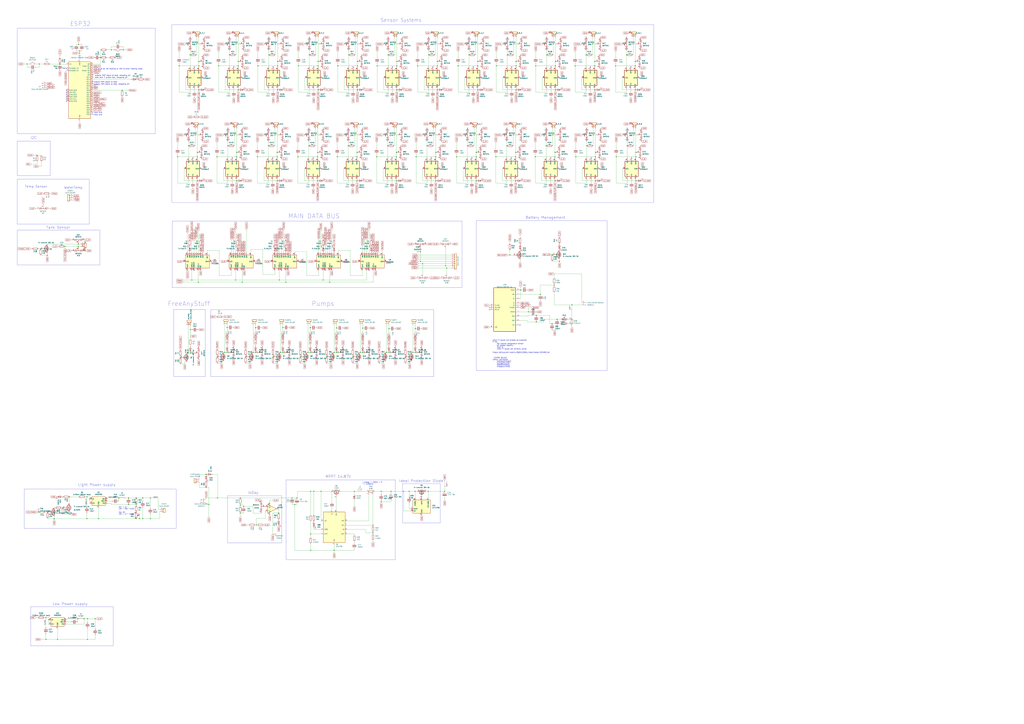
<source format=kicad_sch>
(kicad_sch (version 20230121) (generator eeschema)
  (paper "A0")
  (title_block (title "Plant Controller") (date "2020-12-21") (rev "0.4a") (company "C3MA"))
  (junction (at 242.57 586.105))
  (junction (at 460.756 104.394))
  (junction (at 279.019 586.867))
  (junction (at 649.605 303.53))
  (junction (at 415.036 76.454))
  (junction (at 110.49 718.82))
  (junction (at 738.378 182.118))
  (junction (at 387.985 639.445))
  (junction (at 100.965 577.215))
  (junction (at 228.346 51.054))
  (junction (at 276.606 76.454))
  (junction (at 274.066 51.054))
  (junction (at 261.112 409.448))
  (junction (at 321.818 177.038))
  (junction (at 322.326 76.454))
  (junction (at 390.652 409.448))
  (junction (at 239.268 566.293))
  (junction (at 143.256 57.912))
  (junction (at 239.268 551.053))
  (junction (at 552.196 51.054))
  (junction (at 437.896 76.454))
  (junction (at 321.818 210.058))
  (junction (at 100.965 602.615))
  (junction (at 230.378 327.914))
  (junction (at 598.678 210.058))
  (junction (at 667.766 76.454))
  (junction (at 442.595 582.93))
  (junction (at 490.728 306.324))
  (junction (at 454.025 570.865))
  (junction (at 621.538 182.118))
  (junction (at 226.568 156.718))
  (junction (at 507.746 76.454))
  (junction (at 552.958 182.118))
  (junction (at 488.188 292.354))
  (junction (at 297.561 609.981))
  (junction (at 415.036 104.394))
  (junction (at 642.366 51.054))
  (junction (at 368.808 210.058))
  (junction (at 346.456 76.454))
  (junction (at 218.44 410.21))
  (junction (at 360.172 380.746))
  (junction (at 505.206 51.054))
  (junction (at 482.092 409.448))
  (junction (at 599.186 71.374))
  (junction (at 328.422 380.492))
  (junction (at 474.98 570.865))
  (junction (at 690.626 71.374))
  (junction (at 264.668 169.418))
  (junction (at 165.735 578.485))
  (junction (at 348.742 414.528))
  (junction (at 104.267 579.628))
  (junction (at 421.132 409.448))
  (junction (at 457.708 156.718))
  (junction (at 274.828 177.038))
  (junction (at 598.678 177.038))
  (junction (at 483.108 182.118))
  (junction (at 641.35 295.91))
  (junction (at 62.865 602.615))
  (junction (at 450.596 63.754))
  (junction (at 73.025 589.915))
  (junction (at 141.859 104.902))
  (junction (at 263.652 409.448))
  (junction (at 42.926 180.34))
  (junction (at 344.805 578.485))
  (junction (at 497.586 63.754))
  (junction (at 279.019 596.138))
  (junction (at 92.456 59.182))
  (junction (at 627.507 342.011))
  (junction (at 449.072 409.448))
  (junction (at 554.736 104.394))
  (junction (at 229.108 210.058))
  (junction (at 158.115 602.615))
  (junction (at 664.083 354.203))
  (junction (at 634.238 169.418))
  (junction (at 516.255 570.865))
  (junction (at 294.132 409.448))
  (junction (at 530.098 182.118))
  (junction (at 299.466 76.454))
  (junction (at 229.108 177.038))
  (junction (at 404.368 169.418))
  (junction (at 285.242 414.528))
  (junction (at 622.046 76.454))
  (junction (at 319.786 51.054))
  (junction (at 149.225 578.485))
  (junction (at 668.528 182.118))
  (junction (at 360.172 409.448))
  (junction (at 437.388 182.118))
  (junction (at 421.132 381.254))
  (junction (at 468.63 570.865))
  (junction (at 411.48 570.865))
  (junction (at 404.876 63.754))
  (junction (at 331.978 327.914))
  (junction (at 646.811 370.967))
  (junction (at 47.244 289.052))
  (junction (at 161.925 602.615))
  (junction (at 433.07 610.235))
  (junction (at 272.288 156.718))
  (junction (at 738.378 210.058))
  (junction (at 252.222 414.528))
  (junction (at 369.316 104.394))
  (junction (at 507.746 71.374))
  (junction (at 737.616 71.374))
  (junction (at 497.205 570.865))
  (junction (at 460.248 177.038))
  (junction (at 53.34 742.95))
  (junction (at 360.68 639.445))
  (junction (at 596.138 156.718))
  (junction (at 575.818 182.118))
  (junction (at 727.456 63.754))
  (junction (at 458.216 51.054))
  (junction (at 273.558 325.374))
  (junction (at 442.595 570.865))
  (junction (at 507.746 104.394))
  (junction (at 481.965 570.865))
  (junction (at 390.652 381))
  (junction (at 691.388 182.118))
  (junction (at 137.795 578.485))
  (junction (at 375.158 325.374))
  (junction (at 388.112 409.448))
  (junction (at 252.603 578.485))
  (junction (at 90.932 283.718))
  (junction (at 542.798 169.418))
  (junction (at 552.958 177.038))
  (junction (at 266.446 63.754))
  (junction (at 312.166 63.754))
  (junction (at 385.445 570.865))
  (junction (at 366.776 51.054))
  (junction (at 598.678 182.118))
  (junction (at 116.586 66.802))
  (junction (at 206.248 182.118))
  (junction (at 644.398 177.038))
  (junction (at 495.808 169.418))
  (junction (at 738.378 177.038))
  (junction (at 66.802 742.95))
  (junction (at 222.758 325.374))
  (junction (at 409.702 414.528))
  (junction (at 517.398 308.864))
  (junction (at 369.316 71.374))
  (junction (at 80.645 577.215))
  (junction (at 644.398 210.058))
  (junction (at 97.79 718.82))
  (junction (at 392.176 76.454))
  (junction (at 298.958 182.118))
  (junction (at 550.418 156.718))
  (junction (at 680.466 63.754))
  (junction (at 230.886 76.454))
  (junction (at 364.49 570.865))
  (junction (at 460.248 210.058))
  (junction (at 735.838 156.718))
  (junction (at 75.438 286.258))
  (junction (at 316.992 414.528))
  (junction (at 531.876 76.454))
  (junction (at 411.988 156.718))
  (junction (at 230.886 104.394))
  (junction (at 56.642 720.09))
  (junction (at 737.616 104.394))
  (junction (at 220.726 63.754))
  (junction (at 415.036 71.374))
  (junction (at 158.115 586.105))
  (junction (at 114.427 602.615))
  (junction (at 345.948 182.118))
  (junction (at 688.086 51.054))
  (junction (at 544.576 63.754))
  (junction (at 690.626 104.394))
  (junction (at 599.186 104.394))
  (junction (at 588.518 169.418))
  (junction (at 451.612 381.762))
  (junction (at 737.616 76.454))
  (junction (at 479.552 409.448))
  (junction (at 276.606 104.394))
  (junction (at 129.286 57.912))
  (junction (at 274.828 210.058))
  (junction (at 358.648 169.418))
  (junction (at 276.606 71.374))
  (junction (at 505.968 210.058))
  (junction (at 296.672 409.448))
  (junction (at 174.625 602.615))
  (junction (at 44.704 594.995))
  (junction (at 319.278 156.718))
  (junction (at 433.07 619.125))
  (junction (at 372.745 570.865))
  (junction (at 360.68 570.865))
  (junction (at 460.756 71.374))
  (junction (at 98.806 291.338))
  (junction (at 450.088 169.418))
  (junction (at 342.265 586.105))
  (junction (at 158.115 578.485))
  (junction (at 505.968 182.118))
  (junction (at 149.225 586.105))
  (junction (at 604.393 336.931))
  (junction (at 282.829 588.518))
  (junction (at 470.662 414.528))
  (junction (at 251.968 182.118))
  (junction (at 691.388 210.058))
  (junction (at 296.672 380.746))
  (junction (at 208.026 76.454))
  (junction (at 274.828 182.118))
  (junction (at 484.886 76.454))
  (junction (at 644.398 182.118))
  (junction (at 322.326 71.374))
  (junction (at 323.596 596.011))
  (junction (at 382.778 327.914))
  (junction (at 391.668 182.118))
  (junction (at 728.218 169.418))
  (junction (at 596.646 51.054))
  (junction (at 253.746 76.454))
  (junction (at 691.388 177.038))
  (junction (at 322.326 104.394))
  (junction (at 359.156 63.754))
  (junction (at 321.818 182.118))
  (junction (at 80.645 597.535))
  (junction (at 451.612 409.448))
  (junction (at 460.248 182.118))
  (junction (at 505.968 177.038))
  (junction (at 90.932 286.258))
  (junction (at 45.466 74.295))
  (junction (at 324.358 325.374))
  (junction (at 366.268 156.718))
  (junction (at 263.652 380.492))
  (junction (at 634.746 63.754))
  (junction (at 101.6 742.95))
  (junction (at 360.68 620.395))
  (junction (at 220.98 383.032))
  (junction (at 230.886 71.374))
  (junction (at 622.681 366.395))
  (junction (at 53.34 717.55))
  (junction (at 554.736 71.374))
  (junction (at 715.518 182.118))
  (junction (at 440.182 414.528))
  (junction (at 735.076 51.054))
  (junction (at 165.735 602.615))
  (junction (at 554.736 76.454))
  (junction (at 31.496 74.295))
  (junction (at 643.509 331.343))
  (junction (at 599.186 76.454))
  (junction (at 54.864 296.672))
  (junction (at 482.092 381.762))
  (junction (at 311.658 169.418))
  (junction (at 622.681 374.015))
  (junction (at 412.496 51.054))
  (junction (at 379.222 414.528))
  (junction (at 101.6 718.82))
  (junction (at 339.09 578.485))
  (junction (at 414.528 210.058))
  (junction (at 460.756 76.454))
  (junction (at 90.17 718.82))
  (junction (at 552.958 210.058))
  (junction (at 589.026 63.754))
  (junction (at 503.428 156.718))
  (junction (at 644.906 76.454))
  (junction (at 229.108 182.118))
  (junction (at 209.55 415.29))
  (junction (at 369.316 76.454))
  (junction (at 281.178 327.914))
  (junction (at 174.625 578.485))
  (junction (at 55.245 594.995))
  (junction (at 328.422 409.448))
  (junction (at 488.188 303.784))
  (junction (at 690.626 76.454))
  (junction (at 644.906 71.374))
  (junction (at 688.848 156.718))
  (junction (at 613.537 362.331))
  (junction (at 640.969 376.047))
  (junction (at 220.98 410.21))
  (junction (at 592.074 296.291))
  (junction (at 714.756 76.454))
  (junction (at 69.596 74.422))
  (junction (at 92.456 61.722))
  (junction (at 418.592 409.448))
  (junction (at 518.668 311.404))
  (junction (at 368.808 182.118))
  (junction (at 91.186 51.562))
  (junction (at 325.882 409.448))
  (junction (at 414.528 182.118))
  (junction (at 576.326 76.454))
  (junction (at 414.528 177.038))
  (junction (at 368.808 177.038))
  (junction (at 644.906 104.394))
  (junction (at 279.019 578.485))
  (junction (at 641.858 156.718))
  (junction (at 681.228 169.418))
  (junction (at 218.948 169.418))
  (junction (at 357.632 409.448))
  (no_connect (at 681.228 149.098))
  (no_connect (at 359.156 43.434))
  (no_connect (at 107.696 132.842))
  (no_connect (at 593.598 183.388))
  (no_connect (at 77.216 107.442))
  (no_connect (at 409.448 183.388))
  (no_connect (at 634.238 149.098))
  (no_connect (at 225.298 313.944))
  (no_connect (at 547.878 183.388))
  (no_connect (at 404.368 149.098))
  (no_connect (at 568.325 359.791))
  (no_connect (at 500.888 183.388))
  (no_connect (at 107.696 97.282))
  (no_connect (at 107.696 87.122))
  (no_connect (at 326.898 313.944))
  (no_connect (at 77.216 112.522))
  (no_connect (at 495.808 149.098))
  (no_connect (at 77.216 117.602))
  (no_connect (at 363.728 183.388))
  (no_connect (at 269.748 183.388))
  (no_connect (at 107.696 89.662))
  (no_connect (at 224.028 183.388))
  (no_connect (at 639.826 77.724))
  (no_connect (at 634.746 43.434))
  (no_connect (at 264.668 149.098))
  (no_connect (at 639.318 183.388))
  (no_connect (at 77.216 104.902))
  (no_connect (at 685.546 77.724))
  (no_connect (at 107.696 94.742))
  (no_connect (at 77.216 79.502))
  (no_connect (at 107.696 130.302))
  (no_connect (at 728.218 149.098))
  (no_connect (at 680.466 43.434))
  (no_connect (at 358.648 149.098))
  (no_connect (at 312.166 43.434))
  (no_connect (at 266.446 43.434))
  (no_connect (at 727.456 43.434))
  (no_connect (at 549.656 77.724))
  (no_connect (at 428.498 313.944))
  (no_connect (at 409.956 77.724))
  (no_connect (at 450.596 43.434))
  (no_connect (at 686.308 183.388))
  (no_connect (at 450.088 149.098))
  (no_connect (at 455.168 183.388))
  (no_connect (at 364.236 77.724))
  (no_connect (at 377.698 313.944))
  (no_connect (at 311.658 149.098))
  (no_connect (at 497.586 43.434))
  (no_connect (at 77.216 115.062))
  (no_connect (at 568.325 357.251))
  (no_connect (at 589.026 43.434))
  (no_connect (at 276.098 313.944))
  (no_connect (at 732.536 77.724))
  (no_connect (at 77.216 109.982))
  (no_connect (at 502.666 77.724))
  (no_connect (at 594.106 77.724))
  (no_connect (at 317.246 77.724))
  (no_connect (at 404.876 43.434))
  (no_connect (at 225.806 77.724))
  (no_connect (at 220.726 43.434))
  (no_connect (at 271.526 77.724))
  (no_connect (at 588.518 149.098))
  (no_connect (at 455.676 77.724))
  (no_connect (at 544.576 43.434))
  (no_connect (at 603.885 377.571))
  (no_connect (at 733.298 183.388))
  (no_connect (at 542.798 149.098))
  (no_connect (at 218.948 149.098))
  (no_connect (at 316.738 183.388))
  (wire (pts (xy 43.053 187.833) (xy 43.053 190.754)))
  (wire (pts (xy 675.513 354.203) (xy 664.083 354.203)))
  (wire (pts (xy 76.962 720.09) (xy 76.962 718.82)))
  (wire (pts (xy 406.908 320.294) (xy 420.878 320.294)))
  (wire (pts (xy 220.726 103.124) (xy 220.726 106.934)))
  (wire (pts (xy 261.366 90.424) (xy 261.366 104.394)))
  (wire (pts (xy 311.658 164.338) (xy 311.658 169.418)))
  (wire (pts (xy 631.571 374.015) (xy 622.681 374.015)))
  (wire (pts (xy 274.828 149.098) (xy 274.828 177.038)))
  (wire (pts (xy 43.053 180.213) (xy 42.926 180.213)))
  (wire (pts (xy 133.096 54.102) (xy 129.286 54.102)))
  (wire (pts (xy 183.515 591.82) (xy 183.515 578.485)))
  (wire (pts (xy 451.612 381.762) (xy 451.612 386.588)))
  (wire (pts (xy 385.318 266.954) (xy 385.318 293.624)))
  (wire (pts (xy 345.44 570.865) (xy 345.44 578.485)))
  (wire (pts (xy 588.518 169.418) (xy 588.518 183.388)))
  (wire (pts (xy 322.326 43.434) (xy 322.326 71.374)))
  (wire (pts (xy 228.346 51.054) (xy 232.156 51.054)))
  (wire (pts (xy 274.828 210.058) (xy 274.828 211.328)))
  (wire (pts (xy 54.864 283.718) (xy 90.932 283.718)))
  (wire (pts (xy 279.019 596.138) (xy 279.019 600.329)))
  (wire (pts (xy 354.076 90.424) (xy 354.076 104.394)))
  (wire (pts (xy 629.158 210.058) (xy 644.398 210.058)))
  (wire (pts (xy 420.878 320.294) (xy 420.878 313.944)))
  (wire (pts (xy 322.072 419.608) (xy 322.072 422.148)))
  (wire (pts (xy 695.706 90.424) (xy 698.246 90.424)))
  (wire (pts (xy 263.652 377.698) (xy 263.652 380.492)))
  (wire (pts (xy 253.746 76.454) (xy 253.746 73.914)))
  (wire (pts (xy 92.456 59.182) (xy 94.996 59.182)))
  (wire (pts (xy 218.948 212.598) (xy 206.248 212.598)))
  (wire (pts (xy 231.648 551.053) (xy 239.268 551.053)))
  (wire (pts (xy 392.176 106.934) (xy 392.176 76.454)))
  (wire (pts (xy 359.156 106.934) (xy 346.456 106.934)))
  (wire (pts (xy 634.746 103.124) (xy 634.746 106.934)))
  (wire (pts (xy 485.648 308.864) (xy 517.398 308.864)))
  (wire (pts (xy 76.2 83.312) (xy 76.2 82.042)))
  (wire (pts (xy 478.282 419.608) (xy 475.742 419.608)))
  (wire (pts (xy 495.808 212.598) (xy 483.108 212.598)))
  (wire (pts (xy 372.745 605.155) (xy 372.745 570.865)))
  (wire (pts (xy 230.886 76.454) (xy 230.886 77.724)))
  (wire (pts (xy 185.42 602.615) (xy 185.42 594.36)))
  (wire (pts (xy 110.49 718.82) (xy 110.49 730.25)))
  (wire (pts (xy 467.868 194.818) (xy 467.868 196.088)))
  (wire (pts (xy 38.862 180.34) (xy 42.926 180.34)))
  (wire (pts (xy 399.796 104.394) (xy 415.036 104.394)))
  (wire (pts (xy 738.378 182.118) (xy 738.378 183.388)))
  (wire (pts (xy 390.652 409.448) (xy 388.112 409.448)))
  (wire (pts (xy 322.326 71.374) (xy 322.326 76.454)))
  (wire (pts (xy 422.148 194.818) (xy 422.148 196.088)))
  (wire (pts (xy 737.616 103.124) (xy 737.616 104.394)))
  (wire (pts (xy 390.525 578.485) (xy 390.525 592.455)))
  (wire (pts (xy 644.398 210.058) (xy 644.398 211.328)))
  (wire (pts (xy 470.662 413.258) (xy 470.662 414.528)))
  (wire (pts (xy 404.876 103.124) (xy 404.876 106.934)))
  (wire (pts (xy 450.088 164.338) (xy 450.088 169.418)))
  (wire (pts (xy 490.728 196.088) (xy 490.728 210.058)))
  (wire (pts (xy 437.896 76.454) (xy 437.896 73.914)))
  (wire (pts (xy 737.616 104.394) (xy 737.616 105.664)))
  (wire (pts (xy 735.838 156.718) (xy 739.648 156.718)))
  (wire (pts (xy 161.925 602.615) (xy 165.735 602.615)))
  (wire (pts (xy 217.678 270.764) (xy 217.678 293.624)))
  (wire (pts (xy 539.496 90.424) (xy 539.496 104.394)))
  (wire (pts (xy 329.438 194.818) (xy 329.438 196.088)))
  (wire (pts (xy 612.521 367.411) (xy 603.885 367.411)))
  (wire (pts (xy 537.718 196.088) (xy 537.718 210.058)))
  (wire (pts (xy 604.266 90.424) (xy 606.806 90.424)))
  (wire (pts (xy 345.948 182.118) (xy 345.948 179.578)))
  (wire (pts (xy 613.537 362.331) (xy 615.188 362.331)))
  (wire (pts (xy 497.205 570.865) (xy 497.205 578.485)))
  (wire (pts (xy 62.865 602.615) (xy 100.965 602.615)))
  (wire (pts (xy 659.003 370.967) (xy 660.273 370.967)))
  (wire (pts (xy 276.606 43.434) (xy 276.606 71.374)))
  (wire (pts (xy 512.826 90.424) (xy 515.366 90.424)))
  (wire (pts (xy 174.625 597.535) (xy 174.625 602.615)))
  (wire (pts (xy 346.456 76.454) (xy 369.316 76.454)))
  (wire (pts (xy 114.427 602.615) (xy 114.427 589.788)))
  (wire (pts (xy 640.207 295.91) (xy 641.35 295.91)))
  (wire (pts (xy 517.398 308.864) (xy 523.748 308.864)))
  (wire (pts (xy 385.445 570.865) (xy 385.445 582.93)))
  (wire (pts (xy 643.509 354.203) (xy 664.083 354.203)))
  (wire (pts (xy 714.756 76.454) (xy 714.756 73.914)))
  (wire (pts (xy 298.958 165.608) (xy 298.958 171.958)))
  (wire (pts (xy 680.466 106.934) (xy 667.766 106.934)))
  (wire (pts (xy 259.588 210.058) (xy 274.828 210.058)))
  (wire (pts (xy 409.702 413.258) (xy 409.702 414.528)))
  (wire (pts (xy 328.422 380.492) (xy 328.422 385.318)))
  (wire (pts (xy 737.616 43.434) (xy 737.616 71.374)))
  (wire (pts (xy 271.526 103.124) (xy 271.526 105.664)))
  (wire (pts (xy 324.358 313.944) (xy 324.358 325.374)))
  (wire (pts (xy 254.508 291.084) (xy 254.508 320.294)))
  (wire (pts (xy 128.905 584.708) (xy 128.905 586.105)))
  (wire (pts (xy 392.938 293.624) (xy 392.938 291.084)))
  (wire (pts (xy 643.509 318.135) (xy 643.509 322.707)))
  (wire (pts (xy 415.036 104.394) (xy 415.036 105.664)))
  (wire (pts (xy 411.48 570.865) (xy 411.48 574.04)))
  (wire (pts (xy 485.648 306.324) (xy 490.728 306.324)))
  (wire (pts (xy 364.236 103.124) (xy 364.236 105.664)))
  (wire (pts (xy 279.908 196.088) (xy 282.448 196.088)))
  (wire (pts (xy 392.938 291.084) (xy 406.908 291.084)))
  (wire (pts (xy 675.386 90.424) (xy 675.386 104.394)))
  (wire (pts (xy 321.818 182.118) (xy 321.818 183.388)))
  (wire (pts (xy 442.595 570.865) (xy 435.61 570.865)))
  (wire (pts (xy 484.886 76.454) (xy 507.746 76.454)))
  (wire (pts (xy 417.322 419.608) (xy 414.782 419.608)))
  (wire (pts (xy 542.798 169.418) (xy 542.798 183.388)))
  (wire (pts (xy 550.418 149.098) (xy 550.418 156.718)))
  (wire (pts (xy 92.456 59.182) (xy 92.456 61.722)))
  (wire (pts (xy 324.612 419.608) (xy 322.072 419.608)))
  (wire (pts (xy 58.166 74.295) (xy 58.293 74.295)))
  (wire (pts (xy 305.308 289.814) (xy 305.308 319.024)))
  (wire (pts (xy 358.648 212.598) (xy 345.948 212.598)))
  (wire (pts (xy 316.992 413.258) (xy 316.992 414.528)))
  (wire (pts (xy 691.388 149.098) (xy 691.388 177.038)))
  (wire (pts (xy 560.578 194.818) (xy 560.578 196.088)))
  (wire (pts (xy 360.68 570.865) (xy 364.49 570.865)))
  (wire (pts (xy 131.826 57.912) (xy 129.286 57.912)))
  (wire (pts (xy 530.098 212.598) (xy 530.098 182.118)))
  (wire (pts (xy 681.228 212.598) (xy 668.528 212.598)))
  (wire (pts (xy 411.48 581.66) (xy 411.48 588.01)))
  (wire (pts (xy 53.34 717.55) (xy 56.642 717.55)))
  (wire (pts (xy 100.965 596.265) (xy 100.965 602.615)))
  (wire (pts (xy 342.138 292.354) (xy 356.108 292.354)))
  (wire (pts (xy 552.196 51.054) (xy 556.006 51.054)))
  (wire (pts (xy 263.652 409.448) (xy 266.192 409.448)))
  (wire (pts (xy 97.79 718.82) (xy 101.6 718.82)))
  (wire (pts (xy 366.776 51.054) (xy 366.776 63.754)))
  (wire (pts (xy 239.268 566.293) (xy 242.57 566.293)))
  (wire (pts (xy 688.086 51.054) (xy 691.896 51.054)))
  (wire (pts (xy 723.138 210.058) (xy 738.378 210.058)))
  (wire (pts (xy 387.985 633.095) (xy 387.985 639.445)))
  (wire (pts (xy 261.366 104.394) (xy 276.606 104.394)))
  (wire (pts (xy 276.606 103.124) (xy 276.606 104.394)))
  (wire (pts (xy 596.138 156.718) (xy 596.138 169.418)))
  (wire (pts (xy 505.206 51.054) (xy 509.016 51.054)))
  (wire (pts (xy 382.778 327.914) (xy 433.578 327.914)))
  (wire (pts (xy 69.596 74.422) (xy 77.216 74.422)))
  (wire (pts (xy 110.49 718.82) (xy 111.76 718.82)))
  (wire (pts (xy 513.588 194.818) (xy 513.588 196.088)))
  (wire (pts (xy 328.422 409.448) (xy 325.882 409.448)))
  (wire (pts (xy 339.09 586.105) (xy 342.265 586.105)))
  (wire (pts (xy 323.469 591.185) (xy 323.596 591.185)))
  (wire (pts (xy 583.438 196.088) (xy 583.438 210.058)))
  (wire (pts (xy 437.388 212.598) (xy 437.388 182.118)))
  (wire (pts (xy 544.576 63.754) (xy 544.576 77.724)))
  (wire (pts (xy 356.108 320.294) (xy 370.078 320.294)))
  (wire (pts (xy 559.816 90.424) (xy 562.356 90.424)))
  (wire (pts (xy 185.42 591.82) (xy 183.515 591.82)))
  (wire (pts (xy 158.115 578.485) (xy 165.735 578.485)))
  (wire (pts (xy 484.886 76.454) (xy 484.886 73.914)))
  (wire (pts (xy 468.63 570.865) (xy 474.98 570.865)))
  (wire (pts (xy 404.876 106.934) (xy 392.176 106.934)))
  (wire (pts (xy 483.108 165.608) (xy 483.108 171.958)))
  (wire (pts (xy 372.745 570.865) (xy 385.445 570.865)))
  (wire (pts (xy 274.066 51.054) (xy 277.876 51.054)))
  (wire (pts (xy 62.865 602.615) (xy 62.865 603.885)))
  (wire (pts (xy 552.196 43.434) (xy 552.196 51.054)))
  (wire (pts (xy 268.478 278.384) (xy 268.478 293.624)))
  (wire (pts (xy 42.926 180.34) (xy 48.133 180.34)))
  (wire (pts (xy 279.019 586.867) (xy 282.829 586.867)))
  (wire (pts (xy 390.652 401.066) (xy 390.652 401.828)))
  (wire (pts (xy 627.507 342.011) (xy 627.507 331.343)))
  (wire (pts (xy 646.811 383.667) (xy 640.969 383.667)))
  (wire (pts (xy 375.158 313.944) (xy 375.158 325.374)))
  (wire (pts (xy 231.648 557.403) (xy 231.648 551.053)))
  (wire (pts (xy 481.965 570.865) (xy 481.965 578.485)))
  (wire (pts (xy 502.666 103.124) (xy 502.666 105.664)))
  (wire (pts (xy 596.646 43.434) (xy 596.646 51.054)))
  (wire (pts (xy 312.166 63.754) (xy 312.166 77.724)))
  (wire (pts (xy 141.859 104.902) (xy 107.696 104.902)))
  (wire (pts (xy 488.188 303.784) (xy 523.748 303.784)))
  (wire (pts (xy 649.605 300.99) (xy 649.605 303.53)))
  (wire (pts (xy 296.672 377.698) (xy 296.672 380.746)))
  (wire (pts (xy 404.368 169.418) (xy 404.368 183.388)))
  (wire (pts (xy 404.876 63.754) (xy 404.876 77.724)))
  (wire (pts (xy 450.596 63.754) (xy 450.596 77.724)))
  (wire (pts (xy 592.074 280.797) (xy 592.074 282.956)))
  (wire (pts (xy 497.586 106.934) (xy 484.886 106.934)))
  (wire (pts (xy 124.206 66.802) (xy 126.746 66.802)))
  (wire (pts (xy 516.255 581.152) (xy 516.255 578.485)))
  (wire (pts (xy 562.356 89.154) (xy 562.356 90.424)))
  (wire (pts (xy 503.428 156.718) (xy 503.428 169.418)))
  (wire (pts (xy 639.318 208.788) (xy 639.318 211.328)))
  (wire (pts (xy 100.965 602.615) (xy 114.427 602.615)))
  (wire (pts (xy 272.288 149.098) (xy 272.288 156.718)))
  (wire (pts (xy 411.48 620.395) (xy 411.48 621.665)))
  (wire (pts (xy 327.406 90.424) (xy 329.946 90.424)))
  (wire (pts (xy 639.826 103.124) (xy 639.826 105.664)))
  (wire (pts (xy 76.962 718.82) (xy 90.17 718.82)))
  (wire (pts (xy 251.968 182.118) (xy 274.828 182.118)))
  (wire (pts (xy 594.106 103.124) (xy 594.106 105.664)))
  (wire (pts (xy 531.876 59.944) (xy 531.876 66.294)))
  (wire (pts (xy 92.456 61.722) (xy 91.186 61.722)))
  (wire (pts (xy 643.509 331.343) (xy 643.509 330.327)))
  (wire (pts (xy 234.188 196.088) (xy 236.728 196.088)))
  (wire (pts (xy 391.668 182.118) (xy 391.668 179.578)))
  (wire (pts (xy 475.742 422.148) (xy 470.662 422.148)))
  (wire (pts (xy 100.965 577.215) (xy 104.267 577.215)))
  (wire (pts (xy 598.678 208.788) (xy 598.678 210.058)))
  (wire (pts (xy 427.99 605.155) (xy 403.225 605.155)))
  (wire (pts (xy 714.756 59.944) (xy 714.756 66.294)))
  (wire (pts (xy 451.612 409.448) (xy 449.072 409.448)))
  (wire (pts (xy 34.036 78.105) (xy 31.496 78.105)))
  (wire (pts (xy 421.132 381.254) (xy 421.132 386.08)))
  (wire (pts (xy 129.286 54.102) (xy 129.286 57.912)))
  (wire (pts (xy 379.222 413.258) (xy 379.222 414.528)))
  (wire (pts (xy 322.326 104.394) (xy 322.326 105.664)))
  (wire (pts (xy 544.576 103.124) (xy 544.576 106.934)))
  (wire (pts (xy 53.34 717.55) (xy 53.34 728.98)))
  (wire (pts (xy 274.066 43.434) (xy 274.066 51.054)))
  (wire (pts (xy 451.612 409.448) (xy 454.152 409.448)))
  (wire (pts (xy 317.246 103.124) (xy 317.246 105.664)))
  (wire (pts (xy 552.958 208.788) (xy 552.958 210.058)))
  (wire (pts (xy 468.376 89.154) (xy 468.376 90.424)))
  (wire (pts (xy 360.68 620.395) (xy 372.745 620.395)))
  (wire (pts (xy 294.132 596.265) (xy 303.149 596.265)))
  (wire (pts (xy 458.216 43.434) (xy 458.216 51.054)))
  (wire (pts (xy 220.98 410.21) (xy 225.806 410.21)))
  (wire (pts (xy 364.49 615.315) (xy 364.49 613.41)))
  (wire (pts (xy 76.962 725.17) (xy 97.79 725.17)))
  (wire (pts (xy 445.516 90.424) (xy 445.516 104.394)))
  (wire (pts (xy 442.595 582.93) (xy 442.595 584.2)))
  (wire (pts (xy 212.598 325.374) (xy 222.758 325.374)))
  (wire (pts (xy 411.48 570.865) (xy 414.02 570.865)))
  (wire (pts (xy 290.322 419.608) (xy 290.322 422.148)))
  (wire (pts (xy 433.07 610.235) (xy 433.07 610.87)))
  (wire (pts (xy 263.652 380.492) (xy 263.652 385.318)))
  (wire (pts (xy 604.393 336.931) (xy 605.155 336.931)))
  (wire (pts (xy 399.796 90.424) (xy 399.796 104.394)))
  (wire (pts (xy 414.782 419.608) (xy 414.782 422.148)))
  (wire (pts (xy 423.418 278.384) (xy 423.418 293.624)))
  (wire (pts (xy 226.568 156.718) (xy 230.378 156.718)))
  (wire (pts (xy 259.588 196.088) (xy 259.588 210.058)))
  (wire (pts (xy 644.906 71.374) (xy 644.906 76.454)))
  (wire (pts (xy 507.746 103.124) (xy 507.746 104.394)))
  (wire (pts (xy 345.44 570.865) (xy 360.68 570.865)))
  (wire (pts (xy 331.978 327.914) (xy 382.778 327.914)))
  (wire (pts (xy 360.172 380.746) (xy 360.172 385.572)))
  (wire (pts (xy 246.888 551.053) (xy 252.603 551.053)))
  (wire (pts (xy 667.766 59.944) (xy 667.766 66.294)))
  (wire (pts (xy 649.986 90.424) (xy 652.526 90.424)))
  (wire (pts (xy 505.968 210.058) (xy 505.968 211.328)))
  (wire (pts (xy 387.985 639.445) (xy 387.985 641.985)))
  (wire (pts (xy 598.678 182.118) (xy 598.678 183.388)))
  (wire (pts (xy 507.746 43.434) (xy 507.746 71.374)))
  (wire (pts (xy 54.864 296.672) (xy 54.864 297.942)))
  (wire (pts (xy 296.672 380.746) (xy 296.672 385.572)))
  (wire (pts (xy 403.225 610.235) (xy 433.07 610.235)))
  (wire (pts (xy 272.288 156.718) (xy 272.288 169.418)))
  (wire (pts (xy 474.98 584.835) (xy 474.98 591.185)))
  (wire (pts (xy 242.57 586.105) (xy 242.57 600.71)))
  (wire (pts (xy 281.178 327.914) (xy 331.978 327.914)))
  (wire (pts (xy 212.598 327.914) (xy 230.378 327.914)))
  (wire (pts (xy 57.658 242.189) (xy 58.928 242.189)))
  (wire (pts (xy 403.225 620.395) (xy 411.48 620.395)))
  (wire (pts (xy 253.746 59.944) (xy 253.746 66.294)))
  (wire (pts (xy 627.507 331.343) (xy 643.509 331.343)))
  (wire (pts (xy 319.786 51.054) (xy 319.786 63.754)))
  (wire (pts (xy 425.958 278.384) (xy 425.958 293.624)))
  (wire (pts (xy 406.908 291.084) (xy 406.908 320.294)))
  (wire (pts (xy 91.186 51.562) (xy 94.996 51.562)))
  (wire (pts (xy 215.646 104.394) (xy 230.886 104.394)))
  (wire (pts (xy 542.798 164.338) (xy 542.798 169.418)))
  (wire (pts (xy 364.49 570.865) (xy 372.745 570.865)))
  (wire (pts (xy 286.258 266.954) (xy 286.258 293.624)))
  (wire (pts (xy 599.186 104.394) (xy 599.186 105.664)))
  (wire (pts (xy 321.818 210.058) (xy 321.818 211.328)))
  (wire (pts (xy 552.958 177.038) (xy 552.958 182.118)))
  (wire (pts (xy 261.112 409.448) (xy 259.842 409.448)))
  (wire (pts (xy 445.008 210.058) (xy 460.248 210.058)))
  (wire (pts (xy 297.561 602.234) (xy 308.229 602.234)))
  (wire (pts (xy 145.415 578.485) (xy 149.225 578.485)))
  (wire (pts (xy 638.429 366.395) (xy 622.681 366.395)))
  (wire (pts (xy 321.818 149.098) (xy 321.818 177.038)))
  (wire (pts (xy 73.025 597.535) (xy 80.645 597.535)))
  (wire (pts (xy 220.98 383.032) (xy 222.504 383.032)))
  (wire (pts (xy 414.528 149.098) (xy 414.528 177.038)))
  (wire (pts (xy 281.178 313.944) (xy 281.178 327.914)))
  (wire (pts (xy 360.68 605.79) (xy 360.68 620.395)))
  (wire (pts (xy 42.418 242.189) (xy 41.148 242.189)))
  (wire (pts (xy 299.466 106.934) (xy 299.466 76.454)))
  (wire (pts (xy 312.166 58.674) (xy 312.166 63.754)))
  (wire (pts (xy 274.828 208.788) (xy 274.828 210.058)))
  (wire (pts (xy 427.99 574.675) (xy 427.99 605.155)))
  (wire (pts (xy 414.782 422.148) (xy 409.702 422.148)))
  (wire (pts (xy 447.802 419.608) (xy 445.262 419.608)))
  (wire (pts (xy 101.6 718.82) (xy 101.6 722.63)))
  (wire (pts (xy 483.108 182.118) (xy 505.968 182.118)))
  (wire (pts (xy 451.612 377.698) (xy 451.612 381.762)))
  (wire (pts (xy 128.905 586.105) (xy 149.225 586.105)))
  (wire (pts (xy 443.738 291.084) (xy 443.738 293.624)))
  (wire (pts (xy 325.882 409.448) (xy 324.612 409.448)))
  (wire (pts (xy 225.806 103.124) (xy 225.806 105.664)))
  (wire (pts (xy 76.2 82.042) (xy 77.216 82.042)))
  (wire (pts (xy 263.652 401.828) (xy 263.652 400.558)))
  (wire (pts (xy 263.652 409.448) (xy 261.112 409.448)))
  (wire (pts (xy 460.248 149.098) (xy 460.248 177.038)))
  (wire (pts (xy 230.886 103.124) (xy 230.886 104.394)))
  (wire (pts (xy 124.587 578.485) (xy 137.795 578.485)))
  (wire (pts (xy 542.798 212.598) (xy 530.098 212.598)))
  (wire (pts (xy 554.736 76.454) (xy 554.736 77.724)))
  (wire (pts (xy 500.888 208.788) (xy 500.888 211.328)))
  (wire (pts (xy 41.91 717.55) (xy 43.942 717.55)))
  (wire (pts (xy 80.645 597.535) (xy 80.645 594.995)))
  (wire (pts (xy 208.026 76.454) (xy 230.886 76.454)))
  (wire (pts (xy 643.509 318.135) (xy 675.513 318.135)))
  (wire (pts (xy 552.958 182.118) (xy 552.958 183.388)))
  (wire (pts (xy 688.086 43.434) (xy 688.086 51.054)))
  (wire (pts (xy 230.378 268.224) (xy 230.378 293.624)))
  (wire (pts (xy 143.256 57.912) (xy 141.986 57.912)))
  (wire (pts (xy 360.172 400.812) (xy 360.172 401.828)))
  (wire (pts (xy 229.108 177.038) (xy 229.108 182.118)))
  (wire (pts (xy 225.298 279.654) (xy 225.298 293.624)))
  (wire (pts (xy 322.326 76.454) (xy 322.326 77.724)))
  (wire (pts (xy 174.625 578.485) (xy 183.515 578.485)))
  (wire (pts (xy 691.388 208.788) (xy 691.388 210.058)))
  (wire (pts (xy 274.828 182.118) (xy 274.828 183.388)))
  (wire (pts (xy 421.132 377.698) (xy 421.132 381.254)))
  (wire (pts (xy 80.645 577.215) (xy 80.645 584.835)))
  (wire (pts (xy 485.648 303.784) (xy 488.188 303.784)))
  (wire (pts (xy 218.44 410.21) (xy 217.17 410.21)))
  (wire (pts (xy 69.596 66.802) (xy 69.596 64.262)))
  (wire (pts (xy 598.678 210.058) (xy 598.678 211.328)))
  (wire (pts (xy 505.206 51.054) (xy 505.206 63.754)))
  (wire (pts (xy 48.133 193.294) (xy 48.133 187.96)))
  (wire (pts (xy 631.571 370.967) (xy 631.571 374.015)))
  (wire (pts (xy 218.948 169.418) (xy 218.948 183.388)))
  (wire (pts (xy 230.886 43.434) (xy 230.886 71.374)))
  (wire (pts (xy 124.587 582.168) (xy 124.714 582.168)))
  (wire (pts (xy 238.125 583.565) (xy 238.125 586.105)))
  (wire (pts (xy 261.112 377.698) (xy 261.112 409.448)))
  (wire (pts (xy 403.225 615.315) (xy 424.815 615.315)))
  (wire (pts (xy 104.267 579.628) (xy 104.267 584.708)))
  (wire (pts (xy 596.138 156.718) (xy 599.948 156.718)))
  (wire (pts (xy 99.822 291.338) (xy 98.806 291.338)))
  (wire (pts (xy 266.446 58.674) (xy 266.446 63.754)))
  (wire (pts (xy 80.645 597.535) (xy 81.915 597.535)))
  (wire (pts (xy 696.468 196.088) (xy 699.008 196.088)))
  (wire (pts (xy 646.811 378.587) (xy 646.811 383.667)))
  (wire (pts (xy 252.603 551.053) (xy 252.603 578.485)))
  (wire (pts (xy 641.35 295.91) (xy 641.985 295.91)))
  (wire (pts (xy 583.946 90.424) (xy 583.946 104.394)))
  (wire (pts (xy 644.906 43.434) (xy 644.906 71.374)))
  (wire (pts (xy 606.806 89.154) (xy 606.806 90.424)))
  (wire (pts (xy 90.932 283.718) (xy 93.726 283.718)))
  (wire (pts (xy 589.661 296.291) (xy 592.074 296.291)))
  (wire (pts (xy 437.896 106.934) (xy 437.896 76.454)))
  (wire (pts (xy 240.538 291.084) (xy 240.538 293.624)))
  (wire (pts (xy 369.316 71.374) (xy 369.316 76.454)))
  (wire (pts (xy 31.496 74.295) (xy 31.496 78.105)))
  (wire (pts (xy 675.386 104.394) (xy 690.626 104.394)))
  (wire (pts (xy 460.248 208.788) (xy 460.248 210.058)))
  (wire (pts (xy 621.538 165.608) (xy 621.538 171.958)))
  (wire (pts (xy 634.746 58.674) (xy 634.746 63.754)))
  (wire (pts (xy 485.648 296.164) (xy 523.748 296.164)))
  (wire (pts (xy 598.678 177.038) (xy 598.678 182.118)))
  (wire (pts (xy 47.752 742.95) (xy 53.34 742.95)))
  (wire (pts (xy 442.595 574.04) (xy 442.595 570.865)))
  (wire (pts (xy 129.286 57.912) (xy 124.206 57.912)))
  (wire (pts (xy 445.008 196.088) (xy 445.008 210.058)))
  (wire (pts (xy 723.138 196.088) (xy 723.138 210.058)))
  (wire (pts (xy 643.509 339.979) (xy 643.509 354.203)))
  (wire (pts (xy 228.346 51.054) (xy 228.346 63.754)))
  (wire (pts (xy 319.278 149.098) (xy 319.278 156.718)))
  (wire (pts (xy 359.156 103.124) (xy 359.156 106.934)))
  (wire (pts (xy 576.326 76.454) (xy 599.186 76.454)))
  (wire (pts (xy 644.398 182.118) (xy 644.398 183.388)))
  (wire (pts (xy 326.898 196.088) (xy 329.438 196.088)))
  (wire (pts (xy 737.616 76.454) (xy 737.616 77.724)))
  (wire (pts (xy 228.346 43.434) (xy 228.346 51.054)))
  (wire (pts (xy 316.611 581.152) (xy 313.309 581.152)))
  (wire (pts (xy 409.448 208.788) (xy 409.448 211.328)))
  (wire (pts (xy 415.036 43.434) (xy 415.036 71.374)))
  (wire (pts (xy 485.648 298.704) (xy 523.748 298.704)))
  (wire (pts (xy 229.108 210.058) (xy 229.108 211.328)))
  (wire (pts (xy 82.042 278.638) (xy 83.312 278.638)))
  (wire (pts (xy 370.078 278.384) (xy 370.078 293.624)))
  (wire (pts (xy 299.466 76.454) (xy 299.466 73.914)))
  (wire (pts (xy 492.506 104.394) (xy 507.746 104.394)))
  (wire (pts (xy 357.632 409.448) (xy 356.362 409.448)))
  (wire (pts (xy 305.308 319.024) (xy 319.278 319.024)))
  (wire (pts (xy 612.521 374.015) (xy 622.681 374.015)))
  (wire (pts (xy 306.578 210.058) (xy 321.818 210.058)))
  (wire (pts (xy 537.718 210.058) (xy 552.958 210.058)))
  (wire (pts (xy 323.596 591.185) (xy 323.596 596.011)))
  (wire (pts (xy 691.388 182.118) (xy 691.388 183.388)))
  (wire (pts (xy 251.968 182.118) (xy 251.968 179.578)))
  (wire (pts (xy 698.246 89.154) (xy 698.246 90.424)))
  (wire (pts (xy 218.44 410.21) (xy 220.98 410.21)))
  (wire (pts (xy 681.228 164.338) (xy 681.228 169.418)))
  (wire (pts (xy 681.228 208.788) (xy 681.228 212.598)))
  (wire (pts (xy 412.496 51.054) (xy 416.306 51.054)))
  (wire (pts (xy 124.714 582.295) (xy 130.175 582.295)))
  (wire (pts (xy 101.6 730.25) (xy 101.6 742.95)))
  (wire (pts (xy 116.586 66.802) (xy 116.586 74.422)))
  (wire (pts (xy 411.988 156.718) (xy 411.988 169.418)))
  (wire (pts (xy 358.648 164.338) (xy 358.648 169.418)))
  (wire (pts (xy 273.558 266.954) (xy 273.558 293.624)))
  (wire (pts (xy 505.968 208.788) (xy 505.968 210.058)))
  (wire (pts (xy 450.596 103.124) (xy 450.596 106.934)))
  (wire (pts (xy 90.932 286.258) (xy 93.726 286.258)))
  (wire (pts (xy 124.587 584.708) (xy 128.905 584.708)))
  (wire (pts (xy 475.742 419.608) (xy 475.742 422.148)))
  (wire (pts (xy 230.886 104.394) (xy 230.886 105.664)))
  (wire (pts (xy 621.538 212.598) (xy 621.538 182.118)))
  (wire (pts (xy 158.115 586.105) (xy 158.115 587.375)))
  (wire (pts (xy 603.885 301.371) (xy 603.885 304.673)))
  (wire (pts (xy 437.388 182.118) (xy 437.388 179.578)))
  (wire (pts (xy 603.885 342.011) (xy 627.507 342.011)))
  (wire (pts (xy 652.018 194.818) (xy 652.018 196.088)))
  (wire (pts (xy 455.168 208.788) (xy 455.168 211.328)))
  (wire (pts (xy 474.98 570.865) (xy 474.98 577.215)))
  (wire (pts (xy 236.728 194.818) (xy 236.728 196.088)))
  (wire (pts (xy 681.228 169.418) (xy 681.228 183.388)))
  (wire (pts (xy 589.026 103.124) (xy 589.026 106.934)))
  (wire (pts (xy 107.696 74.422) (xy 116.586 74.422)))
  (wire (pts (xy 411.48 639.445) (xy 387.985 639.445)))
  (wire (pts (xy 460.248 210.058) (xy 460.248 211.328)))
  (wire (pts (xy 324.358 278.384) (xy 324.358 293.624)))
  (wire (pts (xy 27.686 74.295) (xy 31.496 74.295)))
  (wire (pts (xy 685.546 103.124) (xy 685.546 105.664)))
  (wire (pts (xy 589.026 63.754) (xy 589.026 77.724)))
  (wire (pts (xy 266.446 103.124) (xy 266.446 106.934)))
  (wire (pts (xy 47.244 296.672) (xy 54.864 296.672)))
  (wire (pts (xy 621.538 182.118) (xy 644.398 182.118)))
  (wire (pts (xy 390.652 377.698) (xy 390.652 381)))
  (wire (pts (xy 240.538 291.084) (xy 254.508 291.084)))
  (wire (pts (xy 460.756 71.374) (xy 460.756 76.454)))
  (wire (pts (xy 715.518 182.118) (xy 738.378 182.118)))
  (wire (pts (xy 411.48 629.285) (xy 411.48 630.555)))
  (wire (pts (xy 360.68 631.825) (xy 360.68 639.445)))
  (wire (pts (xy 599.186 103.124) (xy 599.186 104.394)))
  (wire (pts (xy 733.298 208.788) (xy 733.298 211.328)))
  (wire (pts (xy 58.293 74.295) (xy 58.293 74.422)))
  (wire (pts (xy 644.906 104.394) (xy 644.906 105.664)))
  (wire (pts (xy 251.968 212.598) (xy 251.968 182.118)))
  (wire (pts (xy 213.868 210.058) (xy 229.108 210.058)))
  (wire (pts (xy 629.666 104.394) (xy 644.906 104.394)))
  (wire (pts (xy 252.222 413.258) (xy 252.222 414.528)))
  (wire (pts (xy 299.466 59.944) (xy 299.466 66.294)))
  (wire (pts (xy 668.528 212.598) (xy 668.528 182.118)))
  (wire (pts (xy 691.388 177.038) (xy 691.388 182.118)))
  (wire (pts (xy 231.648 559.943) (xy 231.648 566.293)))
  (wire (pts (xy 344.805 578.485) (xy 345.44 578.485)))
  (wire (pts (xy 474.98 570.865) (xy 481.965 570.865)))
  (wire (pts (xy 503.428 149.098) (xy 503.428 156.718)))
  (wire (pts (xy 238.125 578.485) (xy 252.603 578.485)))
  (wire (pts (xy 476.885 593.725) (xy 468.63 593.725)))
  (wire (pts (xy 732.536 103.124) (xy 732.536 105.664)))
  (wire (pts (xy 518.668 311.404) (xy 523.748 311.404)))
  (wire (pts (xy 458.216 51.054) (xy 458.216 63.754)))
  (wire (pts (xy 479.552 409.448) (xy 478.282 409.448)))
  (wire (pts (xy 56.642 720.09) (xy 56.642 725.17)))
  (wire (pts (xy 331.978 313.944) (xy 331.978 327.914)))
  (wire (pts (xy 550.418 156.718) (xy 554.228 156.718)))
  (wire (pts (xy 544.576 106.934) (xy 531.876 106.934)))
  (wire (pts (xy 642.366 51.054) (xy 646.176 51.054)))
  (wire (pts (xy 91.186 49.022) (xy 91.186 51.562)))
  (wire (pts (xy 375.158 325.374) (xy 425.958 325.374)))
  (wire (pts (xy 319.278 319.024) (xy 319.278 313.944)))
  (wire (pts (xy 641.858 149.098) (xy 641.858 156.718)))
  (wire (pts (xy 583.946 104.394) (xy 599.186 104.394)))
  (wire (pts (xy 368.808 210.058) (xy 368.808 211.328)))
  (wire (pts (xy 328.422 409.448) (xy 330.962 409.448)))
  (wire (pts (xy 279.019 586.867) (xy 279.019 588.137)))
  (wire (pts (xy 208.026 106.934) (xy 208.026 76.454)))
  (wire (pts (xy 404.368 164.338) (xy 404.368 169.418)))
  (wire (pts (xy 345.948 165.608) (xy 345.948 171.958)))
  (wire (pts (xy 360.172 377.698) (xy 360.172 380.746)))
  (wire (pts (xy 603.758 196.088) (xy 606.298 196.088)))
  (wire (pts (xy 346.456 59.944) (xy 346.456 66.294)))
  (wire (pts (xy 88.646 51.562) (xy 91.186 51.562)))
  (wire (pts (xy 319.278 156.718) (xy 323.088 156.718)))
  (wire (pts (xy 363.728 208.788) (xy 363.728 211.328)))
  (wire (pts (xy 291.338 289.814) (xy 305.308 289.814)))
  (wire (pts (xy 404.368 208.788) (xy 404.368 212.598)))
  (wire (pts (xy 576.326 106.934) (xy 576.326 76.454)))
  (wire (pts (xy 45.466 74.295) (xy 45.466 78.105)))
  (wire (pts (xy 640.969 376.047) (xy 651.383 376.047)))
  (wire (pts (xy 450.088 212.598) (xy 437.388 212.598)))
  (wire (pts (xy 368.808 149.098) (xy 368.808 177.038)))
  (wire (pts (xy 728.218 169.418) (xy 728.218 183.388)))
  (wire (pts (xy 479.552 377.698) (xy 479.552 409.448)))
  (wire (pts (xy 588.518 212.598) (xy 575.818 212.598)))
  (wire (pts (xy 691.388 210.058) (xy 691.388 211.328)))
  (wire (pts (xy 644.398 177.038) (xy 644.398 182.118)))
  (wire (pts (xy 589.026 58.674) (xy 589.026 63.754)))
  (wire (pts (xy 688.848 149.098) (xy 688.848 156.718)))
  (wire (pts (xy 165.735 589.915) (xy 165.735 602.615)))
  (wire (pts (xy 420.116 90.424) (xy 422.656 90.424)))
  (wire (pts (xy 57.912 224.79) (xy 59.182 224.79)))
  (wire (pts (xy 342.265 586.105) (xy 344.805 586.105)))
  (wire (pts (xy 308.229 602.234) (xy 308.229 593.725)))
  (wire (pts (xy 297.561 609.981) (xy 298.45 609.981)))
  (wire (pts (xy 226.568 149.098) (xy 226.568 156.718)))
  (wire (pts (xy 488.188 292.354) (xy 488.188 303.784)))
  (wire (pts (xy 390.652 381) (xy 390.652 385.826)))
  (wire (pts (xy 296.418 609.981) (xy 297.561 609.981)))
  (wire (pts (xy 668.528 165.608) (xy 668.528 171.958)))
  (wire (pts (xy 517.398 288.544) (xy 517.398 308.864)))
  (wire (pts (xy 412.496 43.434) (xy 412.496 51.054)))
  (wire (pts (xy 494.665 570.865) (xy 497.205 570.865)))
  (wire (pts (xy 576.326 59.944) (xy 576.326 66.294)))
  (wire (pts (xy 251.968 165.608) (xy 251.968 171.958)))
  (wire (pts (xy 742.696 90.424) (xy 745.236 90.424)))
  (wire (pts (xy 495.808 208.788) (xy 495.808 212.598)))
  (wire (pts (xy 227.838 277.114) (xy 227.838 293.624)))
  (wire (pts (xy 690.626 71.374) (xy 690.626 76.454)))
  (wire (pts (xy 140.716 54.102) (xy 143.256 54.102)))
  (wire (pts (xy 460.756 104.394) (xy 460.756 105.664)))
  (wire (pts (xy 699.008 194.818) (xy 699.008 196.088)))
  (wire (pts (xy 31.496 74.295) (xy 32.766 74.295)))
  (wire (pts (xy 36.195 190.754) (xy 43.053 190.754)))
  (wire (pts (xy 518.668 311.404) (xy 518.668 317.754)))
  (wire (pts (xy 319.786 51.054) (xy 323.596 51.054)))
  (wire (pts (xy 376.428 194.818) (xy 376.428 196.088)))
  (wire (pts (xy 450.088 169.418) (xy 450.088 183.388)))
  (wire (pts (xy 634.746 106.934) (xy 622.046 106.934)))
  (wire (pts (xy 634.238 164.338) (xy 634.238 169.418)))
  (wire (pts (xy 214.63 420.37) (xy 214.63 422.91)))
  (wire (pts (xy 422.656 89.154) (xy 422.656 90.424)))
  (wire (pts (xy 414.528 208.788) (xy 414.528 210.058)))
  (wire (pts (xy 52.705 594.995) (xy 55.245 594.995)))
  (wire (pts (xy 395.605 570.865) (xy 411.48 570.865)))
  (wire (pts (xy 531.876 106.934) (xy 531.876 76.454)))
  (wire (pts (xy 544.576 58.674) (xy 544.576 63.754)))
  (wire (pts (xy 346.456 76.454) (xy 346.456 73.914)))
  (wire (pts (xy 88.646 59.182) (xy 92.456 59.182)))
  (wire (pts (xy 366.268 156.718) (xy 370.078 156.718)))
  (wire (pts (xy 307.086 104.394) (xy 322.326 104.394)))
  (wire (pts (xy 622.046 76.454) (xy 644.906 76.454)))
  (wire (pts (xy 531.876 76.454) (xy 531.876 73.914)))
  (wire (pts (xy 369.316 103.124) (xy 369.316 104.394)))
  (wire (pts (xy 644.906 76.454) (xy 644.906 77.724)))
  (wire (pts (xy 366.268 156.718) (xy 366.268 169.418)))
  (wire (pts (xy 353.822 422.148) (xy 348.742 422.148)))
  (wire (pts (xy 603.885 372.491) (xy 612.521 372.491)))
  (wire (pts (xy 311.658 212.598) (xy 298.958 212.598)))
  (wire (pts (xy 360.172 409.448) (xy 362.712 409.448)))
  (wire (pts (xy 727.456 58.674) (xy 727.456 63.754)))
  (wire (pts (xy 100.965 577.215) (xy 100.965 588.645)))
  (wire (pts (xy 388.112 377.698) (xy 388.112 409.448)))
  (wire (pts (xy 415.036 76.454) (xy 415.036 77.724)))
  (wire (pts (xy 299.466 76.454) (xy 322.326 76.454)))
  (wire (pts (xy 460.248 177.038) (xy 460.248 182.118)))
  (wire (pts (xy 667.766 106.934) (xy 667.766 76.454)))
  (wire (pts (xy 238.506 89.154) (xy 238.506 90.424)))
  (wire (pts (xy 359.156 63.754) (xy 359.156 77.724)))
  (wire (pts (xy 603.885 336.931) (xy 604.393 336.931)))
  (wire (pts (xy 215.646 90.424) (xy 215.646 104.394)))
  (wire (pts (xy 377.698 286.004) (xy 377.698 293.624)))
  (wire (pts (xy 44.704 594.995) (xy 45.085 594.995)))
  (wire (pts (xy 353.568 210.058) (xy 368.808 210.058)))
  (wire (pts (xy 613.537 357.378) (xy 613.537 362.331)))
  (wire (pts (xy 411.48 638.175) (xy 411.48 639.445)))
  (wire (pts (xy 218.948 164.338) (xy 218.948 169.418)))
  (wire (pts (xy 288.798 609.981) (xy 286.512 609.981)))
  (wire (pts (xy 148.971 104.902) (xy 141.859 104.902)))
  (wire (pts (xy 329.438 266.954) (xy 329.438 293.624)))
  (wire (pts (xy 507.746 76.454) (xy 507.746 77.724)))
  (wire (pts (xy 391.668 165.608) (xy 391.668 171.958)))
  (wire (pts (xy 629.666 90.424) (xy 629.666 104.394)))
  (wire (pts (xy 366.776 51.054) (xy 370.586 51.054)))
  (wire (pts (xy 642.366 51.054) (xy 642.366 63.754)))
  (wire (pts (xy 649.478 196.088) (xy 652.018 196.088)))
  (wire (pts (xy 208.026 59.944) (xy 208.026 66.294)))
  (wire (pts (xy 575.818 182.118) (xy 598.678 182.118)))
  (wire (pts (xy 735.076 51.054) (xy 735.076 63.754)))
  (wire (pts (xy 384.302 419.608) (xy 384.302 422.148)))
  (wire (pts (xy 421.132 401.32) (xy 421.132 401.828)))
  (wire (pts (xy 54.864 296.672) (xy 54.864 294.132)))
  (wire (pts (xy 592.074 296.291) (xy 596.265 296.291)))
  (wire (pts (xy 354.076 104.394) (xy 369.316 104.394)))
  (wire (pts (xy 229.108 149.098) (xy 229.108 177.038)))
  (wire (pts (xy 253.746 106.934) (xy 253.746 76.454)))
  (wire (pts (xy 279.019 595.757) (xy 279.019 596.138)))
  (wire (pts (xy 312.166 106.934) (xy 299.466 106.934)))
  (wire (pts (xy 382.778 313.944) (xy 382.778 327.914)))
  (wire (pts (xy 419.608 196.088) (xy 422.148 196.088)))
  (wire (pts (xy 165.735 578.485) (xy 174.625 578.485)))
  (wire (pts (xy 124.587 579.628) (xy 124.587 578.485)))
  (wire (pts (xy 360.68 570.865) (xy 360.68 598.17)))
  (wire (pts (xy 727.456 63.754) (xy 727.456 77.724)))
  (wire (pts (xy 342.265 586.105) (xy 342.265 639.445)))
  (wire (pts (xy 728.218 212.598) (xy 715.518 212.598)))
  (wire (pts (xy 373.888 196.088) (xy 376.428 196.088)))
  (wire (pts (xy 294.132 409.448) (xy 292.862 409.448)))
  (wire (pts (xy 230.886 71.374) (xy 230.886 76.454)))
  (wire (pts (xy 714.756 106.934) (xy 714.756 76.454)))
  (wire (pts (xy 589.026 106.934) (xy 576.326 106.934)))
  (wire (pts (xy 411.988 156.718) (xy 415.798 156.718)))
  (wire (pts (xy 218.44 378.46) (xy 218.44 410.21)))
  (wire (pts (xy 321.818 208.788) (xy 321.818 210.058)))
  (wire (pts (xy 634.238 212.598) (xy 621.538 212.598)))
  (wire (pts (xy 56.642 720.09) (xy 56.642 717.55)))
  (wire (pts (xy 722.376 90.424) (xy 722.376 104.394)))
  (wire (pts (xy 98.933 577.215) (xy 100.965 577.215)))
  (wire (pts (xy 680.466 58.674) (xy 680.466 63.754)))
  (wire (pts (xy 552.958 149.098) (xy 552.958 177.038)))
  (wire (pts (xy 325.882 377.698) (xy 325.882 409.448)))
  (wire (pts (xy 482.092 409.448) (xy 484.632 409.448)))
  (wire (pts (xy 424.815 619.125) (xy 433.07 619.125)))
  (wire (pts (xy 686.308 208.788) (xy 686.308 211.328)))
  (wire (pts (xy 549.656 103.124) (xy 549.656 105.664)))
  (wire (pts (xy 481.965 570.865) (xy 484.505 570.865)))
  (wire (pts (xy 174.625 602.615) (xy 185.42 602.615)))
  (wire (pts (xy 558.038 196.088) (xy 560.578 196.088)))
  (wire (pts (xy 391.668 212.598) (xy 391.668 182.118)))
  (wire (pts (xy 374.396 90.424) (xy 376.936 90.424)))
  (wire (pts (xy 414.528 210.058) (xy 414.528 211.328)))
  (wire (pts (xy 437.388 165.608) (xy 437.388 171.958)))
  (wire (pts (xy 690.626 104.394) (xy 690.626 105.664)))
  (wire (pts (xy 676.148 210.058) (xy 691.388 210.058)))
  (wire (pts (xy 51.562 717.55) (xy 53.34 717.55)))
  (wire (pts (xy 617.22 357.378) (xy 613.537 357.378)))
  (wire (pts (xy 368.808 182.118) (xy 368.808 183.388)))
  (wire (pts (xy 599.186 43.434) (xy 599.186 71.374)))
  (wire (pts (xy 353.568 196.088) (xy 353.568 210.058)))
  (wire (pts (xy 641.858 156.718) (xy 645.668 156.718)))
  (wire (pts (xy 273.558 313.944) (xy 273.558 325.374)))
  (wire (pts (xy 552.196 51.054) (xy 552.196 63.754)))
  (wire (pts (xy 366.776 43.434) (xy 366.776 51.054)))
  (wire (pts (xy 483.108 182.118) (xy 483.108 179.578)))
  (wire (pts (xy 424.815 615.315) (xy 424.815 619.125)))
  (wire (pts (xy 158.115 602.615) (xy 161.925 602.615)))
  (wire (pts (xy 690.626 43.434) (xy 690.626 71.374)))
  (wire (pts (xy 329.946 89.154) (xy 329.946 90.424)))
  (wire (pts (xy 688.848 156.718) (xy 688.848 169.418)))
  (wire (pts (xy 358.648 169.418) (xy 358.648 183.388)))
  (wire (pts (xy 659.003 376.047) (xy 660.273 376.047)))
  (wire (pts (xy 445.262 422.148) (xy 440.182 422.148)))
  (wire (pts (xy 599.186 76.454) (xy 599.186 77.724)))
  (wire (pts (xy 409.956 103.124) (xy 409.956 105.664)))
  (wire (pts (xy 575.818 182.118) (xy 575.818 179.578)))
  (wire (pts (xy 311.658 169.418) (xy 311.658 183.388)))
  (wire (pts (xy 323.596 596.011) (xy 316.484 596.011)))
  (wire (pts (xy 596.646 51.054) (xy 600.456 51.054)))
  (wire (pts (xy 285.242 413.258) (xy 285.242 414.528)))
  (wire (pts (xy 372.618 268.224) (xy 372.618 293.624)))
  (wire (pts (xy 715.518 212.598) (xy 715.518 182.118)))
  (wire (pts (xy 348.742 413.258) (xy 348.742 414.528)))
  (wire (pts (xy 346.456 106.934) (xy 346.456 76.454)))
  (wire (pts (xy 324.358 325.374) (xy 375.158 325.374)))
  (wire (pts (xy 226.568 156.718) (xy 226.568 169.418)))
  (wire (pts (xy 428.498 266.954) (xy 428.498 293.624)))
  (wire (pts (xy 738.378 210.058) (xy 738.378 211.328)))
  (wire (pts (xy 644.398 208.788) (xy 644.398 210.058)))
  (wire (pts (xy 450.596 106.934) (xy 437.896 106.934)))
  (wire (pts (xy 411.988 149.098) (xy 411.988 156.718)))
  (wire (pts (xy 612.521 366.395) (xy 612.521 367.411)))
  (wire (pts (xy 294.132 377.698) (xy 294.132 409.448)))
  (wire (pts (xy 598.678 149.098) (xy 598.678 177.038)))
  (wire (pts (xy 58.293 74.422) (xy 69.596 74.422)))
  (wire (pts (xy 45.466 74.295) (xy 50.546 74.295)))
  (wire (pts (xy 296.672 409.448) (xy 299.212 409.448)))
  (wire (pts (xy 385.445 590.55) (xy 385.445 592.455)))
  (wire (pts (xy 342.138 292.354) (xy 342.138 293.624)))
  (wire (pts (xy 220.98 383.032) (xy 220.98 378.46)))
  (wire (pts (xy 612.521 372.491) (xy 612.521 374.015)))
  (wire (pts (xy 442.595 581.66) (xy 442.595 582.93)))
  (wire (pts (xy 80.645 577.215) (xy 91.313 577.215)))
  (wire (pts (xy 252.603 578.485) (xy 279.019 578.485)))
  (wire (pts (xy 421.132 409.448) (xy 423.672 409.448)))
  (wire (pts (xy 497.586 58.674) (xy 497.586 63.754)))
  (wire (pts (xy 599.186 71.374) (xy 599.186 76.454)))
  (wire (pts (xy 316.738 208.788) (xy 316.738 211.328)))
  (wire (pts (xy 646.811 370.967) (xy 651.383 370.967)))
  (wire (pts (xy 634.238 169.418) (xy 634.238 183.388)))
  (wire (pts (xy 738.378 177.038) (xy 738.378 182.118)))
  (wire (pts (xy 358.648 208.788) (xy 358.648 212.598)))
  (wire (pts (xy 497.586 63.754) (xy 497.586 77.724)))
  (wire (pts (xy 279.019 578.485) (xy 339.09 578.485)))
  (wire (pts (xy 490.728 306.324) (xy 490.728 317.754)))
  (wire (pts (xy 664.083 380.238) (xy 664.083 378.587)))
  (wire (pts (xy 45.339 193.294) (xy 48.133 193.294)))
  (wire (pts (xy 575.818 165.608) (xy 575.818 171.958)))
  (wire (pts (xy 638.429 376.047) (xy 640.969 376.047)))
  (wire (pts (xy 322.326 103.124) (xy 322.326 104.394)))
  (wire (pts (xy 505.206 43.434) (xy 505.206 51.054)))
  (wire (pts (xy 460.756 76.454) (xy 460.756 77.724)))
  (wire (pts (xy 458.216 51.054) (xy 462.026 51.054)))
  (wire (pts (xy 264.668 164.338) (xy 264.668 169.418)))
  (wire (pts (xy 454.025 581.025) (xy 454.025 582.93)))
  (wire (pts (xy 298.958 182.118) (xy 321.818 182.118)))
  (wire (pts (xy 460.756 43.434) (xy 460.756 71.374)))
  (wire (pts (xy 64.135 589.915) (xy 62.865 589.915)))
  (wire (pts (xy 174.625 578.485) (xy 174.625 589.915)))
  (wire (pts (xy 345.948 182.118) (xy 368.808 182.118)))
  (wire (pts (xy 41.656 78.105) (xy 45.466 78.105)))
  (wire (pts (xy 629.158 196.088) (xy 629.158 210.058)))
  (wire (pts (xy 457.708 156.718) (xy 461.518 156.718)))
  (wire (pts (xy 322.072 422.148) (xy 316.992 422.148)))
  (wire (pts (xy 622.046 59.944) (xy 622.046 66.294)))
  (wire (pts (xy 213.868 196.088) (xy 213.868 210.058)))
  (wire (pts (xy 495.808 169.418) (xy 495.808 183.388)))
  (wire (pts (xy 530.098 165.608) (xy 530.098 171.958)))
  (wire (pts (xy 603.885 272.923) (xy 603.885 275.971)))
  (wire (pts (xy 42.926 74.295) (xy 45.466 74.295)))
  (wire (pts (xy 622.046 76.454) (xy 622.046 73.914)))
  (wire (pts (xy 668.528 182.118) (xy 691.388 182.118)))
  (wire (pts (xy 675.513 318.135) (xy 675.513 351.663)))
  (wire (pts (xy 688.086 51.054) (xy 688.086 63.754)))
  (wire (pts (xy 425.958 325.374) (xy 425.958 313.944)))
  (wire (pts (xy 339.09 578.485) (xy 344.805 578.485)))
  (wire (pts (xy 281.686 90.424) (xy 284.226 90.424)))
  (wire (pts (xy 550.418 156.718) (xy 550.418 169.418)))
  (wire (pts (xy 676.148 196.088) (xy 676.148 210.058)))
  (wire (pts (xy 264.668 208.788) (xy 264.668 212.598)))
  (wire (pts (xy 161.925 598.805) (xy 161.925 602.615)))
  (wire (pts (xy 257.302 419.608) (xy 257.302 422.148)))
  (wire (pts (xy 690.626 103.124) (xy 690.626 104.394)))
  (wire (pts (xy 715.518 165.608) (xy 715.518 171.958)))
  (wire (pts (xy 149.225 578.485) (xy 158.115 578.485)))
  (wire (pts (xy 66.802 742.95) (xy 66.802 730.25)))
  (wire (pts (xy 44.704 289.052) (xy 47.244 289.052)))
  (wire (pts (xy 596.138 149.098) (xy 596.138 156.718)))
  (wire (pts (xy 437.388 182.118) (xy 460.248 182.118)))
  (wire (pts (xy 644.906 103.124) (xy 644.906 104.394)))
  (wire (pts (xy 399.288 196.088) (xy 399.288 210.058)))
  (wire (pts (xy 484.886 106.934) (xy 484.886 76.454)))
  (wire (pts (xy 259.842 419.608) (xy 257.302 419.608)))
  (wire (pts (xy 297.561 609.981) (xy 297.561 602.234)))
  (wire (pts (xy 345.948 212.598) (xy 345.948 182.118)))
  (wire (pts (xy 306.578 196.088) (xy 306.578 210.058)))
  (wire (pts (xy 634.746 63.754) (xy 634.746 77.724)))
  (wire (pts (xy 488.188 288.544) (xy 488.188 292.354)))
  (wire (pts (xy 468.63 593.725) (xy 468.63 570.865)))
  (wire (pts (xy 433.07 619.125) (xy 433.07 620.395)))
  (wire (pts (xy 359.156 58.674) (xy 359.156 63.754)))
  (wire (pts (xy 460.248 182.118) (xy 460.248 183.388)))
  (wire (pts (xy 433.578 327.914) (xy 433.578 313.944)))
  (wire (pts (xy 621.538 182.118) (xy 621.538 179.578)))
  (wire (pts (xy 490.728 306.324) (xy 523.748 306.324)))
  (wire (pts (xy 588.518 208.788) (xy 588.518 212.598)))
  (wire (pts (xy 735.076 51.054) (xy 738.886 51.054)))
  (wire (pts (xy 104.267 579.628) (xy 104.267 577.215)))
  (wire (pts (xy 268.478 320.294) (xy 268.478 313.944)))
  (wire (pts (xy 531.876 76.454) (xy 554.736 76.454)))
  (wire (pts (xy 220.98 402.59) (xy 220.98 401.32)))
  (wire (pts (xy 279.019 586.105) (xy 279.019 586.867)))
  (wire (pts (xy 575.818 212.598) (xy 575.818 182.118)))
  (wire (pts (xy 604.393 333.629) (xy 604.393 336.931)))
  (wire (pts (xy 735.838 156.718) (xy 735.838 169.418)))
  (wire (pts (xy 224.028 208.788) (xy 224.028 211.328)))
  (wire (pts (xy 737.616 71.374) (xy 737.616 76.454)))
  (wire (pts (xy 71.755 589.915) (xy 73.025 589.915)))
  (wire (pts (xy 230.378 313.944) (xy 230.378 327.914)))
  (wire (pts (xy 450.596 58.674) (xy 450.596 63.754)))
  (wire (pts (xy 606.298 194.818) (xy 606.298 196.088)))
  (wire (pts (xy 42.926 180.213) (xy 42.926 180.34)))
  (wire (pts (xy 313.309 581.152) (xy 313.309 583.565)))
  (wire (pts (xy 735.838 149.098) (xy 735.838 156.718)))
  (wire (pts (xy 316.611 581.279) (xy 316.611 581.152)))
  (wire (pts (xy 220.98 383.032) (xy 220.98 393.7)))
  (wire (pts (xy 110.49 737.87) (xy 110.49 742.95)))
  (wire (pts (xy 690.626 76.454) (xy 690.626 77.724)))
  (wire (pts (xy 124.714 582.168) (xy 124.714 582.295)))
  (wire (pts (xy 465.836 90.424) (xy 468.376 90.424)))
  (wire (pts (xy 380.238 279.654) (xy 380.238 293.624)))
  (wire (pts (xy 715.518 182.118) (xy 715.518 179.578)))
  (wire (pts (xy 271.018 278.384) (xy 271.018 293.624)))
  (wire (pts (xy 421.132 409.448) (xy 418.592 409.448)))
  (wire (pts (xy 206.248 182.118) (xy 229.108 182.118)))
  (wire (pts (xy 511.048 196.088) (xy 513.588 196.088)))
  (wire (pts (xy 450.088 208.788) (xy 450.088 212.598)))
  (wire (pts (xy 235.966 90.424) (xy 238.506 90.424)))
  (wire (pts (xy 539.496 104.394) (xy 554.736 104.394)))
  (wire (pts (xy 165.735 578.485) (xy 165.735 582.295)))
  (wire (pts (xy 92.456 143.002) (xy 92.456 140.462)))
  (wire (pts (xy 728.218 164.338) (xy 728.218 169.418)))
  (wire (pts (xy 294.132 588.518) (xy 294.132 596.265)))
  (wire (pts (xy 485.648 311.404) (xy 518.668 311.404)))
  (wire (pts (xy 414.528 177.038) (xy 414.528 182.118)))
  (wire (pts (xy 364.49 570.865) (xy 364.49 598.17)))
  (wire (pts (xy 292.862 419.608) (xy 290.322 419.608)))
  (wire (pts (xy 90.17 718.82) (xy 90.17 722.63)))
  (wire (pts (xy 143.256 54.102) (xy 143.256 57.912)))
  (wire (pts (xy 298.958 182.118) (xy 298.958 179.578)))
  (wire (pts (xy 497.586 103.124) (xy 497.586 106.934)))
  (wire (pts (xy 507.746 71.374) (xy 507.746 76.454)))
  (wire (pts (xy 222.758 279.654) (xy 222.758 293.624)))
  (wire (pts (xy 442.595 582.93) (xy 454.025 582.93)))
  (wire (pts (xy 368.808 177.038) (xy 368.808 182.118)))
  (wire (pts (xy 437.896 76.454) (xy 460.756 76.454)))
  (wire (pts (xy 238.125 586.105) (xy 242.57 586.105)))
  (wire (pts (xy 274.066 51.054) (xy 274.066 63.754)))
  (wire (pts (xy 643.509 331.343) (xy 643.509 332.359)))
  (wire (pts (xy 147.066 57.912) (xy 143.256 57.912)))
  (wire (pts (xy 217.17 420.37) (xy 214.63 420.37)))
  (wire (pts (xy 638.429 366.395) (xy 638.429 376.047)))
  (wire (pts (xy 583.438 210.058) (xy 598.678 210.058)))
  (wire (pts (xy 321.818 177.038) (xy 321.818 182.118)))
  (wire (pts (xy 449.072 409.448) (xy 447.802 409.448)))
  (wire (pts (xy 282.448 194.818) (xy 282.448 196.088)))
  (wire (pts (xy 76.962 722.63) (xy 82.55 722.63)))
  (wire (pts (xy 554.736 103.124) (xy 554.736 104.394)))
  (wire (pts (xy 415.036 103.124) (xy 415.036 104.394)))
  (wire (pts (xy 291.338 293.624) (xy 291.338 289.814)))
  (wire (pts (xy 319.786 43.434) (xy 319.786 51.054)))
  (wire (pts (xy 457.708 149.098) (xy 457.708 156.718)))
  (wire (pts (xy 353.822 419.608) (xy 353.822 422.148)))
  (wire (pts (xy 328.422 401.828) (xy 328.422 400.558)))
  (wire (pts (xy 515.366 89.154) (xy 515.366 90.424)))
  (wire (pts (xy 552.958 210.058) (xy 552.958 211.328)))
  (wire (pts (xy 298.958 212.598) (xy 298.958 182.118)))
  (wire (pts (xy 596.646 51.054) (xy 596.646 63.754)))
  (wire (pts (xy 547.878 208.788) (xy 547.878 211.328)))
  (wire (pts (xy 442.595 570.865) (xy 454.025 570.865)))
  (wire (pts (xy 53.34 742.95) (xy 66.802 742.95)))
  (wire (pts (xy 414.528 182.118) (xy 414.528 183.388)))
  (wire (pts (xy 316.484 596.011) (xy 316.484 620.649)))
  (wire (pts (xy 664.083 354.203) (xy 664.083 368.427)))
  (wire (pts (xy 152.146 92.202) (xy 107.696 92.202)))
  (wire (pts (xy 445.262 419.608) (xy 445.262 422.148)))
  (wire (pts (xy 231.648 566.293) (xy 239.268 566.293)))
  (wire (pts (xy 66.802 742.95) (xy 101.6 742.95)))
  (wire (pts (xy 114.427 602.615) (xy 158.115 602.615)))
  (wire (pts (xy 54.864 283.718) (xy 54.864 283.972)))
  (wire (pts (xy 370.078 320.294) (xy 370.078 313.944)))
  (wire (pts (xy 242.57 566.293) (xy 242.57 586.105)))
  (wire (pts (xy 667.766 76.454) (xy 690.626 76.454)))
  (wire (pts (xy 92.456 61.722) (xy 92.456 69.342)))
  (wire (pts (xy 357.632 377.698) (xy 357.632 409.448)))
  (wire (pts (xy 554.736 71.374) (xy 554.736 76.454)))
  (wire (pts (xy 652.526 89.154) (xy 652.526 90.424)))
  (wire (pts (xy 516.255 558.165) (xy 516.255 570.865)))
  (wire (pts (xy 257.302 422.148) (xy 252.222 422.148)))
  (wire (pts (xy 75.438 286.258) (xy 75.438 288.544)))
  (wire (pts (xy 492.506 90.424) (xy 492.506 104.394)))
  (wire (pts (xy 728.218 208.788) (xy 728.218 212.598)))
  (wire (pts (xy 279.019 596.138) (xy 282.829 596.138)))
  (wire (pts (xy 688.848 156.718) (xy 692.658 156.718)))
  (wire (pts (xy 738.378 149.098) (xy 738.378 177.038)))
  (wire (pts (xy 448.818 305.054) (xy 447.548 305.054)))
  (wire (pts (xy 649.605 303.53) (xy 649.605 304.8)))
  (wire (pts (xy 433.07 618.49) (xy 433.07 619.125)))
  (wire (pts (xy 390.652 409.448) (xy 393.192 409.448)))
  (wire (pts (xy 465.328 196.088) (xy 467.868 196.088)))
  (wire (pts (xy 276.606 104.394) (xy 276.606 105.664)))
  (wire (pts (xy 276.606 76.454) (xy 276.606 77.724)))
  (wire (pts (xy 412.496 51.054) (xy 412.496 63.754)))
  (wire (pts (xy 680.466 103.124) (xy 680.466 106.934)))
  (wire (pts (xy 484.886 59.944) (xy 484.886 66.294)))
  (wire (pts (xy 307.086 90.424) (xy 307.086 104.394)))
  (wire (pts (xy 722.376 104.394) (xy 737.616 104.394)))
  (wire (pts (xy 392.176 59.944) (xy 392.176 66.294)))
  (wire (pts (xy 457.708 156.718) (xy 457.708 169.418)))
  (wire (pts (xy 294.132 409.448) (xy 296.672 409.448)))
  (wire (pts (xy 530.098 182.118) (xy 552.958 182.118)))
  (wire (pts (xy 603.885 347.091) (xy 604.393 347.091)))
  (wire (pts (xy 622.046 106.934) (xy 622.046 76.454)))
  (wire (pts (xy 592.074 290.576) (xy 592.074 296.291)))
  (wire (pts (xy 530.098 182.118) (xy 530.098 179.578)))
  (wire (pts (xy 149.225 586.105) (xy 158.115 586.105)))
  (wire (pts (xy 342.265 639.445) (xy 360.68 639.445)))
  (wire (pts (xy 269.748 208.788) (xy 269.748 211.328)))
  (wire (pts (xy 482.092 409.448) (xy 479.552 409.448)))
  (wire (pts (xy 391.668 182.118) (xy 414.528 182.118)))
  (wire (pts (xy 727.456 103.124) (xy 727.456 106.934)))
  (wire (pts (xy 384.302 422.148) (xy 379.222 422.148)))
  (wire (pts (xy 743.458 196.088) (xy 745.998 196.088)))
  (wire (pts (xy 421.64 570.865) (xy 425.45 570.865)))
  (wire (pts (xy 206.248 165.608) (xy 206.248 171.958)))
  (wire (pts (xy 206.248 212.598) (xy 206.248 182.118)))
  (wire (pts (xy 490.728 210.058) (xy 505.968 210.058)))
  (wire (pts (xy 505.968 149.098) (xy 505.968 177.038)))
  (wire (pts (xy 497.205 570.865) (xy 516.255 570.865)))
  (wire (pts (xy 229.108 182.118) (xy 229.108 183.388)))
  (wire (pts (xy 554.736 43.434) (xy 554.736 71.374)))
  (wire (pts (xy 282.829 586.867) (xy 282.829 588.518)))
  (wire (pts (xy 415.036 71.374) (xy 415.036 76.454)))
  (wire (pts (xy 208.026 76.454) (xy 208.026 73.914)))
  (wire (pts (xy 369.316 76.454) (xy 369.316 77.724)))
  (wire (pts (xy 483.108 212.598) (xy 483.108 182.118)))
  (wire (pts (xy 745.998 194.818) (xy 745.998 196.088)))
  (wire (pts (xy 222.758 325.374) (xy 273.558 325.374)))
  (wire (pts (xy 101.6 742.95) (xy 110.49 742.95)))
  (wire (pts (xy 296.672 400.812) (xy 296.672 401.828)))
  (wire (pts (xy 593.598 208.788) (xy 593.598 211.328)))
  (wire (pts (xy 588.518 164.338) (xy 588.518 169.418)))
  (wire (pts (xy 437.896 59.944) (xy 437.896 66.294)))
  (wire (pts (xy 505.968 177.038) (xy 505.968 182.118)))
  (wire (pts (xy 264.668 169.418) (xy 264.668 183.388)))
  (wire (pts (xy 266.446 63.754) (xy 266.446 77.724)))
  (wire (pts (xy 37.084 289.052) (xy 35.814 289.052)))
  (wire (pts (xy 735.076 43.434) (xy 735.076 51.054)))
  (wire (pts (xy 101.6 718.82) (xy 110.49 718.82)))
  (wire (pts (xy 274.828 177.038) (xy 274.828 182.118)))
  (wire (pts (xy 642.366 43.434) (xy 642.366 51.054)))
  (wire (pts (xy 276.606 71.374) (xy 276.606 76.454)))
  (wire (pts (xy 326.898 278.384) (xy 326.898 293.624)))
  (wire (pts (xy 230.378 327.914) (xy 281.178 327.914)))
  (wire (pts (xy 603.885 362.331) (xy 613.537 362.331)))
  (wire (pts (xy 392.176 76.454) (xy 415.036 76.454)))
  (wire (pts (xy 680.466 63.754) (xy 680.466 77.724)))
  (wire (pts (xy 386.842 419.608) (xy 384.302 419.608)))
  (wire (pts (xy 576.326 76.454) (xy 576.326 73.914)))
  (wire (pts (xy 328.422 377.698) (xy 328.422 380.492)))
  (wire (pts (xy 646.811 370.967) (xy 631.571 370.967)))
  (wire (pts (xy 485.648 301.244) (xy 523.748 301.244)))
  (wire (pts (xy 745.236 89.154) (xy 745.236 90.424)))
  (wire (pts (xy 372.745 615.315) (xy 364.49 615.315)))
  (wire (pts (xy 727.456 106.934) (xy 714.756 106.934)))
  (wire (pts (xy 218.948 208.788) (xy 218.948 212.598)))
  (wire (pts (xy 319.278 156.718) (xy 319.278 169.418)))
  (wire (pts (xy 209.55 414.02) (xy 209.55 415.29)))
  (wire (pts (xy 404.876 58.674) (xy 404.876 63.754)))
  (wire (pts (xy 445.516 104.394) (xy 460.756 104.394)))
  (wire (pts (xy 668.528 182.118) (xy 668.528 179.578)))
  (wire (pts (xy 714.756 76.454) (xy 737.616 76.454)))
  (wire (pts (xy 206.248 182.118) (xy 206.248 179.578)))
  (wire (pts (xy 311.658 208.788) (xy 311.658 212.598)))
  (wire (pts (xy 399.288 210.058) (xy 414.528 210.058)))
  (wire (pts (xy 290.322 422.148) (xy 285.242 422.148)))
  (wire (pts (xy 43.815 594.995) (xy 44.704 594.995)))
  (wire (pts (xy 369.316 104.394) (xy 369.316 105.664)))
  (wire (pts (xy 433.07 610.235) (xy 433.07 574.675)))
  (wire (pts (xy 460.756 103.124) (xy 460.756 104.394)))
  (wire (pts (xy 222.758 313.944) (xy 222.758 325.374)))
  (wire (pts (xy 449.072 377.698) (xy 449.072 409.448)))
  (wire (pts (xy 433.07 628.015) (xy 433.07 629.285)))
  (wire (pts (xy 604.393 347.091) (xy 604.393 336.931)))
  (wire (pts (xy 273.558 325.374) (xy 324.358 325.374)))
  (wire (pts (xy 641.35 303.53) (xy 649.605 303.53)))
  (wire (pts (xy 667.766 76.454) (xy 667.766 73.914)))
  (wire (pts (xy 369.316 43.434) (xy 369.316 71.374)))
  (wire (pts (xy 229.108 208.788) (xy 229.108 210.058)))
  (wire (pts (xy 165.735 602.615) (xy 174.625 602.615)))
  (wire (pts (xy 360.172 409.448) (xy 357.632 409.448)))
  (wire (pts (xy 282.829 588.518) (xy 294.132 588.518)))
  (wire (pts (xy 644.398 149.098) (xy 644.398 177.038)))
  (wire (pts (xy 505.968 182.118) (xy 505.968 183.388)))
  (wire (pts (xy 264.668 212.598) (xy 251.968 212.598)))
  (wire (pts (xy 220.726 58.674) (xy 220.726 63.754)))
  (wire (pts (xy 418.592 377.698) (xy 418.592 409.448)))
  (wire (pts (xy 97.79 718.82) (xy 97.79 725.17)))
  (wire (pts (xy 503.428 156.718) (xy 507.238 156.718)))
  (wire (pts (xy 284.226 89.154) (xy 284.226 90.424)))
  (wire (pts (xy 454.025 570.865) (xy 454.025 573.405)))
  (wire (pts (xy 356.108 292.354) (xy 356.108 320.294)))
  (wire (pts (xy 360.68 620.395) (xy 360.68 624.205)))
  (wire (pts (xy 116.586 57.912) (xy 116.586 66.802)))
  (wire (pts (xy 420.878 286.004) (xy 420.878 293.624)))
  (wire (pts (xy 238.125 581.025) (xy 238.125 578.485)))
  (wire (pts (xy 312.166 103.124) (xy 312.166 106.934)))
  (wire (pts (xy 388.112 409.448) (xy 386.842 409.448)))
  (wire (pts (xy 440.182 413.258) (xy 440.182 414.528)))
  (wire (pts (xy 622.681 366.395) (xy 612.521 366.395)))
  (wire (pts (xy 356.362 419.608) (xy 353.822 419.608)))
  (wire (pts (xy 554.736 104.394) (xy 554.736 105.664)))
  (wire (pts (xy 418.592 409.448) (xy 417.322 409.448)))
  (wire (pts (xy 368.808 208.788) (xy 368.808 210.058)))
  (wire (pts (xy 476.885 591.185) (xy 474.98 591.185)))
  (wire (pts (xy 376.936 89.154) (xy 376.936 90.424)))
  (wire (pts (xy 55.245 602.615) (xy 62.865 602.615)))
  (wire (pts (xy 360.68 639.445) (xy 387.985 639.445)))
  (wire (pts (xy 220.726 106.934) (xy 208.026 106.934)))
  (wire (pts (xy 455.676 103.124) (xy 455.676 105.664)))
  (wire (pts (xy 448.818 303.784) (xy 448.818 305.054)))
  (wire (pts (xy 62.865 602.615) (xy 62.865 600.075)))
  (wire (pts (xy 253.746 76.454) (xy 276.606 76.454)))
  (wire (pts (xy 454.025 570.865) (xy 468.63 570.865)))
  (wire (pts (xy 220.726 63.754) (xy 220.726 77.724)))
  (wire (pts (xy 404.368 212.598) (xy 391.668 212.598)))
  (wire (pts (xy 495.808 164.338) (xy 495.808 169.418)))
  (wire (pts (xy 641.858 156.718) (xy 641.858 169.418)))
  (wire (pts (xy 507.746 104.394) (xy 507.746 105.664)))
  (wire (pts (xy 482.092 377.698) (xy 482.092 381.762)))
  (wire (pts (xy 634.238 208.788) (xy 634.238 212.598)))
  (wire (pts (xy 382.778 279.654) (xy 382.778 293.624)))
  (wire (pts (xy 98.806 291.338) (xy 98.552 291.338)))
  (wire (pts (xy 137.795 578.485) (xy 137.795 582.295)))
  (wire (pts (xy 542.798 208.788) (xy 542.798 212.598)))
  (wire (pts (xy 366.268 149.098) (xy 366.268 156.718)))
  (wire (pts (xy 75.438 286.258) (xy 90.932 286.258)))
  (wire (pts (xy 53.34 736.6) (xy 53.34 742.95)))
  (wire (pts (xy 266.446 106.934) (xy 253.746 106.934)))
  (wire (pts (xy 738.378 208.788) (xy 738.378 210.058)))
  (wire (pts (xy 214.63 422.91) (xy 209.55 422.91)))
  (wire (pts (xy 254.508 320.294) (xy 268.478 320.294)))
  (wire (pts (xy 392.176 76.454) (xy 392.176 73.914)))
  (wire (pts (xy 85.852 232.41) (xy 84.582 232.41)))
  (wire (pts (xy 482.092 381.762) (xy 482.092 386.588)))
  (wire (pts (xy 272.288 156.718) (xy 276.098 156.718)))
  (rectangle (start 332.105 557.53) (end 459.105 650.24))
  (rectangle (start 20.066 32.766) (end 180.34 155.194))
  (rectangle (start 244.602 359.918) (end 503.682 437.388))
  (rectangle (start 19.812 208.28) (end 103.632 260.35))
  (rectangle (start 19.939 267.335) (end 116.078 307.721))
  (rectangle (start 264.16 575.945) (end 327.025 630.555))
  (rectangle (start 20.066 163.83) (end 58.42 204.216))
  (rectangle (start 27.94 568.325) (end 204.47 614.045))
  (rectangle (start 199.644 28.702) (end 758.952 235.458))
  (rectangle (start 553.085 256.54) (end 704.85 430.53))
  (rectangle (start 467.36 561.975) (end 511.175 607.695))
  (rectangle (start 35.56 704.85) (end 131.318 750.57))
  (rectangle (start 199.898 256.794) (end 536.448 334.264))
  (rectangle (start 201.676 359.664) (end 238.506 437.388))
  (text "Pumps" (at 388.112 356.108 0) (effects (font (size 5.2578 5.2578)) (justify right bottom)))
  (text "IsDay" (at 287.909 574.294 0) (effects (font (size 3 3)) (justify left bottom)))
  (text "outputs PWM signal at boot" (at 108.966 96.012 0) (effects (font (size 1.27 1.27)) (justify left bottom)))
  (text "ESP32" (at 81.28 30.734 0) (effects (font (size 5 5)) (justify left bottom)))
  (text "WaterTemp" (at 74.422 219.71 0) (effects (font (size 2.667 2.667)) (justify left bottom)))
  (text "MPPT 14.87V" (at 377.825 555.625 0) (effects (font (size 3 3)) (justify left bottom)))
  (text "boot fails if pulled high, strapping pin" (at 110.236 90.932 0) (effects (font (size 1.27 1.27)) (justify left bottom)))
  (text "Low Power supply" (at 60.96 703.58 0) (effects (font (size 3 3)) (justify left bottom)))
  (text "FreeAnyStuff" (at 194.818 356.108 0) (effects (font (size 5.2578 5.2578)) (justify left bottom)))
  (text "must be left floating or LOW to enter flashing mode" (at 114.046 80.772 0) (effects (font (size 1.27 1.27)) (justify left bottom)))
  (text "Input only" (at 108.966 134.112 0) (effects (font (size 1.27 1.27)) (justify left bottom)))
  (text "MAIN DATA BUS" (at 334.518 254.254 0) (effects (font (size 5.2 5.2)) (justify left bottom)))
  (text "Light Power supply" (at 90.805 565.15 0) (effects (font (size 3 3)) (justify left bottom)))
  (text "min = 1V\n10k = 50k * 0.25\n\nmax 9V\n10k = 1k * 10.25" (at 137.795 598.17 0) (effects (font (size 1.27 1.27)) (justify left bottom)))
  (text "check if values are already as expected\nif not \n	Set internal temperature sensor\n	set design capacity\n	reset ()\n	check if values are correctly saved\n\nhttps://github.com/xkam1x/BQ34Z100G1/blob/master/README.md\n	\n\n LiFePO4 RELAX?\nusefull commands\n	AvailableEnergy()\n	AveragePower()\n	StateOfHealth()\n	ChargeCurrent()" (at 572.008 426.72 0) (effects (font (size 1.27 1.27)) (justify left bottom)))
  (text "Input only" (at 108.966 131.572 0) (effects (font (size 1.27 1.27)) (justify left bottom)))
  (text "Temp Sensor" (at 28.702 218.44 0) (effects (font (size 2.667 2.667)) (justify left bottom)))
  (text "Battery Management" (at 610.235 254.635 0) (effects (font (size 3 3)) (justify left bottom)))
  (text "outputs PWM signal at boot, strapping pin" (at 110.236 88.392 0) (effects (font (size 1.27 1.27)) (justify left bottom)))
  (text "Sensor Systems" (at 441.706 25.908 0) (effects (font (size 4 4)) (justify left bottom)))
  (text "Tank Sensor" (at 53.594 266.192 0) (effects (font (size 3 3)) (justify left bottom)))
  (text "Ideal Protection Diode" (at 463.55 560.705 0) (effects (font (size 3 3)) (justify left bottom)))
  (text "I_charge = 120mV / R\n-> 0.06ohm" (at 421.005 563.245 0) (effects (font (size 1.27 1.27)) (justify left bottom)))
  (text "outputs PWM signal at boot, strapping pin" (at 108.966 98.552 0) (effects (font (size 1.27 1.27)) (justify left bottom)))
  (text "I2C\n" (at 35.306 162.052 0) (effects (font (size 3 3)) (justify left bottom)))
  (text "free\n" (at 76.2 80.137 0) (effects (font (size 1.27 1.27)) (justify right bottom)))
  (label "3_3V_cool" (at 78.74 718.82 0))
  (label "Light_cool" (at 125.222 578.485 0))
  (label "Light_In" (at 100.965 587.121 90))
  (label "3_3IN" (at 53.34 725.932 90))
  (label "Light+" (at 177.546 578.485 0))
  (global_label "GND" (shape input) (at 221.488 144.018 180) (property "Intersheetrefs" "${INTERSHEET_REFS}" (effects hide)))
  (global_label "GND" (shape input) (at 605.028 149.098 0) (property "Intersheetrefs" "${INTERSHEET_REFS}" (effects hide)))
  (global_label "GND" (shape input) (at 232.918 278.384 90) (property "Intersheetrefs" "${INTERSHEET_REFS}" (effects hide)))
  (global_label "GND" (shape input) (at 414.782 422.148 270) (property "Intersheetrefs" "${INTERSHEET_REFS}" (effects hide)))
  (global_label "SENSOR6_B" (shape input) (at 460.248 211.328 270) (property "Intersheetrefs" "${INTERSHEET_REFS}" (effects hide)))
  (global_label "VBAT" (shape input) (at 304.292 417.068 270) (property "Intersheetrefs" "${INTERSHEET_REFS}" (effects hide)))
  (global_label "TANK_SENSOR" (shape input) (at 75.438 288.544 270) (property "Intersheetrefs" "${INTERSHEET_REFS}" (effects hide)))
  (global_label "GND" (shape input) (at 47.752 742.95 180) (property "Intersheetrefs" "${INTERSHEET_REFS}" (effects hide)))
  (global_label "Latch" (shape input) (at 107.696 112.522 0) (property "Intersheetrefs" "${INTERSHEET_REFS}" (effects hide)))
  (global_label "SIGNAL" (shape input) (at 445.008 156.718 180) (property "Intersheetrefs" "${INTERSHEET_REFS}" (effects hide)))
  (global_label "GND" (shape input) (at 455.168 218.948 270) (property "Intersheetrefs" "${INTERSHEET_REFS}" (effects hide)))
  (global_label "GND" (shape input) (at 685.546 113.284 270) (property "Intersheetrefs" "${INTERSHEET_REFS}" (effects hide)))
  (global_label "GND" (shape input) (at 483.108 165.608 90) (property "Intersheetrefs" "${INTERSHEET_REFS}" (effects hide)))
  (global_label "Temp" (shape input) (at 50.038 237.109 90) (property "Intersheetrefs" "${INTERSHEET_REFS}" (effects hide)))
  (global_label "GND" (shape input) (at 511.048 169.418 0) (property "Intersheetrefs" "${INTERSHEET_REFS}" (effects hide)))
  (global_label "GND" (shape input) (at 698.246 89.154 90) (property "Intersheetrefs" "${INTERSHEET_REFS}" (effects hide)))
  (global_label "GND" (shape input) (at 91.186 49.022 90) (property "Intersheetrefs" "${INTERSHEET_REFS}" (effects hide)))
  (global_label "GND" (shape input) (at 683.006 38.354 180) (property "Intersheetrefs" "${INTERSHEET_REFS}" (effects hide)))
  (global_label "VBAT" (shape input) (at 271.272 417.068 270) (property "Intersheetrefs" "${INTERSHEET_REFS}" (effects hide)))
  (global_label "SIGNAL" (shape input) (at 629.158 156.718 180) (property "Intersheetrefs" "${INTERSHEET_REFS}" (effects hide)))
  (global_label "GND" (shape input) (at 267.208 144.018 180) (property "Intersheetrefs" "${INTERSHEET_REFS}" (effects hide)))
  (global_label "GND" (shape input) (at 604.266 63.754 0) (property "Intersheetrefs" "${INTERSHEET_REFS}" (effects hide)))
  (global_label "GND" (shape input) (at 286.512 609.981 180) (property "Intersheetrefs" "${INTERSHEET_REFS}" (effects hide)))
  (global_label "GND" (shape input) (at 668.528 165.608 90) (property "Intersheetrefs" "${INTERSHEET_REFS}" (effects hide)))
  (global_label "3_3V" (shape input) (at 212.598 303.784 180) (property "Intersheetrefs" "${INTERSHEET_REFS}" (effects hide)))
  (global_label "GND" (shape input) (at 281.178 149.098 0) (property "Intersheetrefs" "${INTERSHEET_REFS}" (effects hide)))
  (global_label "GND" (shape input) (at 299.466 59.944 90) (property "Intersheetrefs" "${INTERSHEET_REFS}" (effects hide)))
  (global_label "GND" (shape input) (at 323.596 611.251 270) (property "Intersheetrefs" "${INTERSHEET_REFS}" (effects hide)))
  (global_label "3_3V" (shape input) (at 603.758 184.658 0) (property "Intersheetrefs" "${INTERSHEET_REFS}" (effects hide)))
  (global_label "GND" (shape input) (at 367.792 401.828 90) (property "Intersheetrefs" "${INTERSHEET_REFS}" (effects hide)))
  (global_label "TANK_SENSOR" (shape input) (at 76.2 83.312 270) (property "Intersheetrefs" "${INTERSHEET_REFS}" (effects hide)))
  (global_label "GND" (shape input) (at 603.758 169.418 0) (property "Intersheetrefs" "${INTERSHEET_REFS}" (effects hide)))
  (global_label "GND" (shape input) (at 296.418 303.784 0) (property "Intersheetrefs" "${INTERSHEET_REFS}" (effects hide)))
  (global_label "SENSOR6_B" (shape input) (at 382.778 279.654 90) (property "Intersheetrefs" "${INTERSHEET_REFS}" (effects hide)))
  (global_label "3_3V" (shape input) (at 279.908 184.658 0) (property "Intersheetrefs" "${INTERSHEET_REFS}" (effects hide)))
  (global_label "SENSOR6_A" (shape input) (at 414.528 211.328 270) (property "Intersheetrefs" "${INTERSHEET_REFS}" (effects hide)))
  (global_label "GND" (shape input) (at 621.538 165.608 90) (property "Intersheetrefs" "${INTERSHEET_REFS}" (effects hide)))
  (global_label "SerialOut" (shape input) (at 443.738 291.084 90) (property "Intersheetrefs" "${INTERSHEET_REFS}" (effects hide)))
  (global_label "SENSOR5_A" (shape input) (at 274.828 211.328 270) (property "Intersheetrefs" "${INTERSHEET_REFS}" (effects hide)))
  (global_label "1K_GND" (shape input) (at 467.868 210.058 0) (property "Intersheetrefs" "${INTERSHEET_REFS}" (effects hide)))
  (global_label "3_3V" (shape input) (at 328.676 58.674 0) (property "Intersheetrefs" "${INTERSHEET_REFS}" (effects hide)))
  (global_label "GND" (shape input) (at 699.008 194.818 90) (property "Intersheetrefs" "${INTERSHEET_REFS}" (effects hide)))
  (global_label "VBAT" (shape input) (at 489.712 417.068 270) (property "Intersheetrefs" "${INTERSHEET_REFS}" (effects hide)))
  (global_label "3_3V" (shape input) (at 696.976 58.674 0) (property "Intersheetrefs" "${INTERSHEET_REFS}" (effects hide)))
  (global_label "SENSOR1_A" (shape input) (at 225.298 279.654 90) (property "Intersheetrefs" "${INTERSHEET_REFS}" (effects hide)))
  (global_label "GND" (shape input) (at 558.038 169.418 0) (property "Intersheetrefs" "${INTERSHEET_REFS}" (effects hide)))
  (global_label "SIGNAL" (shape input) (at 537.718 156.718 180) (property "Intersheetrefs" "${INTERSHEET_REFS}" (effects hide)))
  (global_label "VBAT" (shape input) (at 390.652 385.826 270) (property "Intersheetrefs" "${INTERSHEET_REFS}" (effects hide)))
  (global_label "SENSOR4_B" (shape input) (at 737.616 105.664 270) (property "Intersheetrefs" "${INTERSHEET_REFS}" (effects hide)))
  (global_label "LED_ENABLE" (shape input) (at 43.815 594.995 180) (property "Intersheetrefs" "${INTERSHEET_REFS}" (effects hide)))
  (global_label "SENSOR3_PUMP_END" (shape input) (at 278.638 293.624 90) (property "Intersheetrefs" "${INTERSHEET_REFS}" (effects hide)))
  (global_label "1K_GND" (shape input) (at 560.578 210.058 0) (property "Intersheetrefs" "${INTERSHEET_REFS}" (effects hide)))
  (global_label "3_3V" (shape input) (at 485.648 301.244 180) (property "Intersheetrefs" "${INTERSHEET_REFS}" (effects hide)))
  (global_label "GND" (shape input) (at 411.48 588.01 270) (property "Intersheetrefs" "${INTERSHEET_REFS}" (effects hide)))
  (global_label "GND" (shape input) (at 627.507 349.631 270) (property "Intersheetrefs" "${INTERSHEET_REFS}" (effects hide)))
  (global_label "VBAT" (shape input) (at 367.792 417.068 270) (property "Intersheetrefs" "${INTERSHEET_REFS}" (effects hide)))
  (global_label "3_3V" (shape input) (at 327.406 78.994 0) (property "Intersheetrefs" "${INTERSHEET_REFS}" (effects hide)))
  (global_label "1K_GND" (shape input) (at 238.506 104.394 0) (property "Intersheetrefs" "${INTERSHEET_REFS}" (effects hide)))
  (global_label "GND" (shape input) (at 437.388 165.608 90) (property "Intersheetrefs" "${INTERSHEET_REFS}" (effects hide)))
  (global_label "GND" (shape input) (at 639.826 113.284 270) (property "Intersheetrefs" "${INTERSHEET_REFS}" (effects hide)))
  (global_label "SIGNAL" (shape input) (at 213.868 156.718 180) (property "Intersheetrefs" "${INTERSHEET_REFS}" (effects hide)))
  (global_label "GND" (shape input) (at 686.308 218.948 270) (property "Intersheetrefs" "${INTERSHEET_REFS}" (effects hide)))
  (global_label "GND" (shape input) (at 591.058 144.018 180) (property "Intersheetrefs" "${INTERSHEET_REFS}" (effects hide)))
  (global_label "1K_GND" (shape input) (at 606.806 104.394 0) (property "Intersheetrefs" "${INTERSHEET_REFS}" (effects hide)))
  (global_label "3_3V" (shape input) (at 695.706 78.994 0) (property "Intersheetrefs" "${INTERSHEET_REFS}" (effects hide)))
  (global_label "3_3V" (shape input) (at 558.038 184.658 0) (property "Intersheetrefs" "${INTERSHEET_REFS}" (effects hide)))
  (global_label "GND" (shape input) (at 319.278 278.384 90) (property "Intersheetrefs" "${INTERSHEET_REFS}" (effects hide)))
  (global_label "GND" (shape input) (at 445.262 422.148 270) (property "Intersheetrefs" "${INTERSHEET_REFS}" (effects hide)))
  (global_label "GND" (shape input) (at 387.985 641.985 270) (property "Intersheetrefs" "${INTERSHEET_REFS}" (effects hide)))
  (global_label "3_3V" (shape input) (at 465.836 78.994 0) (property "Intersheetrefs" "${INTERSHEET_REFS}" (effects hide)))
  (global_label "GND" (shape input) (at 515.366 89.154 90) (property "Intersheetrefs" "${INTERSHEET_REFS}" (effects hide)))
  (global_label "3_3V" (shape input) (at 420.116 78.994 0) (property "Intersheetrefs" "${INTERSHEET_REFS}" (effects hide)))
  (global_label "SCL" (shape input) (at 36.195 190.754 180) (property "Intersheetrefs" "${INTERSHEET_REFS}" (effects hide)))
  (global_label "PUMP5" (shape input) (at 329.438 266.954 90) (property "Intersheetrefs" "${INTERSHEET_REFS}" (effects hide)))
  (global_label "SCL" (shape input) (at 107.696 99.822 0) (property "Intersheetrefs" "${INTERSHEET_REFS}" (effects hide)))
  (global_label "1K_GND" (shape input) (at 515.366 104.394 0) (property "Intersheetrefs" "${INTERSHEET_REFS}" (effects hide)))
  (global_label "GND" (shape input) (at 649.605 304.8 270) (property "Intersheetrefs" "${INTERSHEET_REFS}" (effects hide)))
  (global_label "GND" (shape input) (at 392.176 59.944 90) (property "Intersheetrefs" "${INTERSHEET_REFS}" (effects hide)))
  (global_label "GND" (shape input) (at 398.018 303.784 0) (property "Intersheetrefs" "${INTERSHEET_REFS}" (effects hide)))
  (global_label "3_3V" (shape input) (at 281.686 78.994 0) (property "Intersheetrefs" "${INTERSHEET_REFS}" (effects hide)))
  (global_label "GND" (shape input) (at 606.298 194.818 90) (property "Intersheetrefs" "${INTERSHEET_REFS}" (effects hide)))
  (global_label "ESP_RX" (shape input) (at 107.696 82.042 0) (property "Intersheetrefs" "${INTERSHEET_REFS}" (effects hide)))
  (global_label "GND" (shape input) (at 230.886 402.59 90) (property "Intersheetrefs" "${INTERSHEET_REFS}" (effects hide)))
  (global_label "GND" (shape input) (at 245.618 303.784 0) (property "Intersheetrefs" "${INTERSHEET_REFS}" (effects hide)))
  (global_label "GND" (shape input) (at 54.864 297.942 270) (property "Intersheetrefs" "${INTERSHEET_REFS}" (effects hide)))
  (global_label "GND" (shape input) (at 281.686 63.754 0) (property "Intersheetrefs" "${INTERSHEET_REFS}" (effects hide)))
  (global_label "ESP_TX" (shape input) (at 107.696 76.962 0) (property "Intersheetrefs" "${INTERSHEET_REFS}" (effects hide)))
  (global_label "GND" (shape input) (at 284.226 89.154 90) (property "Intersheetrefs" "${INTERSHEET_REFS}" (effects hide)))
  (global_label "GND" (shape input) (at 65.405 577.215 180) (property "Intersheetrefs" "${INTERSHEET_REFS}" (effects hide)))
  (global_label "1K_GND" (shape input) (at 652.018 210.058 0) (property "Intersheetrefs" "${INTERSHEET_REFS}" (effects hide)))
  (global_label "GND" (shape input) (at 279.019 600.329 270) (property "Intersheetrefs" "${INTERSHEET_REFS}" (effects hide)))
  (global_label "GND" (shape input) (at 502.666 113.284 270) (property "Intersheetrefs" "${INTERSHEET_REFS}" (effects hide)))
  (global_label "GND" (shape input) (at 361.696 38.354 180) (property "Intersheetrefs" "${INTERSHEET_REFS}" (effects hide)))
  (global_label "GND" (shape input) (at 237.236 43.434 0) (property "Intersheetrefs" "${INTERSHEET_REFS}" (effects hide)))
  (global_label "Temp" (shape input) (at 107.696 84.582 0) (property "Intersheetrefs" "${INTERSHEET_REFS}" (effects hide)))
  (global_label "SENSOR2_B" (shape input) (at 271.018 278.384 90) (property "Intersheetrefs" "${INTERSHEET_REFS}" (effects hide)))
  (global_label "3_3V" (shape input) (at 50.292 224.79 180) (property "Intersheetrefs" "${INTERSHEET_REFS}" (effects hide)))
  (global_label "GND" (shape input) (at 730.758 144.018 180) (property "Intersheetrefs" "${INTERSHEET_REFS}" (effects hide)))
  (global_label "EXT_3V3" (shape input) (at 107.696 125.222 0) (property "Intersheetrefs" "${INTERSHEET_REFS}" (effects hide)))
  (global_label "GND" (shape input) (at 530.098 165.608 90) (property "Intersheetrefs" "${INTERSHEET_REFS}" (effects hide)))
  (global_label "SIGNAL" (shape input) (at 215.646 51.054 180) (property "Intersheetrefs" "${INTERSHEET_REFS}" (effects hide)))
  (global_label "GND" (shape input) (at 652.018 194.818 90) (property "Intersheetrefs" "${INTERSHEET_REFS}" (effects hide)))
  (global_label "5K_VBAT" (shape input) (at 328.422 400.558 90) (property "Intersheetrefs" "${INTERSHEET_REFS}" (effects hide)))
  (global_label "VBAT" (shape input) (at 516.255 558.165 90) (property "Intersheetrefs" "${INTERSHEET_REFS}" (effects hide)))
  (global_label "GND" (shape input) (at 489.712 381.762 0) (property "Intersheetrefs" "${INTERSHEET_REFS}" (effects hide)))
  (global_label "GND" (shape input) (at 398.272 401.828 90) (property "Intersheetrefs" "${INTERSHEET_REFS}" (effects hide)))
  (global_label "VBAT" (shape input) (at 421.132 386.08 270) (property "Intersheetrefs" "${INTERSHEET_REFS}" (effects hide)))
  (global_label "SCL" (shape input) (at 568.325 354.711 180) (property "Intersheetrefs" "${INTERSHEET_REFS}" (effects hide)))
  (global_label "GND" (shape input) (at 560.578 194.818 90) (property "Intersheetrefs" "${INTERSHEET_REFS}" (effects hide)))
  (global_label "GND" (shape input) (at 562.356 89.154 90) (property "Intersheetrefs" "${INTERSHEET_REFS}" (effects hide)))
  (global_label "3_3V" (shape input) (at 559.308 164.338 0) (property "Intersheetrefs" "${INTERSHEET_REFS}" (effects hide)))
  (global_label "GND" (shape input) (at 428.752 381.254 0) (property "Intersheetrefs" "${INTERSHEET_REFS}" (effects hide)))
  (global_label "3_3V" (shape input) (at 235.458 164.338 0) (property "Intersheetrefs" "${INTERSHEET_REFS}" (effects hide)))
  (global_label "3_3V" (shape input) (at 67.818 286.258 180) (property "Intersheetrefs" "${INTERSHEET_REFS}" (effects hide)))
  (global_label "GND" (shape input) (at 385.318 313.944 270) (property "Intersheetrefs" "${INTERSHEET_REFS}" (effects hide)))
  (global_label "GND" (shape input) (at 622.046 59.944 90) (property "Intersheetrefs" "${INTERSHEET_REFS}" (effects hide)))
  (global_label "GND" (shape input) (at 696.976 43.434 0) (property "Intersheetrefs" "${INTERSHEET_REFS}" (effects hide)))
  (global_label "GND" (shape input) (at 422.656 89.154 90) (property "Intersheetrefs" "${INTERSHEET_REFS}" (effects hide)))
  (global_label "GND" (shape input) (at 547.116 38.354 180) (property "Intersheetrefs" "${INTERSHEET_REFS}" (effects hide)))
  (global_label "3_3V" (shape input) (at 235.966 78.994 0) (property "Intersheetrefs" "${INTERSHEET_REFS}" (effects hide)))
  (global_label "VBAT" (shape input) (at 482.092 386.588 270) (property "Intersheetrefs" "${INTERSHEET_REFS}" (effects hide)))
  (global_label "GND" (shape input) (at 514.096 43.434 0) (property "Intersheetrefs" "${INTERSHEET_REFS}" (effects hide)))
  (global_label "VBAT" (shape input) (at 263.652 385.318 270) (property "Intersheetrefs" "${INTERSHEET_REFS}" (effects hide)))
  (global_label "3_3V" (shape input) (at 263.398 303.784 180) (property "Intersheetrefs" "${INTERSHEET_REFS}" (effects hide)))
  (global_label "SENSOR4_B" (shape input) (at 326.898 278.384 90) (property "Intersheetrefs" "${INTERSHEET_REFS}" (effects hide)))
  (global_label "SENSOR2_A" (shape input) (at 268.478 278.384 90) (property "Intersheetrefs" "${INTERSHEET_REFS}" (effects hide)))
  (global_label "SENSOR1_A" (shape input) (at 276.606 105.664 270) (property "Intersheetrefs" "${INTERSHEET_REFS}" (effects hide)))
  (global_label "GND" (shape input) (at 697.738 149.098 0) (property "Intersheetrefs" "${INTERSHEET_REFS}" (effects hide)))
  (global_label "GND" (shape input) (at 489.585 598.805 270) (property "Intersheetrefs" "${INTERSHEET_REFS}" (effects hide)))
  (global_label "GND" (shape input) (at 236.728 194.818 90) (property "Intersheetrefs" "${INTERSHEET_REFS}" (effects hide)))
  (global_label "GND" (shape input) (at 322.072 422.148 270) (property "Intersheetrefs" "${INTERSHEET_REFS}" (effects hide)))
  (global_label "GND" (shape input) (at 559.816 63.754 0) (property "Intersheetrefs" "${INTERSHEET_REFS}" (effects hide)))
  (global_label "GND" (shape input) (at 436.118 313.944 270) (property "Intersheetrefs" "${INTERSHEET_REFS}" (effects hide)))
  (global_label "GND" (shape input) (at 664.083 380.238 270) (property "Intersheetrefs" "${INTERSHEET_REFS}" (effects hide)))
  (global_label "SIGNAL" (shape input) (at 485.648 303.784 180) (property "Intersheetrefs" "${INTERSHEET_REFS}" (effects hide)))
  (global_label "GND" (shape input) (at 53.848 96.774 0) (property "Intersheetrefs" "${INTERSHEET_REFS}" (effects hide)))
  (global_label "GND" (shape input) (at 282.956 43.434 0) (property "Intersheetrefs" "${INTERSHEET_REFS}" (effects hide)))
  (global_label "3_3V" (shape input) (at 314.198 303.784 180) (property "Intersheetrefs" "${INTERSHEET_REFS}" (effects hide)))
  (global_label "GND" (shape input) (at 304.292 380.746 0) (property "Intersheetrefs" "${INTERSHEET_REFS}" (effects hide)))
  (global_label "GND" (shape input) (at 745.236 89.154 90) (property "Intersheetrefs" "${INTERSHEET_REFS}" (effects hide)))
  (global_label "PUMP1" (shape input) (at 217.678 270.764 90) (property "Intersheetrefs" "${INTERSHEET_REFS}" (effects hide)))
  (global_label "GND" (shape input) (at 376.428 194.818 90) (property "Intersheetrefs" "${INTERSHEET_REFS}" (effects hide)))
  (global_label "PUMP1" (shape input) (at 252.222 405.638 90) (property "Intersheetrefs" "${INTERSHEET_REFS}" (effects hide)))
  (global_label "GND" (shape input) (at 375.666 43.434 0) (property "Intersheetrefs" "${INTERSHEET_REFS}" (effects hide)))
  (global_label "VBAT" (shape input) (at 398.272 417.068 270) (property "Intersheetrefs" "${INTERSHEET_REFS}" (effects hide)))
  (global_label "1K_GND" (shape input) (at 699.008 210.058 0) (property "Intersheetrefs" "${INTERSHEET_REFS}" (effects hide)))
  (global_label "3_3V" (shape input) (at 604.393 333.629 90) (property "Intersheetrefs" "${INTERSHEET_REFS}" (effects hide)))
  (global_label "1K_GND" (shape input) (at 282.448 210.058 0) (property "Intersheetrefs" "${INTERSHEET_REFS}" (effects hide)))
  (global_label "GND" (shape input) (at 283.718 313.944 270) (property "Intersheetrefs" "${INTERSHEET_REFS}" (effects hide)))
  (global_label "SENSOR8_PUMP_END" (shape input) (at 433.578 293.624 90) (property "Intersheetrefs" "${INTERSHEET_REFS}" (effects hide)))
  (global_label "1K_GND" (shape input) (at 422.148 210.058 0) (property "Intersheetrefs" "${INTERSHEET_REFS}" (effects hide)))
  (global_label "GND" (shape input) (at 644.017 383.667 270) (property "Intersheetrefs" "${INTERSHEET_REFS}" (effects hide)))
  (global_label "GND" (shape input) (at 489.712 401.828 90) (property "Intersheetrefs" "${INTERSHEET_REFS}" (effects hide)))
  (global_label "VBAT" (shape input) (at 336.042 417.068 270) (property "Intersheetrefs" "${INTERSHEET_REFS}" (effects hide)))
  (global_label "GND" (shape input) (at 147.066 57.912 0) (property "Intersheetrefs" "${INTERSHEET_REFS}" (effects hide)))
  (global_label "PUMP4" (shape input) (at 286.258 266.954 90) (property "Intersheetrefs" "${INTERSHEET_REFS}" (effects hide)))
  (global_label "SIGNAL" (shape input) (at 353.568 156.718 180) (property "Intersheetrefs" "${INTERSHEET_REFS}" (effects hide)))
  (global_label "SIGNAL" (shape input) (at 261.366 51.054 180) (property "Intersheetrefs" "${INTERSHEET_REFS}" (effects hide)))
  (global_label "3_3V" (shape input) (at 83.312 291.338 180) (property "Intersheetrefs" "${INTERSHEET_REFS}" (effects hide)))
  (global_label "GND" (shape input) (at 467.868 194.818 90) (property "Intersheetrefs" "${INTERSHEET_REFS}" (effects hide)))
  (global_label "GND" (shape input) (at 483.108 322.834 180) (property "Intersheetrefs" "${INTERSHEET_REFS}" (effects hide)))
  (global_label "1K_GND" (shape input) (at 329.438 210.058 0) (property "Intersheetrefs" "${INTERSHEET_REFS}" (effects hide)))
  (global_label "GND" (shape input) (at 375.158 149.098 0) (property "Intersheetrefs" "${INTERSHEET_REFS}" (effects hide)))
  (global_label "GND" (shape input) (at 433.07 629.285 270) (property "Intersheetrefs" "${INTERSHEET_REFS}" (effects hide)))
  (global_label "Latch" (shape input) (at 212.598 327.914 180) (property "Intersheetrefs" "${INTERSHEET_REFS}" (effects hide)))
  (global_label "GND" (shape input) (at 58.928 242.189 0) (property "Intersheetrefs" "${INTERSHEET_REFS}" (effects hide)))
  (global_label "SIGNAL" (shape input) (at 148.971 104.902 0) (property "Intersheetrefs" "${INTERSHEET_REFS}" (effects hide)))
  (global_label "SENSOR6_A" (shape input) (at 380.238 279.654 90) (property "Intersheetrefs" "${INTERSHEET_REFS}" (effects hide)))
  (global_label "GND" (shape input) (at 329.438 194.818 90) (property "Intersheetrefs" "${INTERSHEET_REFS}" (effects hide)))
  (global_label "3_3V" (shape input) (at 466.598 164.338 0) (property "Intersheetrefs" "${INTERSHEET_REFS}" (effects hide)))
  (global_label "SENSOR7_B" (shape input) (at 425.958 278.384 90) (property "Intersheetrefs" "${INTERSHEET_REFS}" (effects hide)))
  (global_label "GND" (shape input) (at 313.309 598.805 270) (property "Intersheetrefs" "${INTERSHEET_REFS}" (effects hide)))
  (global_label "SIGNAL" (shape input) (at 306.578 156.718 180) (property "Intersheetrefs" "${INTERSHEET_REFS}" (effects hide)))
  (global_label "GND" (shape input) (at 729.996 38.354 180) (property "Intersheetrefs" "${INTERSHEET_REFS}" (effects hide)))
  (global_label "GND" (shape input) (at 743.966 43.434 0) (property "Intersheetrefs" "${INTERSHEET_REFS}" (effects hide)))
  (global_label "VBAT" (shape input) (at 230.886 417.83 270) (property "Intersheetrefs" "${INTERSHEET_REFS}" (effects hide)))
  (global_label "GND" (shape input) (at 500.888 218.948 270) (property "Intersheetrefs" "${INTERSHEET_REFS}" (effects hide)))
  (global_label "1K_GND" (shape input) (at 745.236 104.394 0) (property "Intersheetrefs" "${INTERSHEET_REFS}" (effects hide)))
  (global_label "3_3V" (shape input) (at 467.106 58.674 0) (property "Intersheetrefs" "${INTERSHEET_REFS}" (effects hide)))
  (global_label "3_3V" (shape input) (at 498.348 322.834 0) (property "Intersheetrefs" "${INTERSHEET_REFS}" (effects hide)))
  (global_label "3_3V" (shape input) (at 375.666 58.674 0) (property "Intersheetrefs" "${INTERSHEET_REFS}" (effects hide)))
  (global_label "PUMP_ENABLE" (shape input) (at 107.696 115.062 0) (property "Intersheetrefs" "${INTERSHEET_REFS}" (effects hide)))
  (global_label "GND" (shape input) (at 224.282 135.89 180) (property "Intersheetrefs" "${INTERSHEET_REFS}" (effects hide)))
  (global_label "GND" (shape input) (at 649.986 63.754 0) (property "Intersheetrefs" "${INTERSHEET_REFS}" (effects hide)))
  (global_label "GND" (shape input) (at 485.648 296.164 180) (property "Intersheetrefs" "${INTERSHEET_REFS}" (effects hide)))
  (global_label "3_3V" (shape input) (at 604.266 78.994 0) (property "Intersheetrefs" "${INTERSHEET_REFS}" (effects hide)))
  (global_label "SDA" (shape input) (at 45.339 193.294 180) (property "Intersheetrefs" "${INTERSHEET_REFS}" (effects hide)))
  (global_label "ESP_RX" (shape input) (at 53.848 101.854 0) (property "Intersheetrefs" "${INTERSHEET_REFS}" (effects hide)))
  (global_label "GND" (shape input) (at 409.956 113.284 270) (property "Intersheetrefs" "${INTERSHEET_REFS}" (effects hide)))
  (global_label "GND" (shape input) (at 696.468 169.418 0) (property "Intersheetrefs" "${INTERSHEET_REFS}" (effects hide)))
  (global_label "GND" (shape input) (at 107.696 79.502 0) (property "Intersheetrefs" "${INTERSHEET_REFS}" (effects hide)))
  (global_label "5K_VBAT" (shape input) (at 360.172 400.812 90) (property "Intersheetrefs" "${INTERSHEET_REFS}" (effects hide)))
  (global_label "SIGNAL" (shape input) (at 675.386 51.054 180) (property "Intersheetrefs" "${INTERSHEET_REFS}" (effects hide)))
  (global_label "SENSOR2_PUMP_END" (shape input) (at 235.458 293.624 90) (property "Intersheetrefs" "${INTERSHEET_REFS}" (effects hide)))
  (global_label "1K_GND" (shape input) (at 376.936 104.394 0) (property "Intersheetrefs" "${INTERSHEET_REFS}" (effects hide)))
  (global_label "3_3V" (shape input) (at 744.728 164.338 0) (property "Intersheetrefs" "${INTERSHEET_REFS}" (effects hide)))
  (global_label "SENSOR4_A" (shape input) (at 690.626 105.664 270) (property "Intersheetrefs" "${INTERSHEET_REFS}" (effects hide)))
  (global_label "GND" (shape input) (at 406.908 144.018 180) (property "Intersheetrefs" "${INTERSHEET_REFS}" (effects hide)))
  (global_label "PUMP2" (shape input) (at 230.378 268.224 90) (property "Intersheetrefs" "${INTERSHEET_REFS}" (effects hide)))
  (global_label "SIGNAL" (shape input) (at 259.588 156.718 180) (property "Intersheetrefs" "${INTERSHEET_REFS}" (effects hide)))
  (global_label "LED_ENABLE" (shape input) (at 107.696 120.142 0) (property "Intersheetrefs" "${INTERSHEET_REFS}" (effects hide)))
  (global_label "GND" (shape input) (at 744.728 149.098 0) (property "Intersheetrefs" "${INTERSHEET_REFS}" (effects hide)))
  (global_label "GND" (shape input) (at 62.865 603.885 270) (property "Intersheetrefs" "${INTERSHEET_REFS}" (effects hide)))
  (global_label "VBAT" (shape input) (at 360.172 385.572 270) (property "Intersheetrefs" "${INTERSHEET_REFS}" (effects hide)))
  (global_label "GND" (shape input) (at 230.124 383.032 0) (property "Intersheetrefs" "${INTERSHEET_REFS}" (effects hide)))
  (global_label "3_3V" (shape input) (at 480.568 283.464 180) (property "Intersheetrefs" "${INTERSHEET_REFS}" (effects hide)))
  (global_label "GND" (shape input) (at 336.042 380.492 0) (property "Intersheetrefs" "${INTERSHEET_REFS}" (effects hide)))
  (global_label "PUMP4" (shape input) (at 348.742 405.638 90) (property "Intersheetrefs" "${INTERSHEET_REFS}" (effects hide)))
  (global_label "VBAT" (shape input) (at 485.648 298.704 180) (property "Intersheetrefs" "${INTERSHEET_REFS}" (effects hide)))
  (global_label "3_3V" (shape input) (at 281.178 164.338 0) (property "Intersheetrefs" "${INTERSHEET_REFS}" (effects hide)))
  (global_label "SIGNAL" (shape input) (at 583.438 156.718 180) (property "Intersheetrefs" "${INTERSHEET_REFS}" (effects hide)))
  (global_label "GND" (shape input) (at 279.908 169.418 0) (property "Intersheetrefs" "${INTERSHEET_REFS}" (effects hide)))
  (global_label "GND" (shape input) (at 69.596 82.042 270) (property "Intersheetrefs" "${INTERSHEET_REFS}" (effects hide)))
  (global_label "SIGNAL" (shape input) (at 307.086 51.054 180) (property "Intersheetrefs" "${INTERSHEET_REFS}" (effects hide)))
  (global_label "5K_VBAT" (shape input) (at 421.132 401.32 90) (property "Intersheetrefs" "${INTERSHEET_REFS}" (effects hide)))
  (global_label "3_3V" (shape input) (at 98.552 278.638 0) (property "Intersheetrefs" "${INTERSHEET_REFS}" (effects hide)))
  (global_label "GND" (shape input) (at 224.028 218.948 270) (property "Intersheetrefs" "${INTERSHEET_REFS}" (effects hide)))
  (global_label "GND" (shape input) (at 92.456 143.002 270) (property "Intersheetrefs" "${INTERSHEET_REFS}" (effects hide)))
  (global_label "SENSOR3_B" (shape input) (at 599.186 105.664 270) (property "Intersheetrefs" "${INTERSHEET_REFS}" (effects hide)))
  (global_label "3_3V" (shape input) (at 420.878 164.338 0) (property "Intersheetrefs" "${INTERSHEET_REFS}" (effects hide)))
  (global_label "SENSOR7_PUMP_END" (shape input) (at 505.968 211.328 270) (property "Intersheetrefs" "${INTERSHEET_REFS}" (effects hide)))
  (global_label "GND" (shape input) (at 683.768 144.018 180) (property "Intersheetrefs" "${INTERSHEET_REFS}" (effects hide)))
  (global_label "GND" (shape input) (at 220.218 278.384 90) (property "Intersheetrefs" "${INTERSHEET_REFS}" (effects hide)))
  (global_label "SIGNAL" (shape input) (at 399.288 156.718 180) (property "Intersheetrefs" "${INTERSHEET_REFS}" (effects hide)))
  (global_label "GND" (shape input) (at 387.858 278.384 90) (property "Intersheetrefs" "${INTERSHEET_REFS}" (effects hide)))
  (global_label "BAT_LED" (shape input) (at 640.207 295.91 180) (property "Intersheetrefs" "${INTERSHEET_REFS}" (effects hide)))
  (global_label "3_3V" (shape input) (at 84.582 227.33 0) (property "Intersheetrefs" "${INTERSHEET_REFS}" (effects hide)))
  (global_label "SENSOR2_A" (shape input) (at 415.036 105.664 270) (property "Intersheetrefs" "${INTERSHEET_REFS}" (effects hide)))
  (global_label "1K_GND" (shape input) (at 376.428 210.058 0) (property "Intersheetrefs" "${INTERSHEET_REFS}" (effects hide)))
  (global_label "3_3V" (shape input) (at 237.236 58.674 0) (property "Intersheetrefs" "${INTERSHEET_REFS}" (effects hide)))
  (global_label "PUMP6" (shape input) (at 372.618 268.224 90) (property "Intersheetrefs" "${INTERSHEET_REFS}" (effects hide)))
  (global_label "3_3V" (shape input) (at 511.048 184.658 0) (property "Intersheetrefs" "${INTERSHEET_REFS}" (effects hide)))
  (global_label "GND" (shape input) (at 234.188 169.418 0) (property "Intersheetrefs" "${INTERSHEET_REFS}" (effects hide)))
  (global_label "GND" (shape input) (at 347.218 303.784 0) (property "Intersheetrefs" "${INTERSHEET_REFS}" (effects hide)))
  (global_label "GND" (shape input) (at 242.57 600.71 270) (property "Intersheetrefs" "${INTERSHEET_REFS}" (effects hide)))
  (global_label "1K_GND" (shape input) (at 284.226 104.394 0) (property "Intersheetrefs" "${INTERSHEET_REFS}" (effects hide)))
  (global_label "1K_GND" (shape input) (at 236.728 210.058 0) (property "Intersheetrefs" "${INTERSHEET_REFS}" (effects hide)))
  (global_label "GND" (shape input) (at 575.818 165.608 90) (property "Intersheetrefs" "${INTERSHEET_REFS}" (effects hide)))
  (global_label "3_3V" (shape input) (at 743.458 184.658 0) (property "Intersheetrefs" "${INTERSHEET_REFS}" (effects hide)))
  (global_label "3_3V" (shape input) (at 697.738 164.338 0) (property "Intersheetrefs" "${INTERSHEET_REFS}" (effects hide)))
  (global_label "REG25" (shape input) (at 617.22 357.378 0) (property "Intersheetrefs" "${INTERSHEET_REFS}" (effects hide)))
  (global_label "IsDay" (shape input) (at 316.484 620.649 270) (property "Intersheetrefs" "${INTERSHEET_REFS}" (effects hide)))
  (global_label "SDA" (shape input) (at 107.696 102.362 0) (property "Intersheetrefs" "${INTERSHEET_REFS}" (effects hide)))
  (global_label "GND" (shape input) (at 484.886 59.944 90) (property "Intersheetrefs" "${INTERSHEET_REFS}" (effects hide)))
  (global_label "GND" (shape input) (at 336.042 401.828 90) (property "Intersheetrefs" "${INTERSHEET_REFS}" (effects hide)))
  (global_label "GND" (shape input) (at 421.386 43.434 0) (property "Intersheetrefs" "${INTERSHEET_REFS}" (effects hide)))
  (global_label "3_3V" (shape input) (at 326.898 184.658 0) (property "Intersheetrefs" "${INTERSHEET_REFS}" (effects hide)))
  (global_label "SENSOR5_A" (shape input) (at 337.058 293.624 90) (property "Intersheetrefs" "${INTERSHEET_REFS}" (effects hide)))
  (global_label "GND" (shape input) (at 465.328 169.418 0) (property "Intersheetrefs" "${INTERSHEET_REFS}" (effects hide)))
  (global_label "VBAT" (shape input) (at 428.752 417.068 270) (property "Intersheetrefs" "${INTERSHEET_REFS}" (effects hide)))
  (global_label "SENSOR1_PUMP_END" (shape input) (at 222.758 279.654 90) (property "Intersheetrefs" "${INTERSHEET_REFS}" (effects hide)))
  (global_label "GND" (shape input) (at 561.086 43.434 0) (property "Intersheetrefs" "${INTERSHEET_REFS}" (effects hide)))
  (global_label "SIGNAL" (shape input) (at 539.496 51.054 180) (property "Intersheetrefs" "${INTERSHEET_REFS}" (effects hide)))
  (global_label "VBAT" (shape input) (at 220.98 390.652 0) (property "Intersheetrefs" "${INTERSHEET_REFS}" (effects hide)))
  (global_label "GND" (shape input) (at 639.318 218.948 270) (property "Intersheetrefs" "${INTERSHEET_REFS}" (effects hide)))
  (global_label "GND" (shape input) (at 547.878 218.948 270) (property "Intersheetrefs" "${INTERSHEET_REFS}" (effects hide)))
  (global_label "EXT_12V" (shape input) (at 107.696 127.762 0) (property "Intersheetrefs" "${INTERSHEET_REFS}" (effects hide)))
  (global_label "3_3V" (shape input) (at 303.149 581.025 180) (property "Intersheetrefs" "${INTERSHEET_REFS}" (effects hide)))
  (global_label "GND" (shape input) (at 251.968 165.608 90) (property "Intersheetrefs" "${INTERSHEET_REFS}" (effects hide)))
  (global_label "GND" (shape input) (at 167.386 92.202 0) (property "Intersheetrefs" "${INTERSHEET_REFS}" (effects hide)))
  (global_label "3_3V" (shape input) (at 696.468 184.658 0) (property "Intersheetrefs" "${INTERSHEET_REFS}" (effects hide)))
  (global_label "5K_VBAT" (shape input) (at 482.092 401.828 90) (property "Intersheetrefs" "${INTERSHEET_REFS}" (effects hide)))
  (global_label "GND" (shape input) (at 331.978 278.384 90) (property "Intersheetrefs" "${INTERSHEET_REFS}" (effects hide)))
  (global_label "PUMP3" (shape input) (at 273.558 266.954 90) (property "Intersheetrefs" "${INTERSHEET_REFS}" (effects hide)))
  (global_label "PUMP6" (shape input) (at 409.702 405.638 90) (property "Intersheetrefs" "${INTERSHEET_REFS}" (effects hide)))
  (global_label "GND" (shape input) (at 409.448 218.948 270) (property "Intersheetrefs" "${INTERSHEET_REFS}" (effects hide)))
  (global_label "SENSOR3_A" (shape input) (at 281.178 293.624 90) (property "Intersheetrefs" "${INTERSHEET_REFS}" (effects hide)))
  (global_label "5K_VBAT" (shape input) (at 263.652 400.558 90) (property "Intersheetrefs" "${INTERSHEET_REFS}" (effects hide)))
  (global_label "Temp" (shape input) (at 84.582 229.87 0) (property "Intersheetrefs" "${INTERSHEET_REFS}" (effects hide)))
  (global_label "GND" (shape input) (at 346.456 59.944 90) (property "Intersheetrefs" "${INTERSHEET_REFS}" (effects hide)))
  (global_label "3_3V" (shape input) (at 234.188 184.658 0) (property "Intersheetrefs" "${INTERSHEET_REFS}" (effects hide)))
  (global_label "GND" (shape input) (at 475.742 422.148 270) (property "Intersheetrefs" "${INTERSHEET_REFS}" (effects hide)))
  (global_label "GND" (shape input) (at 594.106 113.284 270) (property "Intersheetrefs" "${INTERSHEET_REFS}" (effects hide)))
  (global_label "GND" (shape input) (at 361.188 144.018 180) (property "Intersheetrefs" "${INTERSHEET_REFS}" (effects hide)))
  (global_label "GND" (shape input) (at 141.859 112.522 270) (property "Intersheetrefs" "${INTERSHEET_REFS}" (effects hide)))
  (global_label "GND" (shape input) (at 82.042 278.638 180) (property "Intersheetrefs" "${INTERSHEET_REFS}" (effects hide)))
  (global_label "GND" (shape input) (at 467.106 43.434 0) (property "Intersheetrefs" "${INTERSHEET_REFS}" (effects hide)))
  (global_label "GND" (shape input) (at 559.308 149.098 0) (property "Intersheetrefs" "${INTERSHEET_REFS}" (effects hide)))
  (global_label "SENSOR7_A" (shape input) (at 423.418 278.384 90) (property "Intersheetrefs" "${INTERSHEET_REFS}" (effects hide)))
  (global_label "SIGNAL" (shape input) (at 492.506 51.054 180) (property "Intersheetrefs" "${INTERSHEET_REFS}" (effects hide)))
  (global_label "GND" (shape input) (at 99.822 291.338 0) (property "Intersheetrefs" "${INTERSHEET_REFS}" (effects hide)))
  (global_label "SENSOR5_B" (shape input) (at 370.078 278.384 90) (property "Intersheetrefs" "${INTERSHEET_REFS}" (effects hide)))
  (global_label "3_3V" (shape input) (at 512.318 164.338 0) (property "Intersheetrefs" "${INTERSHEET_REFS}" (effects hide)))
  (global_label "GND" (shape input) (at 715.518 165.608 90) (property "Intersheetrefs" "${INTERSHEET_REFS}" (effects hide)))
  (global_label "3_3V" (shape input) (at 649.478 184.658 0) (property "Intersheetrefs" "${INTERSHEET_REFS}" (effects hide)))
  (global_label "3_3V" (shape input) (at 743.966 58.674 0) (property "Intersheetrefs" "${INTERSHEET_REFS}" (effects hide)))
  (global_label "SerialOut" (shape input) (at 485.648 306.324 180) (property "Intersheetrefs" "${INTERSHEET_REFS}" (effects hide)))
  (global_label "SENSOR4_A" (shape input) (at 324.358 278.384 90) (property "Intersheetrefs" "${INTERSHEET_REFS}" (effects hide)))
  (global_label "GND" (shape input) (at 232.918 313.944 270) (property "Intersheetrefs" "${INTERSHEET_REFS}" (effects hide)))
  (global_label "GND" (shape input) (at 603.885 304.673 270) (property "Intersheetrefs" "${INTERSHEET_REFS}" (effects hide)))
  (global_label "GND" (shape input) (at 235.458 149.098 0) (property "Intersheetrefs" "${INTERSHEET_REFS}" (effects hide)))
  (global_label "GND" (shape input) (at 374.396 63.754 0) (property "Intersheetrefs" "${INTERSHEET_REFS}" (effects hide)))
  (global_label "3_3V" (shape input) (at 514.096 58.674 0) (property "Intersheetrefs" "${INTERSHEET_REFS}" (effects hide)))
  (global_label "GND" (shape input) (at 364.236 113.284 270) (property "Intersheetrefs" "${INTERSHEET_REFS}" (effects hide)))
  (global_label "GND" (shape input) (at 459.232 381.762 0) (property "Intersheetrefs" "${INTERSHEET_REFS}" (effects hide)))
  (global_label "GND" (shape input) (at 516.255 581.152 270) (property "Intersheetrefs" "${INTERSHEET_REFS}" (effects hide)))
  (global_label "SIGNAL" (shape input) (at 676.148 156.718 180) (property "Intersheetrefs" "${INTERSHEET_REFS}" (effects hide)))
  (global_label "GND" (shape input) (at 329.946 89.154 90) (property "Intersheetrefs" "${INTERSHEET_REFS}" (effects hide)))
  (global_label "1K_GND" (shape input) (at 329.946 104.394 0) (property "Intersheetrefs" "${INTERSHEET_REFS}" (effects hide)))
  (global_label "SENSOR1_B" (shape input) (at 322.326 105.664 270) (property "Intersheetrefs" "${INTERSHEET_REFS}" (effects hide)))
  (global_label "GND" (shape input) (at 419.608 169.418 0) (property "Intersheetrefs" "${INTERSHEET_REFS}" (effects hide)))
  (global_label "3_3V" (shape input) (at 603.885 272.923 90) (property "Intersheetrefs" "${INTERSHEET_REFS}" (effects hide)))
  (global_label "GND" (shape input) (at 326.898 169.418 0) (property "Intersheetrefs" "${INTERSHEET_REFS}" (effects hide)))
  (global_label "1K_GND" (shape input) (at 468.376 104.394 0) (property "Intersheetrefs" "${INTERSHEET_REFS}" (effects hide)))
  (global_label "SENSOR6_PUMP_END" (shape input) (at 377.698 286.004 90) (property "Intersheetrefs" "${INTERSHEET_REFS}" (effects hide)))
  (global_label "GND" (shape input) (at 108.966 66.802 180) (property "Intersheetrefs" "${INTERSHEET_REFS}" (effects hide)))
  (global_label "GND" (shape input) (at 276.098 278.384 90) (property "Intersheetrefs" "${INTERSHEET_REFS}" (effects hide)))
  (global_label "SIGNAL" (shape input) (at 583.946 51.054 180) (property "Intersheetrefs" "${INTERSHEET_REFS}" (effects hide)))
  (global_label "GND" (shape input) (at 733.298 218.948 270) (property "Intersheetrefs" "${INTERSHEET_REFS}" (effects hide)))
  (global_label "3_3V" (shape input) (at 282.956 58.674 0) (property "Intersheetrefs" "${INTERSHEET_REFS}" (effects hide)))
  (global_label "GND" (shape input) (at 512.318 149.098 0) (property "Intersheetrefs" "${INTERSHEET_REFS}" (effects hide)))
  (global_label "SIGNAL" (shape input) (at 399.796 51.054 180) (property "Intersheetrefs" "${INTERSHEET_REFS}" (effects hide)))
  (global_label "SerialIn" (shape input) (at 107.696 107.442 0) (property "Intersheetrefs" "${INTERSHEET_REFS}" (effects hide)))
  (global_label "BAT_LED" (shape input) (at 603.885 352.171 0) (property "Intersheetrefs" "${INTERSHEET_REFS}" (effects hide)))
  (global_label "GND" (shape input) (at 651.256 43.434 0) (property "Intersheetrefs" "${INTERSHEET_REFS}" (effects hide)))
  (global_label "GND" (shape input) (at 420.116 63.754 0) (property "Intersheetrefs" "${INTERSHEET_REFS}" (effects hide)))
  (global_label "GND" (shape input) (at 511.048 322.834 180) (property "Intersheetrefs" "${INTERSHEET_REFS}" (effects hide)))
  (global_label "GND" (shape input) (at 695.706 63.754 0) (property "Intersheetrefs" "${INTERSHEET_REFS}" (effects hide)))
  (global_label "SIGNAL" (shape input) (at 445.516 51.054 180) (property "Intersheetrefs" "${INTERSHEET_REFS}" (effects hide)))
  (global_label "SENSOR1_B" (shape input) (at 227.838 277.114 90) (property "Intersheetrefs" "${INTERSHEET_REFS}" (effects hide)))
  (global_label "GND" (shape input) (at 447.548 305.054 0) (property "Intersheetrefs" "${INTERSHEET_REFS}" (effects hide)))
  (global_label "3_3V" (shape input) (at 605.028 164.338 0) (property "Intersheetrefs" "${INTERSHEET_REFS}" (effects hide)))
  (global_label "3_3V" (shape input) (at 509.778 283.464 180) (property "Intersheetrefs" "${INTERSHEET_REFS}" (effects hide)))
  (global_label "5K_VBAT" (shape input) (at 296.672 400.812 90) (property "Intersheetrefs" "${INTERSHEET_REFS}" (effects hide)))
  (global_label "GND" (shape input) (at 652.526 89.154 90) (property "Intersheetrefs" "${INTERSHEET_REFS}" (effects hide)))
  (global_label "SENSOR4_PUMP_END" (shape input) (at 644.906 105.664 270) (property "Intersheetrefs" "${INTERSHEET_REFS}" (effects hide)))
  (global_label "GND" (shape input) (at 345.948 165.608 90) (property "Intersheetrefs" "${INTERSHEET_REFS}" (effects hide)))
  (global_label "3_3V" (shape input) (at 373.888 184.658 0) (property "Intersheetrefs" "${INTERSHEET_REFS}" (effects hide)))
  (global_label "GND" (shape input) (at 269.748 218.948 270) (property "Intersheetrefs" "${INTERSHEET_REFS}" (effects hide)))
  (global_label "BAT_ALERT" (shape input) (at 603.885 354.711 0) (property "Intersheetrefs" "${INTERSHEET_REFS}" (effects hide)))
  (global_label "GND" (shape input) (at 742.696 63.754 0) (property "Intersheetrefs" "${INTERSHEET_REFS}" (effects hide)))
  (global_label "GND" (shape input) (at 271.272 401.828 90) (property "Intersheetrefs" "${INTERSHEET_REFS}" (effects hide)))
  (global_label "5K_VBAT" (shape input) (at 451.612 401.828 90) (property "Intersheetrefs" "${INTERSHEET_REFS}" (effects hide)))
  (global_label "GND" (shape input) (at 282.448 194.818 90) (property "Intersheetrefs" "${INTERSHEET_REFS}" (effects hide)))
  (global_label "GND" (shape input) (at 468.376 89.154 90) (property "Intersheetrefs" "${INTERSHEET_REFS}" (effects hide)))
  (global_label "1K_GND" (shape input) (at 745.998 210.058 0) (property "Intersheetrefs" "${INTERSHEET_REFS}" (effects hide)))
  (global_label "SIGNAL" (shape input) (at 722.376 51.054 180) (property "Intersheetrefs" "${INTERSHEET_REFS}" (effects hide)))
  (global_label "VBAT" (shape input) (at 41.91 717.55 180) (property "Intersheetrefs" "${INTERSHEET_REFS}" (effects hide)))
  (global_label "PUMP2" (shape input) (at 285.242 405.638 90) (property "Intersheetrefs" "${INTERSHEET_REFS}" (effects hide)))
  (global_label "GND" (shape input) (at 437.896 59.944 90) (property "Intersheetrefs" "${INTERSHEET_REFS}" (effects hide)))
  (global_label "SIGNAL" (shape input) (at 490.728 156.718 180) (property "Intersheetrefs" "${INTERSHEET_REFS}" (effects hide)))
  (global_label "3_3V" (shape input) (at 465.328 184.658 0) (property "Intersheetrefs" "${INTERSHEET_REFS}" (effects hide)))
  (global_label "1K_GND" (shape input) (at 422.656 104.394 0) (property "Intersheetrefs" "${INTERSHEET_REFS}" (effects hide)))
  (global_label "SENSOR6_PUMP_END" (shape input) (at 368.808 211.328 270) (property "Intersheetrefs" "${INTERSHEET_REFS}" (effects hide)))
  (global_label "GND" (shape input) (at 363.728 218.948 270) (property "Intersheetrefs" "${INTERSHEET_REFS}" (effects hide)))
  (global_label "SENSOR7_A" (shape input) (at 552.958 211.328 270) (property "Intersheetrefs" "${INTERSHEET_REFS}" (effects hide)))
  (global_label "GND" (shape input) (at 453.136 38.354 180) (property "Intersheetrefs" "${INTERSHEET_REFS}" (effects hide)))
  (global_label "Temp" (shape input) (at 59.182 224.79 0) (property "Intersheetrefs" "${INTERSHEET_REFS}" (effects hide)))
  (global_label "VBAT" (shape input) (at 328.422 385.318 270) (property "Intersheetrefs" "${INTERSHEET_REFS}" (effects hide)))
  (global_label "GND" (shape input) (at 223.266 38.354 180) (property "Intersheetrefs" "${INTERSHEET_REFS}" (effects hide)))
  (global_label "Latch" (shape input) (at 485.648 311.404 180) (property "Intersheetrefs" "${INTERSHEET_REFS}" (effects hide)))
  (global_label "SENSOR7_PUMP_END" (shape input) (at 420.878 286.004 90) (property "Intersheetrefs" "${INTERSHEET_REFS}" (effects hide)))
  (global_label "SENSOR8_PUMP_END" (shape input) (at 644.398 211.328 270) (property "Intersheetrefs" "${INTERSHEET_REFS}" (effects hide)))
  (global_label "GND" (shape input) (at 459.232 401.828 90) (property "Intersheetrefs" "${INTERSHEET_REFS}" (effects hide)))
  (global_label "1K_GND" (shape input) (at 652.526 104.394 0) (property "Intersheetrefs" "${INTERSHEET_REFS}" (effects hide)))
  (global_label "VBAT" (shape input) (at 643.509 318.135 180) (property "Intersheetrefs" "${INTERSHEET_REFS}" (effects hide)))
  (global_label "SENSOR3_PUMP_END" (shape input) (at 507.746 105.664 270) (property "Intersheetrefs" "${INTERSHEET_REFS}" (effects hide)))
  (global_label "1K_GND" (shape input) (at 562.356 104.394 0) (property "Intersheetrefs" "${INTERSHEET_REFS}" (effects hide)))
  (global_label "3_3V" (shape input) (at 111.76 718.82 0) (property "Intersheetrefs" "${INTERSHEET_REFS}" (effects hide)))
  (global_label "ENABLE_TANK" (shape input) (at 107.696 122.682 0) (property "Intersheetrefs" "${INTERSHEET_REFS}" (effects hide)))
  (global_label "5K_VBAT" (shape input) (at 390.652 401.066 90) (property "Intersheetrefs" "${INTERSHEET_REFS}" (effects hide)))
  (global_label "GND" (shape input) (at 525.018 283.464 0) (property "Intersheetrefs" "${INTERSHEET_REFS}" (effects hide)))
  (global_label "GND" (shape input) (at 622.808 362.331 0) (property "Intersheetrefs" "${INTERSHEET_REFS}" (effects hide)))
  (global_label "GND" (shape input) (at 398.272 381 0) (property "Intersheetrefs" "${INTERSHEET_REFS}" (effects hide)))
  (global_label "GND" (shape input) (at 732.536 113.284 270) (property "Intersheetrefs" "${INTERSHEET_REFS}" (effects hide)))
  (global_label "GND" (shape input) (at 549.656 113.284 270) (property "Intersheetrefs" "${INTERSHEET_REFS}" (effects hide)))
  (global_label "GND" (shape input) (at 714.756 59.944 90) (property "Intersheetrefs" "${INTERSHEET_REFS}" (effects hide)))
  (global_label "VBAT" (shape input) (at 251.206 368.046 180) (property "Intersheetrefs" "${INTERSHEET_REFS}" (effects hide)))
  (global_label "3_3V" (shape input) (at 41.148 242.189 180) (property "Intersheetrefs" "${INTERSHEET_REFS}" (effects hide)))
  (global_label "3_3V" (shape input) (at 650.748 164.338 0) (property "Intersheetrefs" "${INTERSHEET_REFS}" (effects hide)))
  (global_label "GND" (shape input) (at 290.322 422.148 270) (property "Intersheetrefs" "${INTERSHEET_REFS}" (effects hide)))
  (global_label "GND" (shape input) (at 667.766 59.944 90) (property "Intersheetrefs" "${INTERSHEET_REFS}" (effects hide)))
  (global_label "PUMP3" (shape input) (at 316.992 405.638 90) (property "Intersheetrefs" "${INTERSHEET_REFS}" (effects hide)))
  (global_label "VBAT" (shape input) (at 296.672 385.572 270) (property "Intersheetrefs" "${INTERSHEET_REFS}" (effects hide)))
  (global_label "GND" (shape input) (at 606.806 89.154 90) (property "Intersheetrefs" "${INTERSHEET_REFS}" (effects hide)))
  (global_label "GND" (shape input) (at 391.668 165.608 90) (property "Intersheetrefs" "${INTERSHEET_REFS}" (effects hide)))
  (global_label "SENSOR7_B" (shape input) (at 598.678 211.328 270) (property "Intersheetrefs" "${INTERSHEET_REFS}" (effects hide)))
  (global_label "GND" (shape input) (at 298.958 165.608 90) (property "Intersheetrefs" "${INTERSHEET_REFS}" (effects hide)))
  (global_label "1K_GND" (shape input) (at 231.902 135.89 0) (property "Intersheetrefs" "${INTERSHEET_REFS}" (effects hide)))
  (global_label "SENSOR8_B" (shape input) (at 738.378 211.328 270) (property "Intersheetrefs" "${INTERSHEET_REFS}" (effects hide)))
  (global_label "SENSOR2_PUMP_END" (shape input) (at 369.316 105.664 270) (property "Intersheetrefs" "${INTERSHEET_REFS}" (effects hide)))
  (global_label "SIGNAL" (shape input) (at 354.076 51.054 180) (property "Intersheetrefs" "${INTERSHEET_REFS}" (effects hide)))
  (global_label "GND" (shape input) (at 314.198 144.018 180) (property "Intersheetrefs" "${INTERSHEET_REFS}" (effects hide)))
  (global_label "3_3V" (shape input) (at 375.158 164.338 0) (property "Intersheetrefs" "${INTERSHEET_REFS}" (effects hide)))
  (global_label "PUMP5" (shape input) (at 379.222 405.638 90) (property "Intersheetrefs" "${INTERSHEET_REFS}" (effects hide)))
  (global_label "GND" (shape input) (at 304.292 401.828 90) (property "Intersheetrefs" "${INTERSHEET_REFS}" (effects hide)))
  (global_label "SENSOR5_PUMP_END" (shape input) (at 229.108 211.328 270) (property "Intersheetrefs" "${INTERSHEET_REFS}" (effects hide)))
  (global_label "GND" (shape input) (at 495.808 283.464 0) (property "Intersheetrefs" "${INTERSHEET_REFS}" (effects hide)))
  (global_label "GND" (shape input) (at 452.628 144.018 180) (property "Intersheetrefs" "${INTERSHEET_REFS}" (effects hide)))
  (global_label "SENSOR4_PUMP_END" (shape input) (at 321.818 293.624 90) (property "Intersheetrefs" "${INTERSHEET_REFS}" (effects hide)))
  (global_label "3_3V" (shape input) (at 316.611 581.279 0) (property "Intersheetrefs" "${INTERSHEET_REFS}" (effects hide)))
  (global_label "GND" (shape input) (at 268.986 38.354 180) (property "Intersheetrefs" "${INTERSHEET_REFS}" (effects hide)))
  (global_label "3_3V" (shape input) (at 328.168 164.338 0) (property "Intersheetrefs" "${INTERSHEET_REFS}" (effects hide)))
  (global_label "3_3V" (shape input) (at 421.386 58.674 0) (property "Intersheetrefs" "${INTERSHEET_REFS}" (effects hide)))
  (global_label "GND" (shape input) (at 271.272 380.492 0) (property "Intersheetrefs" "${INTERSHEET_REFS}" (effects hide)))
  (global_label "3_3V" (shape input) (at 512.826 78.994 0) (property "Intersheetrefs" "${INTERSHEET_REFS}" (effects hide)))
  (global_label "Clock" (shape input) (at 107.696 109.982 0) (property "Intersheetrefs" "${INTERSHEET_REFS}" (effects hide)))
  (global_label "GND" (shape input) (at 593.598 218.948 270) (property "Intersheetrefs" "${INTERSHEET_REFS}" (effects hide)))
  (global_label "3_3V" (shape input) (at 649.986 78.994 0) (property "Intersheetrefs" "${INTERSHEET_REFS}" (effects hide)))
  (global_label "GND" (shape input) (at 745.998 194.818 90) (property "Intersheetrefs" "${INTERSHEET_REFS}" (effects hide)))
  (global_label "GND" (shape input) (at 591.566 38.354 180) (property "Intersheetrefs" "${INTERSHEET_REFS}" (effects hide)))
  (global_label "PUMP7" (shape input) (at 440.182 405.638 90) (property "Intersheetrefs" "${INTERSHEET_REFS}" (effects hide)))
  (global_label "GND" (shape input) (at 317.246 113.284 270) (property "Intersheetrefs" "${INTERSHEET_REFS}" (effects hide)))
  (global_label "GND" (shape input) (at 253.746 59.944 90) (property "Intersheetrefs" "${INTERSHEET_REFS}" (effects hide)))
  (global_label "3_3V" (shape input) (at 526.288 322.834 0) (property "Intersheetrefs" "${INTERSHEET_REFS}" (effects hide)))
  (global_label "3_3V" (shape input) (at 38.862 180.34 180) (property "Intersheetrefs" "${INTERSHEET_REFS}" (effects hide)))
  (global_label "GND" (shape input) (at 513.588 194.818 90) (property "Intersheetrefs" "${INTERSHEET_REFS}" (effects hide)))
  (global_label "GND" (shape input) (at 420.878 149.098 0) (property "Intersheetrefs" "${INTERSHEET_REFS}" (effects hide)))
  (global_label "VBAT" (shape input) (at 81.915 597.535 0) (property "Intersheetrefs" "${INTERSHEET_REFS}" (effects hide)))
  (global_label "GND" (shape input) (at 327.406 63.754 0) (property "Intersheetrefs" "${INTERSHEET_REFS}" (effects hide)))
  (global_label "SENSOR3_A" (shape input) (at 554.736 105.664 270) (property "Intersheetrefs" "${INTERSHEET_REFS}" (effects hide)))
  (global_label "GND" (shape input) (at 367.792 380.746 0) (property "Intersheetrefs" "${INTERSHEET_REFS}" (effects hide)))
  (global_label "GND" (shape input) (at 465.836 63.754 0) (property "Intersheetrefs" "${INTERSHEET_REFS}" (effects hide)))
  (global_label "SENSOR1_PUMP_END" (shape input) (at 230.886 105.664 270) (property "Intersheetrefs" "${INTERSHEET_REFS}" (effects hide)))
  (global_label "3_3V" (shape input) (at 649.605 275.59 90) (property "Intersheetrefs" "${INTERSHEET_REFS}" (effects hide)))
  (global_label "SIGNAL" (shape input) (at 723.138 156.718 180) (property "Intersheetrefs" "${INTERSHEET_REFS}" (effects hide)))
  (global_label "GND" (shape input) (at 637.286 38.354 180) (property "Intersheetrefs" "${INTERSHEET_REFS}" (effects hide)))
  (global_label "GND" (shape input) (at 316.738 218.948 270) (property "Intersheetrefs" "${INTERSHEET_REFS}" (effects hide)))
  (global_label "VBAT" (shape input) (at 459.232 417.068 270) (property "Intersheetrefs" "${INTERSHEET_REFS}" (effects hide)))
  (global_label "GND" (shape input) (at 384.302 422.148 270) (property "Intersheetrefs" "${INTERSHEET_REFS}" (effects hide)))
  (global_label "GND" (shape input) (at 605.536 43.434 0) (property "Intersheetrefs" "${INTERSHEET_REFS}" (effects hide)))
  (global_label "PUMP7" (shape input) (at 385.318 266.954 90) (property "Intersheetrefs" "${INTERSHEET_REFS}" (effects hide)))
  (global_label "VBAT" (shape input) (at 451.612 386.588 270) (property "Intersheetrefs" "${INTERSHEET_REFS}" (effects hide)))
  (global_label "3_3V" (shape input) (at 364.998 303.784 180) (property "Intersheetrefs" "${INTERSHEET_REFS}" (effects hide)))
  (global_label "3_3V" (shape input) (at 415.798 303.784 180) (property "Intersheetrefs" "${INTERSHEET_REFS}" (effects hide)))
  (global_label "GND" (shape input) (at 271.526 113.284 270) (property "Intersheetrefs" "${INTERSHEET_REFS}" (effects hide)))
  (global_label "SIGNAL" (shape input) (at 629.666 51.054 180) (property "Intersheetrefs" "${INTERSHEET_REFS}" (effects hide)))
  (global_label "GND" (shape input) (at 257.302 422.148 270) (property "Intersheetrefs" "${INTERSHEET_REFS}" (effects hide)))
  (global_label "GND" (shape input) (at 235.966 63.754 0) (property "Intersheetrefs" "${INTERSHEET_REFS}" (effects hide)))
  (global_label "GND" (shape input) (at 314.706 38.354 180) (property "Intersheetrefs" "${INTERSHEET_REFS}" (effects hide)))
  (global_label "3_3V" (shape input) (at 419.608 184.658 0) (property "Intersheetrefs" "${INTERSHEET_REFS}" (effects hide)))
  (global_label "3_3V" (shape input) (at 605.536 58.674 0) (property "Intersheetrefs" "${INTERSHEET_REFS}" (effects hide)))
  (global_label "GND" (shape input) (at 85.852 232.41 0) (property "Intersheetrefs" "${INTERSHEET_REFS}" (effects hide)))
  (global_label "SerialIn" (shape input) (at 217.678 313.944 270) (property "Intersheetrefs" "${INTERSHEET_REFS}" (effects hide)))
  (global_label "SENSOR8_A" (shape input) (at 436.118 293.624 90) (property "Intersheetrefs" "${INTERSHEET_REFS}" (effects hide)))
  (global_label "GND" (shape input) (at 743.458 169.418 0) (property "Intersheetrefs" "${INTERSHEET_REFS}" (effects hide)))
  (global_label "GND" (shape input) (at 353.822 422.148 270) (property "Intersheetrefs" "${INTERSHEET_REFS}" (effects hide)))
  (global_label "3_3V" (shape input) (at 651.256 58.674 0) (property "Intersheetrefs" "${INTERSHEET_REFS}" (effects hide)))
  (global_label "PUMP_ENABLE" (shape input) (at 209.55 406.4 90) (property "Intersheetrefs" "${INTERSHEET_REFS}" (effects hide)))
  (global_label "GND" (shape input) (at 576.326 59.944 90) (property "Intersheetrefs" "${INTERSHEET_REFS}" (effects hide)))
  (global_label "SENSOR5_PUMP_END" (shape input) (at 334.518 293.624 90) (property "Intersheetrefs" "${INTERSHEET_REFS}" (effects hide)))
  (global_label "GND" (shape input) (at 407.416 38.354 180) (property "Intersheetrefs" "${INTERSHEET_REFS}" (effects hide)))
  (global_label "Clock" (shape input) (at 485.648 308.864 180) (property "Intersheetrefs" "${INTERSHEET_REFS}" (effects hide)))
  (global_label "3_3V" (shape input) (at 69.596 64.262 90) (property "Intersheetrefs" "${INTERSHEET_REFS}" (effects hide)))
  (global_label "GND" (shape input) (at 531.876 59.944 90) (property "Intersheetrefs" "${INTERSHEET_REFS}" (effects hide)))
  (global_label "3_3V" (shape input) (at 561.086 58.674 0) (property "Intersheetrefs" "${INTERSHEET_REFS}" (effects hide)))
  (global_label "SENSOR5_B" (shape input) (at 321.818 211.328 270) (property "Intersheetrefs" "${INTERSHEET_REFS}" (effects hide)))
  (global_label "GND" (shape input) (at 568.325 380.111 180) (property "Intersheetrefs" "${INTERSHEET_REFS}" (effects hide)))
  (global_label "1K_GND" (shape input) (at 698.246 104.394 0) (property "Intersheetrefs" "${INTERSHEET_REFS}" (effects hide)))
  (global_label "5K_VBAT" (shape input) (at 258.826 368.046 0) (property "Intersheetrefs" "${INTERSHEET_REFS}" (effects hide)))
  (global_label "GND" (shape input) (at 455.676 113.284 270) (property "Intersheetrefs" "${INTERSHEET_REFS}" (effects hide)))
  (global_label "GND" (shape input) (at 612.775 336.931 0) (property "Intersheetrefs" "${INTERSHEET_REFS}" (effects hide)))
  (global_label "3_3V" (shape input) (at 134.366 66.802 0) (property "Intersheetrefs" "${INTERSHEET_REFS}" (effects hide)))
  (global_label "3_3V" (shape input) (at 91.186 61.722 180) (property "Intersheetrefs" "${INTERSHEET_REFS}" (effects hide)))
  (global_label "SENSOR2_B" (shape input) (at 460.756 105.664 270) (property "Intersheetrefs" "${INTERSHEET_REFS}" (effects hide)))
  (global_label "1K_GND" (shape input) (at 513.588 210.058 0) (property "Intersheetrefs" "${INTERSHEET_REFS}" (effects hide)))
  (global_label "3_3V" (shape input) (at 306.07 609.981 0) (property "Intersheetrefs" "${INTERSHEET_REFS}" (effects hide)))
  (global_label "3_3V" (shape input) (at 559.816 78.994 0) (property "Intersheetrefs" "${INTERSHEET_REFS}" (effects hide)))
  (global_label "1K_GND" (shape input) (at 606.298 210.058 0) (property "Intersheetrefs" "${INTERSHEET_REFS}" (effects hide)))
  (global_label "Clock" (shape input) (at 212.598 325.374 180) (property "Intersheetrefs" "${INTERSHEET_REFS}" (effects hide)))
  (global_label "GND" (shape input) (at 27.686 74.295 180) (property "Intersheetrefs" "${INTERSHEET_REFS}" (effects hide)))
  (global_label "GND" (shape input) (at 636.778 144.018 180) (property "Intersheetrefs" "${INTERSHEET_REFS}" (effects hide)))
  (global_label "GND" (shape input) (at 422.148 194.818 90) (property "Intersheetrefs" "${INTERSHEET_REFS}" (effects hide)))
  (global_label "BAT_ALERT" (shape input) (at 589.661 296.291 180) (property "Intersheetrefs" "${INTERSHEET_REFS}" (effects hide)))
  (global_label "GND" (shape input) (at 498.348 144.018 180) (property "Intersheetrefs" "${INTERSHEET_REFS}" (effects hide)))
  (global_label "GND" (shape input) (at 206.248 165.608 90) (property "Intersheetrefs" "${INTERSHEET_REFS}" (effects hide)))
  (global_label "GND" (shape input) (at 376.936 89.154 90) (property "Intersheetrefs" "${INTERSHEET_REFS}" (effects hide)))
  (global_label "GND" (shape input) (at 328.168 149.098 0) (property "Intersheetrefs" "${INTERSHEET_REFS}" (effects hide)))
  (global_label "GND" (shape input) (at 208.026 59.944 90) (property "Intersheetrefs" "${INTERSHEET_REFS}" (effects hide)))
  (global_label "GND" (shape input) (at 442.595 584.2 270) (property "Intersheetrefs" "${INTERSHEET_REFS}" (effects hide)))
  (global_label "S_VIN" (shape input) (at 239.395 578.485 90) (property "Intersheetrefs" "${INTERSHEET_REFS}" (effects hide)))
  (global_label "GND" (shape input) (at 466.598 149.098 0) (property "Intersheetrefs" "${INTERSHEET_REFS}" (effects hide)))
  (global_label "GND" (shape input) (at 375.158 278.384 90) (property "Intersheetrefs" "${INTERSHEET_REFS}" (effects hide)))
  (global_label "GND" (shape input) (at 238.506 89.154 90) (property "Intersheetrefs" "${INTERSHEET_REFS}" (effects hide)))
  (global_label "ENABLE_TANK" (shape input) (at 35.814 289.052 180) (property "Intersheetrefs" "${INTERSHEET_REFS}" (effects hide)))
  (global_label "GND" (shape input) (at 334.518 313.944 270) (property "Intersheetrefs" "${INTERSHEET_REFS}" (effects hide)))
  (global_label "GND" (shape input) (at 649.478 169.418 0) (property "Intersheetrefs" "${INTERSHEET_REFS}" (effects hide)))
  (global_label "3_3V" (shape input) (at 374.396 78.994 0) (property "Intersheetrefs" "${INTERSHEET_REFS}" (effects hide)))
  (global_label "GND" (shape input) (at 545.338 144.018 180) (property "Intersheetrefs" "${INTERSHEET_REFS}" (effects hide)))
  (global_label "3_3V" (shape input) (at 742.696 78.994 0) (property "Intersheetrefs" "${INTERSHEET_REFS}" (effects hide)))
  (global_label "SENSOR8_B" (shape input) (at 438.658 293.624 90) (property "Intersheetrefs" "${INTERSHEET_REFS}" (effects hide)))
  (global_label "GND" (shape input) (at 225.806 113.284 270) (property "Intersheetrefs" "${INTERSHEET_REFS}" (effects hide)))
  (global_label "SENSOR3_B" (shape input) (at 283.718 293.624 90) (property "Intersheetrefs" "${INTERSHEET_REFS}" (effects hide)))
  (global_label "SENSOR8_A" (shape input) (at 691.388 211.328 270) (property "Intersheetrefs" "${INTERSHEET_REFS}" (effects hide)))
  (global_label "PUMP8" (shape input) (at 428.498 266.954 90) (property "Intersheetrefs" "${INTERSHEET_REFS}" (effects hide)))
  (global_label "GND" (shape input) (at 328.676 43.434 0) (property "Intersheetrefs" "${INTERSHEET_REFS}" (effects hide)))
  (global_label "IsDay" (shape input) (at 107.696 117.602 0) (property "Intersheetrefs" "${INTERSHEET_REFS}" (effects hide)))
  (global_label "GND" (shape input) (at 500.126 38.354 180) (property "Intersheetrefs" "${INTERSHEET_REFS}" (effects hide)))
  (global_label "PUMP8" (shape input) (at 470.662 405.638 90) (property "Intersheetrefs" "${INTERSHEET_REFS}" (effects hide)))
  (global_label "REG25" (shape input) (at 592.074 280.797 90) (property "Intersheetrefs" "${INTERSHEET_REFS}" (effects hide)))
  (global_label "GND" (shape input) (at 650.748 149.098 0) (property "Intersheetrefs" "${INTERSHEET_REFS}" (effects hide)))
  (global_label "GND" (shape input) (at 512.826 63.754 0) (property "Intersheetrefs" "${INTERSHEET_REFS}" (effects hide)))
  (global_label "GND" (shape input) (at 428.752 401.828 90) (property "Intersheetrefs" "${INTERSHEET_REFS}" (effects hide)))
  (global_label "GND" (shape input) (at 373.888 169.418 0) (property "Intersheetrefs" "${INTERSHEET_REFS}" (effects hide)))
  (global_label "GND" (shape input) (at 214.63 422.91 270) (property "Intersheetrefs" "${INTERSHEET_REFS}" (effects hide)))
  (global_label "ESP_TX" (shape input) (at 53.848 99.314 0) (property "Intersheetrefs" "${INTERSHEET_REFS}" (effects hide)))
  (global_label "GND" (shape input) (at 431.038 278.384 90) (property "Intersheetrefs" "${INTERSHEET_REFS}" (effects hide)))
  (global_label "SDA" (shape input) (at 603.885 357.251 0) (property "Intersheetrefs" "${INTERSHEET_REFS}" (effects hide)))
  (netclass_flag "" (length 2.54) (shape round) (at 516.255 565.023 270) (property "Netclass" "BAT+" (at 518.795 564.4134 90) (effects (font italic) (justify left))))
  (netclass_flag "" (length 2.54) (shape round) (at 664.083 359.537 90) (property "Netclass" "BAT-" (at 661.543 358.9274 90) (effects (font italic) (justify left))))
  (symbol (lib_id "Connector_Generic:Conn_01x03") (at 79.502 229.87 180) (unit 1)
    (property "Reference" "1WIRE1" (at 81.5848 221.615 0))
    (property "Value" "Conn_01x03" (at 81.5848 223.9264 0))
    (property "Footprint" "Connector_JST:JST_EH_B3B-EH-A_1x03_P2.50mm_Vertical" (effects hide))
  )
  (symbol (lib_id "Device:C") (at 94.996 55.372 180) (unit 1)
    (property "Reference" "C3" (at 102.616 56.642 0) (effects (justify left)))
    (property "Value" "22uf" (at 102.616 54.102 0) (effects (justify left)))
    (property "Footprint" "Capacitor_SMD:C_0805_2012Metric" (effects hide))
    (property "LCSC_PART_NUMBER" "C45783" (effects hide))
  )
  (symbol (lib_id "Device:C") (at 88.646 55.372 0) (unit 1)
    (property "Reference" "C2" (at 85.725 56.5404 0) (effects (justify right)))
    (property "Value" "100n" (at 85.725 54.229 0) (effects (justify right)))
    (property "Footprint" "Capacitor_SMD:C_0603_1608Metric" (effects hide))
    (property "LCSC_PART_NUMBER" "C49678" (effects hide))
  )
  (symbol (lib_id "RF_Module:ESP32-WROOM-32D") (at 92.456 104.902 0) (unit 1)
    (property "Reference" "U4" (at 92.456 64.7446 0))
    (property "Value" "ESP32-WROOM-32D" (at 92.456 67.056 0))
    (property "Footprint" "RF_Module:ESP32-WROOM-32" (effects hide))
    (property "Datasheet" "https://www.espressif.com/sites/default/files/documentation/esp32-wroom-32d_esp32-wroom-32u_datasheet_en.pdf" (effects hide))
    (property "LCSC_PART_NUMBER" "C529578" (effects hide))
  )
  (symbol (lib_id "Switch:SW_Push") (at 37.846 74.295 0) (unit 1)
    (property "Reference" "Reset1" (at 37.846 67.056 0))
    (property "Value" "SW_Push" (at 37.846 69.3674 0))
    (property "Footprint" "Button_Switch_SMD:SW_SPST_CK_RS282G05A3" (effects hide))
    (property "LCSC_PART_NUMBER" "C72443" (effects hide))
  )
  (symbol (lib_id "Device:R") (at 54.356 74.295 270) (unit 1)
    (property "Reference" "R17" (at 54.356 69.0372 90))
    (property "Value" "1k" (at 54.356 71.3486 90))
    (property "Footprint" "Resistor_SMD:R_0603_1608Metric" (effects hide))
    (property "LCSC_PART_NUMBER" "C95781" (effects hide))
  )
  (symbol (lib_id "Device:C") (at 37.846 78.105 90) (unit 1)
    (property "Reference" "C5" (at 39.0144 81.026 0) (effects (justify right)))
    (property "Value" "100n" (at 36.703 81.026 0) (effects (justify right)))
    (property "Footprint" "Capacitor_SMD:C_0603_1608Metric" (effects hide))
    (property "LCSC_PART_NUMBER" "C49678" (effects hide))
  )
  (symbol (lib_id "Device:C") (at 69.596 78.232 180) (unit 1)
    (property "Reference" "C6" (at 66.675 79.4004 0) (effects (justify left)))
    (property "Value" "22uf" (at 66.675 77.089 0) (effects (justify left)))
    (property "Footprint" "Capacitor_SMD:C_0805_2012Metric" (effects hide))
    (property "LCSC_PART_NUMBER" "C45783" (effects hide))
  )
  (symbol (lib_id "Connector:Conn_01x03_Male") (at 48.768 99.314 0) (unit 1)
    (property "Reference" "J2" (at 44.704 100.584 0) (effects (justify left)))
    (property "Value" "Conn_01x03_Female" (at 36.576 103.632 0) (effects (justify left)))
    (property "Footprint" "Connector_PinHeader_2.54mm:PinHeader_1x03_P2.54mm_Vertical" (effects hide))
  )
  (symbol (lib_id "Device:R") (at 69.596 70.612 180) (unit 1)
    (property "Reference" "R16" (at 74.8538 70.612 90))
    (property "Value" "10k" (at 72.5424 70.612 90))
    (property "Footprint" "Resistor_SMD:R_0603_1608Metric" (effects hide))
    (property "LCSC_PART_NUMBER" "C212284" (effects hide))
  )
  (symbol (lib_id "Switch:SW_Push") (at 136.906 57.912 180) (unit 1)
    (property "Reference" "Boot1" (at 136.906 65.151 0))
    (property "Value" "Boot" (at 136.906 62.8396 0))
    (property "Footprint" "Button_Switch_SMD:SW_SPST_CK_RS282G05A3" (effects hide))
    (property "LCSC_PART_NUMBER" "C72443" (effects hide))
  )
  (symbol (lib_id "Device:R") (at 120.396 57.912 90) (unit 1)
    (property "Reference" "R13" (at 120.396 63.1698 90))
    (property "Value" "1k" (at 120.396 60.8584 90))
    (property "Footprint" "Resistor_SMD:R_0603_1608Metric" (effects hide))
    (property "LCSC_PART_NUMBER" "C95781" (effects hide))
  )
  (symbol (lib_id "Device:C") (at 136.906 54.102 270) (unit 1)
    (property "Reference" "C1" (at 135.7376 51.181 0) (effects (justify right)))
    (property "Value" "100n" (at 138.049 51.181 0) (effects (justify right)))
    (property "Footprint" "Capacitor_SMD:C_0603_1608Metric" (effects hide))
    (property "LCSC_PART_NUMBER" "C49678" (effects hide))
  )
  (symbol (lib_id "Device:C") (at 112.776 66.802 90) (unit 1)
    (property "Reference" "C4" (at 111.6076 63.881 0) (effects (justify left)))
    (property "Value" "22uf" (at 113.919 63.881 0) (effects (justify left)))
    (property "Footprint" "Capacitor_SMD:C_0805_2012Metric" (effects hide))
    (property "LCSC_PART_NUMBER" "C45783" (effects hide))
  )
  (symbol (lib_id "Device:R") (at 120.396 66.802 90) (unit 1)
    (property "Reference" "R14" (at 120.396 72.0598 90))
    (property "Value" "1k" (at 120.396 69.7484 90))
    (property "Footprint" "Resistor_SMD:R_0603_1608Metric" (effects hide))
    (property "LCSC_PART_NUMBER" "C212284" (effects hide))
  )
  (symbol (lib_id "Diode:BAS40-04") (at 50.038 239.649 180) (unit 1)
    (property "Reference" "D3" (at 50.038 247.904 0))
    (property "Value" "BAT54S" (at 50.038 245.5926 0))
    (property "Footprint" "Package_TO_SOT_SMD:SOT-23" (effects hide))
  )
  (symbol (lib_id "Device:R") (at 130.556 66.802 90) (unit 1)
    (property "Reference" "R15" (at 130.556 72.0598 90))
    (property "Value" "1k" (at 130.556 69.7484 90))
    (property "Footprint" "Resistor_SMD:R_0603_1608Metric" (effects hide))
    (property "LCSC_PART_NUMBER" "C212284" (effects hide))
  )
  (symbol (lib_id "Device:R") (at 43.053 184.023 0) (unit 1)
    (property "Reference" "R11" (at 37.973 184.023 0) (effects (justify left)))
    (property "Value" "2k2" (at 37.973 186.563 0) (effects (justify left)))
    (property "Footprint" "Resistor_SMD:R_0603_1608Metric" (effects hide))
  )
  (symbol (lib_id "Device:R") (at 48.133 184.15 0) (unit 1)
    (property "Reference" "R12" (at 49.911 182.9816 0) (effects (justify left)))
    (property "Value" "2k2" (at 49.911 185.293 0) (effects (justify left)))
    (property "Footprint" "Resistor_SMD:R_0603_1608Metric" (effects hide))
  )
  (symbol (lib_id "Device:C") (at 282.829 592.328 0) (unit 1)
    (property "Reference" "C88" (at 286.639 591.058 0) (effects (justify left)))
    (property "Value" "100pf" (at 286.639 593.598 0) (effects (justify left)))
    (property "Footprint" "Capacitor_SMD:C_0603_1608Metric" (effects hide))
  )
  (symbol (lib_id "Device:LED") (at 509.778 210.058 180) (unit 1)
    (property "Reference" "SD42" (at 511.3655 215.138 0))
    (property "Value" "GREEN" (at 511.3655 217.678 0))
    (property "Footprint" "LED_SMD:LED_0805_2012Metric" (effects hide))
  )
  (symbol (lib_id "Device:LED") (at 390.652 405.638 90) (unit 1)
    (property "Reference" "PUMP_D5" (at 394.462 406.5905 90) (effects (justify right)))
    (property "Value" "BLUE" (at 394.462 409.1305 90) (effects (justify right)))
    (property "Footprint" "LED_SMD:LED_0805_2012Metric" (effects hide))
    (property "LCSC_PART_NUMBER" "C205441" (effects hide))
  )
  (symbol (lib_id "Connector_Generic_MountingPin:Conn_01x02_MountingPin") (at 552.958 144.018 270) (mirror x) (unit 1)
    (property "Reference" "S_A_7" (at 554.228 144.018 90) (effects (justify left)))
    (property "Value" "Conn_01x02_MountingPin" (effects hide))
    (property "Footprint" "Connector_JST:JST_PH_B2B-PH-SM4-TB_1x02-1MP_P2.00mm_Vertical" (effects hide))
  )
  (symbol (lib_id "Device:C") (at 502.666 109.474 180) (unit 1)
    (property "Reference" "C36" (at 498.856 108.839 0) (effects (justify left)))
    (property "Value" "100n" (at 498.856 111.379 0) (effects (justify left)))
    (property "Footprint" "Capacitor_SMD:C_0603_1608Metric" (effects hide))
  )
  (symbol (lib_id "Device:R") (at 408.686 63.754 90) (unit 1)
    (property "Reference" "R47" (at 408.686 59.944 90))
    (property "Value" "1k" (at 408.686 62.484 90))
    (property "Footprint" "Resistor_SMD:R_0603_1608Metric" (effects hide))
  )
  (symbol (lib_id "Connector_Generic:Conn_01x02") (at 218.44 373.38 90) (unit 1)
    (property "Reference" "PUMP9" (at 219.075 371.094 0) (effects (justify left)))
    (property "Value" "Conn_01x02" (at 221.615 371.094 0) (effects (justify left)))
    (property "Footprint" "TerminalBlock_Phoenix:TerminalBlock_Phoenix_MKDS-1,5-2_1x02_P5.00mm_Horizontal" (effects hide))
  )
  (symbol (lib_id "Diode:BAS40-04") (at 324.866 71.374 270) (unit 1)
    (property "Reference" "D16" (at 329.946 70.739 90) (effects (justify left)))
    (property "Value" "BAT54S" (at 329.946 73.279 90) (effects (justify left)))
    (property "Footprint" "Package_TO_SOT_SMD:SOT-23" (effects hide))
  )
  (symbol (lib_id "Device:C") (at 646.811 374.777 0) (unit 1)
    (property "Reference" "C83" (at 650.875 374.142 0) (effects (justify left)))
    (property "Value" "100nF" (at 650.875 376.682 0) (effects (justify left)))
    (property "Footprint" "Capacitor_SMD:C_0603_1608Metric" (effects hide))
  )
  (symbol (lib_id "Connector_Generic_MountingPin:Conn_01x02_MountingPin") (at 644.906 38.354 270) (mirror x) (unit 1)
    (property "Reference" "S_P_4" (at 646.176 38.354 90) (effects (justify left)))
    (property "Value" "Conn_01x02_MountingPin" (effects hide))
    (property "Footprint" "Connector_JST:JST_PH_B2B-PH-SM4-TB_1x02-1MP_P2.00mm_Vertical" (effects hide))
  )
  (symbol (lib_id "Device:LED") (at 323.596 607.441 90) (unit 1)
    (property "Reference" "D11" (at 318.262 609.0285 0))
    (property "Value" "LED" (at 320.802 609.0285 0))
    (property "Footprint" "LED_SMD:LED_0805_2012Metric" (effects hide))
  )
  (symbol (lib_id "Device:R") (at 158.115 591.185 0) (unit 1)
    (property "Reference" "R24" (at 160.655 589.915 0) (effects (justify left)))
    (property "Value" "1k" (at 160.655 592.455 0) (effects (justify left)))
    (property "Footprint" "Resistor_SMD:R_0603_1608Metric" (effects hide))
  )
  (symbol (lib_id "Connector_Generic_MountingPin:Conn_01x02_MountingPin") (at 598.678 144.018 270) (mirror x) (unit 1)
    (property "Reference" "S_B_7" (at 599.948 144.018 90) (effects (justify left)))
    (property "Value" "Conn_01x02_MountingPin" (effects hide))
    (property "Footprint" "Connector_JST:JST_PH_B2B-PH-SM4-TB_1x02-1MP_P2.00mm_Vertical" (effects hide))
  )
  (symbol (lib_id "Device:LED") (at 649.605 287.02 90) (unit 1)
    (property "Reference" "D76" (at 652.653 287.9725 90) (effects (justify right)))
    (property "Value" "WHITE" (at 652.653 290.5125 90) (effects (justify right)))
    (property "Footprint" "LED_SMD:LED_0805_2012Metric" (effects hide))
    (property "LCSC_PART_NUMBER" "C205441" (effects hide))
  )
  (symbol (lib_id "Device:R") (at 276.098 282.194 0) (unit 1)
    (property "Reference" "R100" (at 273.558 282.829 0) (effects (justify right)))
    (property "Value" "1k" (at 273.558 280.289 0) (effects (justify right)))
    (property "Footprint" "Resistor_SMD:R_0603_1608Metric" (effects hide))
  )
  (symbol (lib_id "Connector_Generic_MountingPin:Conn_01x02_MountingPin") (at 460.756 38.354 270) (mirror x) (unit 1)
    (property "Reference" "S_B_2" (at 462.026 38.354 90) (effects (justify left)))
    (property "Value" "Conn_01x02_MountingPin" (effects hide))
    (property "Footprint" "Connector_JST:JST_PH_B2B-PH-SM4-TB_1x02-1MP_P2.00mm_Vertical" (effects hide))
  )
  (symbol (lib_id "Diode:BAS40-04") (at 487.172 409.448 270) (unit 1)
    (property "Reference" "D33" (at 492.252 408.813 90) (effects (justify left)))
    (property "Value" "BAT54S" (at 492.252 411.353 90) (effects (justify left)))
    (property "Footprint" "Package_TO_SOT_SMD:SOT-23" (effects hide))
  )
  (symbol (lib_id "Diode:BAT54S") (at 727.456 51.054 270) (mirror x) (unit 1)
    (property "Reference" "D97" (at 729.742 51.689 90) (effects (justify left)))
    (property "Value" "BAT54S" (at 729.742 49.149 90) (effects (justify left)))
    (property "Footprint" "Package_TO_SOT_SMD:SOT-23" (effects hide))
    (property "Datasheet" "https://www.diodes.com/assets/Datasheets/ds11005.pdf" (effects hide))
  )
  (symbol (lib_id "Timer:TLC555xP") (at 549.656 90.424 90) (unit 1)
    (property "Reference" "U16" (at 563.626 88.4937 90))
    (property "Value" "TLC555xP" (at 563.626 91.0337 90))
    (property "Footprint" "Package_SO:SO-8_3.9x4.9mm_P1.27mm" (effects hide))
    (property "Datasheet" "http://www.ti.com/lit/ds/symlink/tlc555.pdf" (effects hide))
  )
  (symbol (lib_id "Diode:BAS40-04") (at 558.546 51.054 270) (unit 1)
    (property "Reference" "D41" (at 563.626 50.419 90) (effects (justify left)))
    (property "Value" "BAT54S" (at 563.626 52.959 90) (effects (justify left)))
    (property "Footprint" "Package_TO_SOT_SMD:SOT-23" (effects hide))
  )
  (symbol (lib_id "Diode:BAS40-04") (at 371.348 177.038 270) (unit 1)
    (property "Reference" "D56" (at 376.428 176.403 90) (effects (justify left)))
    (property "Value" "BAT54S" (at 376.428 178.943 90) (effects (justify left)))
    (property "Footprint" "Package_TO_SOT_SMD:SOT-23" (effects hide))
  )
  (symbol (lib_id "ESP32-DEVKITC-32D:SL2300") (at 258.572 414.528 0) (unit 1)
    (property "Reference" "Q5" (at 263.652 413.893 0) (effects (justify left)))
    (property "Value" "N-channel 30V 5A" (at 263.652 416.433 0) (effects (justify left)))
    (property "Footprint" "Package_TO_SOT_SMD:SOT-23" (effects hide))
    (property "LCSC_PART_NUMBER" "C350314" (effects hide))
  )
  (symbol (lib_id "Device:R") (at 54.102 224.79 90) (unit 1)
    (property "Reference" "R1" (at 54.102 229.87 0) (effects (justify left)))
    (property "Value" "2k2" (at 56.642 229.87 0) (effects (justify left)))
    (property "Footprint" "Resistor_SMD:R_0603_1608Metric" (effects hide))
  )
  (symbol (lib_id "Connector_Generic_MountingPin:Conn_01x02_MountingPin") (at 599.186 38.354 270) (mirror x) (unit 1)
    (property "Reference" "S_B_3" (at 600.456 38.354 90) (effects (justify left)))
    (property "Value" "Conn_01x02_MountingPin" (effects hide))
    (property "Footprint" "Connector_JST:JST_PH_B2B-PH-SM4-TB_1x02-1MP_P2.00mm_Vertical" (effects hide))
  )
  (symbol (lib_id "Device:C") (at 627.507 345.821 0) (unit 1)
    (property "Reference" "C82" (at 633.095 345.821 90))
    (property "Value" "1uF" (at 630.555 345.821 90))
    (property "Footprint" "Capacitor_SMD:C_0603_1608Metric" (effects hide))
  )
  (symbol (lib_id "Device:R") (at 470.662 418.338 0) (unit 1)
    (property "Reference" "R108" (at 473.202 417.703 0) (effects (justify left)))
    (property "Value" "10k" (at 473.202 420.243 0) (effects (justify left)))
    (property "Footprint" "Resistor_SMD:R_0603_1608Metric" (effects hide))
    (property "LCSC_PART_NUMBER" "C212284" (effects hide))
  )
  (symbol (lib_id "Diode:BAS40-04") (at 555.498 177.038 270) (unit 1)
    (property "Reference" "D64" (at 560.578 176.403 90) (effects (justify left)))
    (property "Value" "BAT54S" (at 560.578 178.943 90) (effects (justify left)))
    (property "Footprint" "Package_TO_SOT_SMD:SOT-23" (effects hide))
  )
  (symbol (lib_id "Device:C") (at 621.538 175.768 180) (unit 1)
    (property "Reference" "C65" (at 625.348 175.133 0) (effects (justify right)))
    (property "Value" "100n" (at 625.348 177.673 0) (effects (justify right)))
    (property "Footprint" "Capacitor_SMD:C_0603_1608Metric" (effects hide))
  )
  (symbol (lib_id "Device:C") (at 455.422 381.762 90) (unit 1)
    (property "Reference" "C26" (at 456.057 385.572 0) (effects (justify right)))
    (property "Value" "22uf" (effects hide))
    (property "Footprint" "Capacitor_SMD:C_0805_2012Metric" (effects hide))
    (property "LCSC_PART_NUMBER" "C45783" (effects hide))
  )
  (symbol (lib_id "Device:R") (at 655.193 376.047 90) (unit 1)
    (property "Reference" "R44" (at 655.193 371.475 90))
    (property "Value" "R" (at 655.193 374.015 90))
    (property "Footprint" "Resistor_SMD:R_0603_1608Metric" (effects hide))
  )
  (symbol (lib_id "Device:C") (at 316.738 215.138 180) (unit 1)
    (property "Reference" "C52" (at 312.928 214.503 0) (effects (justify left)))
    (property "Value" "100n" (at 312.928 217.043 0) (effects (justify left)))
    (property "Footprint" "Capacitor_SMD:C_0603_1608Metric" (effects hide))
  )
  (symbol (lib_id "Device:LED") (at 234.696 104.394 180) (unit 1)
    (property "Reference" "SD1" (at 236.2835 109.474 0))
    (property "Value" "GREEN" (at 236.2835 112.014 0))
    (property "Footprint" "LED_SMD:LED_0805_2012Metric" (effects hide))
  )
  (symbol (lib_id "Device:R") (at 592.328 169.418 90) (unit 1)
    (property "Reference" "R161" (at 592.328 165.608 90))
    (property "Value" "1k" (at 592.328 168.148 90))
    (property "Footprint" "Resistor_SMD:R_0603_1608Metric" (effects hide))
  )
  (symbol (lib_id "Device:L") (at 141.605 578.485 90) (unit 1)
    (property "Reference" "L2" (at 141.605 572.77 90))
    (property "Value" "4.7uH" (at 141.605 575.31 90))
    (property "Footprint" "Inductor_SMD:L_1210_3225Metric" (effects hide))
    (property "Datasheet" "http://www.yuden.co.jp/cs/" (effects hide))
    (property "LCSC" "C90319" (effects hide))
  )
  (symbol (lib_id "Diode:BAS40-04") (at 278.638 156.718 270) (unit 1)
    (property "Reference" "D53" (at 283.718 156.083 90) (effects (justify left)))
    (property "Value" "BAT54S" (at 283.718 158.623 90) (effects (justify left)))
    (property "Footprint" "Package_TO_SOT_SMD:SOT-23" (effects hide))
  )
  (symbol (lib_id "Device:LED") (at 296.672 405.638 90) (unit 1)
    (property "Reference" "PUMP_D2" (at 300.482 406.5905 90) (effects (justify right)))
    (property "Value" "BLUE" (at 300.482 409.1305 90) (effects (justify right)))
    (property "Footprint" "LED_SMD:LED_0805_2012Metric" (effects hide))
    (property "LCSC_PART_NUMBER" "C205441" (effects hide))
  )
  (symbol (lib_id "Device:LED") (at 418.846 104.394 180) (unit 1)
    (property "Reference" "SD28" (at 420.4335 109.474 0))
    (property "Value" "GREEN" (at 420.4335 112.014 0))
    (property "Footprint" "LED_SMD:LED_0805_2012Metric" (effects hide))
  )
  (symbol (lib_id "Device:R") (at 220.98 397.51 0) (unit 1)
    (property "Reference" "R2" (at 223.52 396.875 0) (effects (justify left)))
    (property "Value" "5k" (at 223.52 399.415 0) (effects (justify left)))
    (property "Footprint" "Resistor_SMD:R_0603_1608Metric" (effects hide))
    (property "LCSC_PART_NUMBER" "C17590" (effects hide))
  )
  (symbol (lib_id "Device:LED") (at 326.136 104.394 180) (unit 1)
    (property "Reference" "SD26" (at 327.7235 109.474 0))
    (property "Value" "GREEN" (at 327.7235 112.014 0))
    (property "Footprint" "LED_SMD:LED_0805_2012Metric" (effects hide))
  )
  (symbol (lib_id "Device:C") (at 53.34 732.79 0) (unit 1)
    (property "Reference" "C27" (at 56.515 731.5199 0) (effects (justify left)))
    (property "Value" "10uF" (at 56.515 734.0599 0) (effects (justify left)))
    (property "Footprint" "Capacitor_SMD:C_1206_3216Metric" (effects hide))
    (property "LCSC" "C13585" (effects hide))
  )
  (symbol (lib_id "Device:LED") (at 220.218 289.814 270) (unit 1)
    (property "Reference" "P_FAULT1" (at 216.408 288.8615 90) (effects (justify right)))
    (property "Value" "RED" (at 216.408 286.3215 90) (effects (justify right)))
    (property "Footprint" "LED_SMD:LED_0805_2012Metric" (effects hide))
  )
  (symbol (lib_id "Device:LED") (at 511.556 104.394 180) (unit 1)
    (property "Reference" "SD30" (at 513.1435 109.474 0))
    (property "Value" "GREEN" (at 513.1435 112.014 0))
    (property "Footprint" "LED_SMD:LED_0805_2012Metric" (effects hide))
  )
  (symbol (lib_id "Diode:BAS40-04") (at 268.732 409.448 270) (unit 1)
    (property "Reference" "D25" (at 273.812 408.813 90) (effects (justify left)))
    (property "Value" "BAT54S" (at 273.812 411.353 90) (effects (justify left)))
    (property "Footprint" "Package_TO_SOT_SMD:SOT-23" (effects hide))
  )
  (symbol (lib_id "Connector_Generic_MountingPin:Conn_01x02_MountingPin") (at 98.806 283.718 0) (unit 1)
    (property "Reference" "J3" (at 98.806 282.448 90) (effects (justify left)))
    (property "Value" "Conn_01x02_MountingPin" (effects hide))
    (property "Footprint" "Connector_JST:JST_PH_B2B-PH-SM4-TB_1x02-1MP_P2.00mm_Vertical" (effects hide))
  )
  (symbol (lib_id "Device:C") (at 225.806 109.474 180) (unit 1)
    (property "Reference" "C32" (at 221.996 108.839 0) (effects (justify left)))
    (property "Value" "100n" (at 221.996 111.379 0) (effects (justify left)))
    (property "Footprint" "Capacitor_SMD:C_0603_1608Metric" (effects hide))
  )
  (symbol (lib_id "Device:C") (at 332.232 380.492 90) (unit 1)
    (property "Reference" "C22" (at 332.867 384.302 0) (effects (justify right)))
    (property "Value" "22uf" (at 330.327 384.302 0) (effects (justify right)))
    (property "Footprint" "Capacitor_SMD:C_0805_2012Metric" (effects hide))
    (property "LCSC_PART_NUMBER" "C45783" (effects hide))
  )
  (symbol (lib_id "Connector_Generic_MountingPin:Conn_01x02_MountingPin") (at 690.626 38.354 270) (mirror x) (unit 1)
    (property "Reference" "S_A_4" (at 691.896 38.354 90) (effects (justify left)))
    (property "Value" "Conn_01x02_MountingPin" (effects hide))
    (property "Footprint" "Connector_JST:JST_PH_B2B-PH-SM4-TB_1x02-1MP_P2.00mm_Vertical" (effects hide))
  )
  (symbol (lib_id "Timer:TLC555xP") (at 225.806 90.424 90) (unit 1)
    (property "Reference" "U2" (at 239.776 88.4937 90))
    (property "Value" "TLC555xP" (at 239.776 91.0337 90))
    (property "Footprint" "Package_SO:SO-8_3.9x4.9mm_P1.27mm" (effects hide))
    (property "Datasheet" "http://www.ti.com/lit/ds/symlink/tlc555.pdf" (effects hide))
  )
  (symbol (lib_id "Timer:TLC555xP") (at 502.666 90.424 90) (unit 1)
    (property "Reference" "U15" (at 516.636 88.4937 90))
    (property "Value" "TLC555xP" (at 516.636 91.0337 90))
    (property "Footprint" "Package_SO:SO-8_3.9x4.9mm_P1.27mm" (effects hide))
    (property "Datasheet" "http://www.ti.com/lit/ds/symlink/tlc555.pdf" (effects hide))
  )
  (symbol (lib_id "Device:LED") (at 278.638 210.058 180) (unit 1)
    (property "Reference" "SD37" (at 280.2255 215.138 0))
    (property "Value" "GREEN" (at 280.2255 217.678 0))
    (property "Footprint" "LED_SMD:LED_0805_2012Metric" (effects hide))
  )
  (symbol (lib_id "Device:C") (at 174.625 593.725 0) (unit 1)
    (property "Reference" "C71" (at 177.8 592.4549 0) (effects (justify left)))
    (property "Value" "22uF" (at 177.8 594.9949 0) (effects (justify left)))
    (property "Footprint" "Capacitor_SMD:C_1206_3216Metric" (effects hide))
    (property "LCSC" " C15008" (effects hide))
  )
  (symbol (lib_id "Device:R") (at 95.123 577.215 90) (unit 1)
    (property "Reference" "R5" (at 95.123 572.135 90))
    (property "Value" "2.2Ohm (90mW loss)" (at 95.123 574.675 90))
    (property "Footprint" "Resistor_SMD:R_0603_1608Metric" (effects hide))
    (property "LCSC" "C17513" (effects hide))
  )
  (symbol (lib_id "Timer:TLC555xP") (at 733.298 196.088 90) (unit 1)
    (property "Reference" "U33" (at 747.268 194.1577 90))
    (property "Value" "TLC555xP" (at 747.268 196.6977 90))
    (property "Footprint" "Package_SO:SO-8_3.9x4.9mm_P1.27mm" (effects hide))
    (property "Datasheet" "http://www.ti.com/lit/ds/symlink/tlc555.pdf" (effects hide))
  )
  (symbol (lib_id "Timer:TLC555xP") (at 316.738 196.088 90) (unit 1)
    (property "Reference" "U24" (at 330.708 194.1577 90))
    (property "Value" "TLC555xP" (at 330.708 196.6977 90))
    (property "Footprint" "Package_SO:SO-8_3.9x4.9mm_P1.27mm" (effects hide))
    (property "Datasheet" "http://www.ti.com/lit/ds/symlink/tlc555.pdf" (effects hide))
  )
  (symbol (lib_id "Device:C") (at 474.98 581.025 0) (unit 1)
    (property "Reference" "C78" (at 479.425 578.485 0) (effects (justify right)))
    (property "Value" "100n" (at 480.695 575.945 0) (effects (justify right)))
    (property "Footprint" "Capacitor_SMD:C_0603_1608Metric" (effects hide))
    (property "LCSC_PART_NUMBER" "C49678" (effects hide))
  )
  (symbol (lib_id "Device:C") (at 547.878 215.138 180) (unit 1)
    (property "Reference" "C62" (at 544.068 214.503 0) (effects (justify left)))
    (property "Value" "100n" (at 544.068 217.043 0) (effects (justify left)))
    (property "Footprint" "Capacitor_SMD:C_0603_1608Metric" (effects hide))
  )
  (symbol (lib_id "Device:R") (at 411.48 625.475 0) (unit 1)
    (property "Reference" "R28" (at 414.02 624.205 0) (effects (justify left)))
    (property "Value" "120" (at 414.02 626.745 0) (effects (justify left)))
    (property "Footprint" "Resistor_SMD:R_0603_1608Metric" (effects hide))
  )
  (symbol (lib_id "Diode:BAS40-04") (at 557.276 71.374 270) (unit 1)
    (property "Reference" "D40" (at 562.356 70.739 90) (effects (justify left)))
    (property "Value" "BAT54S" (at 562.356 73.279 90) (effects (justify left)))
    (property "Footprint" "Package_TO_SOT_SMD:SOT-23" (effects hide))
  )
  (symbol (lib_id "Device:R") (at 141.859 108.712 0) (unit 1)
    (property "Reference" "R6" (at 144.78 108.077 0) (effects (justify left)))
    (property "Value" "10k" (at 144.78 110.617 0) (effects (justify left)))
    (property "Footprint" "Resistor_SMD:R_0603_1608Metric" (effects hide))
  )
  (symbol (lib_id "Device:R") (at 499.618 169.418 90) (unit 1)
    (property "Reference" "R155" (at 499.618 165.608 90))
    (property "Value" "1k" (at 499.618 168.148 90))
    (property "Footprint" "Resistor_SMD:R_0603_1608Metric" (effects hide))
  )
  (symbol (lib_id "Device:C") (at 531.876 70.104 180) (unit 1)
    (property "Reference" "C37" (at 535.686 69.469 0) (effects (justify right)))
    (property "Value" "100n" (at 535.686 72.009 0) (effects (justify right)))
    (property "Footprint" "Capacitor_SMD:C_0603_1608Metric" (effects hide))
  )
  (symbol (lib_id "Device:C") (at 385.445 586.74 0) (unit 1)
    (property "Reference" "C73" (at 375.92 585.47 0) (effects (justify left)))
    (property "Value" "100nF" (at 375.92 588.01 0) (effects (justify left)))
    (property "Footprint" "Capacitor_SMD:C_0805_2012Metric" (effects hide))
  )
  (symbol (lib_id "Diode:BAS40-04") (at 508.508 177.038 270) (unit 1)
    (property "Reference" "D62" (at 513.588 176.403 90) (effects (justify left)))
    (property "Value" "BAT54S" (at 513.588 178.943 90) (effects (justify left)))
    (property "Footprint" "Package_TO_SOT_SMD:SOT-23" (effects hide))
  )
  (symbol (lib_id "Timer:TLC555xP") (at 686.308 196.088 90) (unit 1)
    (property "Reference" "U32" (at 700.278 194.1577 90))
    (property "Value" "TLC555xP" (at 700.278 196.6977 90))
    (property "Footprint" "Package_SO:SO-8_3.9x4.9mm_P1.27mm" (effects hide))
    (property "Datasheet" "http://www.ti.com/lit/ds/symlink/tlc555.pdf" (effects hide))
  )
  (symbol (lib_id "Device:LED") (at 741.426 104.394 180) (unit 1)
    (property "Reference" "SD35" (at 743.0135 109.474 0))
    (property "Value" "GREEN" (at 743.0135 112.014 0))
    (property "Footprint" "LED_SMD:LED_0805_2012Metric" (effects hide))
  )
  (symbol (lib_id "Device:R") (at 649.605 279.4 180) (unit 1)
    (property "Reference" "R42" (at 643.763 279.4 90))
    (property "Value" "1k" (at 646.303 279.4 90))
    (property "Footprint" "Resistor_SMD:R_0603_1608Metric" (effects hide))
  )
  (symbol (lib_id "Device:LED") (at 648.716 104.394 180) (unit 1)
    (property "Reference" "SD33" (at 650.3035 109.474 0))
    (property "Value" "GREEN" (at 650.3035 112.014 0))
    (property "Footprint" "LED_SMD:LED_0805_2012Metric" (effects hide))
  )
  (symbol (lib_id "Device:C") (at 575.818 175.768 180) (unit 1)
    (property "Reference" "C63" (at 579.628 175.133 0) (effects (justify right)))
    (property "Value" "100n" (at 579.628 177.673 0) (effects (justify right)))
    (property "Footprint" "Capacitor_SMD:C_0603_1608Metric" (effects hide))
  )
  (symbol (lib_id "Device:LED") (at 603.885 287.401 90) (unit 1)
    (property "Reference" "D13" (at 606.933 288.3535 90) (effects (justify right)))
    (property "Value" "RED" (at 606.933 290.8935 90) (effects (justify right)))
    (property "Footprint" "LED_SMD:LED_0805_2012Metric" (effects hide))
    (property "LCSC_PART_NUMBER" "C205441" (effects hide))
  )
  (symbol (lib_id "Device:C") (at 411.48 634.365 0) (unit 1)
    (property "Reference" "C74" (at 415.29 633.095 0) (effects (justify left)))
    (property "Value" "200nF" (at 415.29 635.635 0) (effects (justify left)))
    (property "Footprint" "Capacitor_SMD:C_0603_1608Metric" (effects hide))
  )
  (symbol (lib_id "Diode:BAT54S") (at 266.446 51.054 270) (mirror x) (unit 1)
    (property "Reference" "D86" (at 268.732 51.689 90) (effects (justify left)))
    (property "Value" "BAT54S" (at 268.732 49.149 90) (effects (justify left)))
    (property "Footprint" "Package_TO_SOT_SMD:SOT-23" (effects hide))
    (property "Datasheet" "https://www.diodes.com/assets/Datasheets/ds11005.pdf" (effects hide))
  )
  (symbol (lib_id "Device:R") (at 268.478 169.418 90) (unit 1)
    (property "Reference" "R140" (at 268.478 165.608 90))
    (property "Value" "1k" (at 268.478 168.148 90))
    (property "Footprint" "Resistor_SMD:R_0603_1608Metric" (effects hide))
  )
  (symbol (lib_id "Device:R") (at 47.244 292.862 0) (unit 1)
    (property "Reference" "R18" (at 49.022 291.6936 0) (effects (justify left)))
    (property "Value" "10k" (at 49.022 294.005 0) (effects (justify left)))
    (property "Footprint" "Resistor_SMD:R_0603_1608Metric" (effects hide))
    (property "LCSC_PART_NUMBER" "C212284" (effects hide))
  )
  (symbol (lib_id "Regulator_Switching:AP63205WU") (at 66.802 722.63 0) (unit 1)
    (property "Reference" "U22" (at 66.802 712.47 0))
    (property "Value" "AP63203" (at 66.802 715.01 0))
    (property "Footprint" "Package_TO_SOT_SMD:TSOT-23-6" (effects hide))
    (property "Datasheet" "https://www.diodes.com/assets/Datasheets/AP63200-AP63201-AP63203-AP63205.pdf" (effects hide))
    (property "LCSC" "C2071056" (effects hide))
  )
  (symbol (lib_id "Device:R") (at 731.266 63.754 90) (unit 1)
    (property "Reference" "R134" (at 731.266 59.944 90))
    (property "Value" "1k" (at 731.266 62.484 90))
    (property "Footprint" "Resistor_SMD:R_0603_1608Metric" (effects hide))
  )
  (symbol (lib_id "Diode:BAS40-04") (at 647.446 71.374 270) (unit 1)
    (property "Reference" "D44" (at 652.526 70.739 90) (effects (justify left)))
    (property "Value" "BAT54S" (at 652.526 73.279 90) (effects (justify left)))
    (property "Footprint" "Package_TO_SOT_SMD:SOT-23" (effects hide))
  )
  (symbol (lib_id "Device:R") (at 454.406 63.754 90) (unit 1)
    (property "Reference" "R116" (at 454.406 59.944 90))
    (property "Value" "1k" (at 454.406 62.484 90))
    (property "Footprint" "Resistor_SMD:R_0603_1608Metric" (effects hide))
  )
  (symbol (lib_id "CN3795:CN3795") (at 387.985 612.775 0) (unit 1)
    (property "Reference" "U6" (at 390.0044 632.46 0) (effects (justify left)))
    (property "Value" "CN3795" (at 390.0044 635 0) (effects (justify left)))
    (property "Footprint" "kicad-stuff:SSOP10" (effects hide))
    (property "MF" "Consonance" (effects hide))
    (property "Description" "\n4A, Multi-Chemistry Battery Charger\nWith Photovoltaic Cell MPPT Function\n" (effects hide))
    (property "Package" "Package" (effects hide))
    (property "Price" "None" (effects hide))
    (property "SnapEDA_Link" "https://www.snapeda.com/parts/CN3795/Consonance/view-part/?ref=snap" (effects hide))
    (property "MP" "CN3795" (effects hide))
    (property "Availability" "Not in stock" (effects hide))
    (property "Check_prices" "https://www.snapeda.com/parts/CN3795/Consonance/view-part/?ref=eda" (effects hide))
  )
  (symbol (lib_id "Connector_Generic_MountingPin:Conn_01x02_MountingPin") (at 321.818 144.018 270) (mirror x) (unit 1)
    (property "Reference" "S_B_5" (at 323.088 144.018 90) (effects (justify left)))
    (property "Value" "Conn_01x02_MountingPin" (effects hide))
    (property "Footprint" "Connector_JST:JST_PH_B2B-PH-SM4-TB_1x02-1MP_P2.00mm_Vertical" (effects hide))
  )
  (symbol (lib_id "Device:R") (at 270.256 63.754 90) (unit 1)
    (property "Reference" "R34" (at 270.256 59.944 90))
    (property "Value" "1k" (at 270.256 62.484 90))
    (property "Footprint" "Resistor_SMD:R_0603_1608Metric" (effects hide))
  )
  (symbol (lib_id "Device:R") (at 209.55 410.21 0) (unit 1)
    (property "Reference" "R4" (at 204.216 410.21 90))
    (property "Value" "1k" (at 206.756 410.21 90))
    (property "Footprint" "Resistor_SMD:R_0603_1608Metric" (effects hide))
    (property "LCSC_PART_NUMBER" "C95781" (effects hide))
  )
  (symbol (lib_id "74xx:74HC595") (at 278.638 303.784 90) (unit 1)
    (property "Reference" "U3" (at 300.228 301.8537 90))
    (property "Value" "74HC595" (at 300.228 306.324 90))
    (property "Footprint" "Package_SO:SOP-16_3.9x9.9mm_P1.27mm" (effects hide))
    (property "Datasheet" "http://www.ti.com/lit/ds/symlink/sn74hc595.pdf" (effects hide))
  )
  (symbol (lib_id "Connector_Generic_MountingPin:Conn_01x02_MountingPin") (at 460.248 144.018 270) (mirror x) (unit 1)
    (property "Reference" "S_B_6" (at 461.518 144.018 90) (effects (justify left)))
    (property "Value" "Conn_01x02_MountingPin" (effects hide))
    (property "Footprint" "Connector_JST:JST_PH_B2B-PH-SM4-TB_1x02-1MP_P2.00mm_Vertical" (effects hide))
  )
  (symbol (lib_id "Diode:BAS40-04") (at 694.436 51.054 270) (unit 1)
    (property "Reference" "D47" (at 699.516 50.419 90) (effects (justify left)))
    (property "Value" "BAT54S" (at 699.516 52.959 90) (effects (justify left)))
    (property "Footprint" "Package_TO_SOT_SMD:SOT-23" (effects hide))
  )
  (symbol (lib_id "Device:C") (at 714.756 70.104 180) (unit 1)
    (property "Reference" "C45" (at 718.566 69.469 0) (effects (justify right)))
    (property "Value" "100n" (at 718.566 72.009 0) (effects (justify right)))
    (property "Footprint" "Capacitor_SMD:C_0603_1608Metric" (effects hide))
  )
  (symbol (lib_id "Device:C") (at 618.998 362.331 90) (unit 1)
    (property "Reference" "C80" (at 618.998 359.41 90))
    (property "Value" "1uF" (at 618.998 365.252 90))
    (property "Footprint" "Capacitor_SMD:C_0603_1608Metric" (effects hide))
  )
  (symbol (lib_id "Device:R") (at 501.396 63.754 90) (unit 1)
    (property "Reference" "R119" (at 501.396 59.944 90))
    (property "Value" "1k" (at 501.396 62.484 90))
    (property "Footprint" "Resistor_SMD:R_0603_1608Metric" (effects hide))
  )
  (symbol (lib_id "Device:C") (at 732.536 109.474 180) (unit 1)
    (property "Reference" "C46" (at 728.726 108.839 0) (effects (justify left)))
    (property "Value" "100n" (at 728.726 111.379 0) (effects (justify left)))
    (property "Footprint" "Capacitor_SMD:C_0603_1608Metric" (effects hide))
  )
  (symbol (lib_id "Diode:BAT54S") (at 450.596 51.054 270) (mirror x) (unit 1)
    (property "Reference" "D91" (at 452.882 51.689 90) (effects (justify left)))
    (property "Value" "BAT54S" (at 452.882 49.149 90) (effects (justify left)))
    (property "Footprint" "Package_TO_SOT_SMD:SOT-23" (effects hide))
    (property "Datasheet" "https://www.diodes.com/assets/Datasheets/ds11005.pdf" (effects hide))
  )
  (symbol (lib_id "Connector_Generic:Conn_01x07") (at 528.828 303.784 0) (unit 1)
    (property "Reference" "J4" (effects hide))
    (property "Value" "Conn_01x07" (at 531.749 309.118 90) (effects (justify left)))
    (property "Footprint" "Connector_PinHeader_2.54mm:PinHeader_1x07_P2.54mm_Horizontal" (effects hide))
  )
  (symbol (lib_id "Diode:BAS40-04") (at 648.208 156.718 270) (unit 1)
    (property "Reference" "D69" (at 653.288 156.083 90) (effects (justify left)))
    (property "Value" "BAT54S" (at 653.288 158.623 90) (effects (justify left)))
    (property "Footprint" "Package_TO_SOT_SMD:SOT-23" (effects hide))
  )
  (symbol (lib_id "Device:C") (at 346.456 70.104 180) (unit 1)
    (property "Reference" "C18" (at 350.266 69.469 0) (effects (justify right)))
    (property "Value" "100n" (at 350.266 72.009 0) (effects (justify right)))
    (property "Footprint" "Capacitor_SMD:C_0603_1608Metric" (effects hide))
  )
  (symbol (lib_id "Device:C") (at 392.176 70.104 180) (unit 1)
    (property "Reference" "C20" (at 395.986 69.469 0) (effects (justify right)))
    (property "Value" "100n" (at 395.986 72.009 0) (effects (justify right)))
    (property "Footprint" "Capacitor_SMD:C_0603_1608Metric" (effects hide))
  )
  (symbol (lib_id "Diode:BAT54S") (at 450.088 156.718 270) (mirror x) (unit 1)
    (property "Reference" "D79" (at 452.374 157.353 90) (effects (justify left)))
    (property "Value" "BAT54S" (at 452.374 154.813 90) (effects (justify left)))
    (property "Footprint" "Package_TO_SOT_SMD:SOT-23" (effects hide))
    (property "Datasheet" "https://www.diodes.com/assets/Datasheets/ds11005.pdf" (effects hide))
  )
  (symbol (lib_id "Connector_Generic:Conn_01x02") (at 418.592 372.618 90) (unit 1)
    (property "Reference" "PUMP6" (at 423.672 371.983 90) (effects (justify right)))
    (property "Value" "Conn_01x02" (at 423.672 374.523 90) (effects (justify right)))
    (property "Footprint" "TerminalBlock_Phoenix:TerminalBlock_Phoenix_MKDS-1,5-2_1x02_P5.00mm_Horizontal" (effects hide))
  )
  (symbol (lib_id "Connector_Generic_MountingPin:Conn_01x02_MountingPin") (at 276.606 38.354 270) (mirror x) (unit 1)
    (property "Reference" "S_A_1" (at 277.876 38.354 90) (effects (justify left)))
    (property "Value" "Conn_01x02_MountingPin" (effects hide))
    (property "Footprint" "Connector_JST:JST_PH_B2B-PH-SM4-TB_1x02-1MP_P2.00mm_Vertical" (effects hide))
  )
  (symbol (lib_id "Device:LED") (at 364.49 609.6 90) (unit 1)
    (property "Reference" "D98" (at 368.3 609.9175 90) (effects (justify right)))
    (property "Value" "LED" (at 368.3 612.4575 90) (effects (justify right)))
    (property "Footprint" "LED_SMD:LED_0805_2012Metric" (effects hide))
  )
  (symbol (lib_id "Device:R") (at 364.49 601.98 0) (unit 1)
    (property "Reference" "R25" (at 367.03 600.71 0) (effects (justify left)))
    (property "Value" "10k" (at 367.03 603.25 0) (effects (justify left)))
    (property "Footprint" "Resistor_SMD:R_0603_1608Metric" (effects hide))
  )
  (symbol (lib_id "Diode:BAS40-04") (at 602.488 156.718 270) (unit 1)
    (property "Reference" "D67" (at 607.568 156.083 90) (effects (justify left)))
    (property "Value" "BAT54S" (at 607.568 158.623 90) (effects (justify left)))
    (property "Footprint" "Package_TO_SOT_SMD:SOT-23" (effects hide))
  )
  (symbol (lib_id "Device:C") (at 364.236 109.474 180) (unit 1)
    (property "Reference" "C19" (at 360.426 108.839 0) (effects (justify left)))
    (property "Value" "100n" (at 360.426 111.379 0) (effects (justify left)))
    (property "Footprint" "Capacitor_SMD:C_0603_1608Metric" (effects hide))
  )
  (symbol (lib_id "Device:C") (at 455.676 109.474 180) (unit 1)
    (property "Reference" "C34" (at 451.866 108.839 0) (effects (justify left)))
    (property "Value" "100n" (at 451.866 111.379 0) (effects (justify left)))
    (property "Footprint" "Capacitor_SMD:C_0603_1608Metric" (effects hide))
  )
  (symbol (lib_id "Connector:TestPoint") (at 44.704 594.995 0) (unit 1)
    (property "Reference" "TP8" (at 46.228 591.058 0) (effects (justify left)))
    (property "Value" "LED-Enabled" (at 46.228 593.598 0) (effects (justify left)))
    (property "Footprint" "TestPoint:TestPoint_Pad_2.0x2.0mm" (effects hide))
  )
  (symbol (lib_id "Connector_Generic:Conn_01x02") (at 388.112 372.618 90) (unit 1)
    (property "Reference" "PUMP5" (at 393.192 371.983 90) (effects (justify right)))
    (property "Value" "Conn_01x02" (at 393.192 374.523 90) (effects (justify right)))
    (property "Footprint" "TerminalBlock_Phoenix:TerminalBlock_Phoenix_MKDS-1,5-2_1x02_P5.00mm_Horizontal" (effects hide))
  )
  (symbol (lib_id "Device:LED") (at 695.198 210.058 180) (unit 1)
    (property "Reference" "SD46" (at 696.7855 215.138 0))
    (property "Value" "GREEN" (at 696.7855 217.678 0))
    (property "Footprint" "LED_SMD:LED_0805_2012Metric" (effects hide))
  )
  (symbol (lib_id "Device:R_Potentiometer") (at 158.115 598.805 0) (mirror x) (unit 1)
    (property "Reference" "RV1" (at 155.575 600.075 0) (effects (justify right)))
    (property "Value" "50k" (at 155.575 597.535 0) (effects (justify right)))
    (property "Footprint" "Potentiometer_THT:Potentiometer_Bourns_3299W_Vertical" (effects hide))
  )
  (symbol (lib_id "Diode:BAT54S") (at 495.808 156.718 270) (mirror x) (unit 1)
    (property "Reference" "D80" (at 498.094 157.353 90) (effects (justify left)))
    (property "Value" "BAT54S" (at 498.094 154.813 90) (effects (justify left)))
    (property "Footprint" "Package_TO_SOT_SMD:SOT-23" (effects hide))
    (property "Datasheet" "https://www.diodes.com/assets/Datasheets/ds11005.pdf" (effects hide))
  )
  (symbol (lib_id "Diode:BAS40-04") (at 417.068 177.038 270) (unit 1)
    (property "Reference" "D58" (at 422.148 176.403 90) (effects (justify left)))
    (property "Value" "BAT54S" (at 422.148 178.943 90) (effects (justify left)))
    (property "Footprint" "Package_TO_SOT_SMD:SOT-23" (effects hide))
  )
  (symbol (lib_id "Device:LED") (at 373.126 104.394 180) (unit 1)
    (property "Reference" "SD27" (at 374.7135 109.474 0))
    (property "Value" "GREEN" (at 374.7135 112.014 0))
    (property "Footprint" "LED_SMD:LED_0805_2012Metric" (effects hide))
  )
  (symbol (lib_id "ESP32-DEVKITC-32D:SL2300") (at 355.092 414.528 0) (unit 1)
    (property "Reference" "Q8" (at 360.172 413.893 0) (effects (justify left)))
    (property "Value" "N-channel 30V 5A" (at 360.172 416.433 0) (effects (justify left)))
    (property "Footprint" "Package_TO_SOT_SMD:SOT-23" (effects hide))
    (property "LCSC_PART_NUMBER" "C350314" (effects hide))
  )
  (symbol (lib_id "Connector:Conn_01x02_Pin") (at 233.045 583.565 0) (mirror x) (unit 1)
    (property "Reference" "SolarIn2" (at 233.68 588.01 0))
    (property "Value" "Conn_01x02_Pin" (at 233.68 585.47 0))
    (property "Footprint" "Connector_AMASS:AMASS_XT30UPB-M_1x02_P5.0mm_Vertical" (effects hide))
  )
  (symbol (lib_id "Diode:BAT54S") (at 497.586 51.054 270) (mirror x) (unit 1)
    (property "Reference" "D92" (at 499.872 51.689 90) (effects (justify left)))
    (property "Value" "BAT54S" (at 499.872 49.149 90) (effects (justify left)))
    (property "Footprint" "Package_TO_SOT_SMD:SOT-23" (effects hide))
    (property "Datasheet" "https://www.diodes.com/assets/Datasheets/ds11005.pdf" (effects hide))
  )
  (symbol (lib_id "Diode:BAS40-04") (at 517.398 286.004 0) (unit 1)
    (property "Reference" "D37" (at 517.398 277.749 0))
    (property "Value" "BAT54S" (at 517.398 280.0604 0))
    (property "Footprint" "Package_TO_SOT_SMD:SOT-23" (effects hide))
  )
  (symbol (lib_id "Diode:BAS40-04") (at 518.668 320.294 180) (unit 1)
    (property "Reference" "D38" (at 518.668 328.549 0))
    (property "Value" "BAT54S" (at 518.668 326.2376 0))
    (property "Footprint" "Package_TO_SOT_SMD:SOT-23" (effects hide))
  )
  (symbol (lib_id "Diode:BAS40-04") (at 301.752 409.448 270) (unit 1)
    (property "Reference" "D5" (at 306.832 408.813 90) (effects (justify left)))
    (property "Value" "BAT54S" (at 306.832 411.353 90) (effects (justify left)))
    (property "Footprint" "Package_TO_SOT_SMD:SOT-23" (effects hide))
  )
  (symbol (lib_id "Device:LED") (at 372.618 210.058 180) (unit 1)
    (property "Reference" "SD39" (at 374.2055 215.138 0))
    (property "Value" "GREEN" (at 374.2055 217.678 0))
    (property "Footprint" "LED_SMD:LED_0805_2012Metric" (effects hide))
  )
  (symbol (lib_id "Diode:BAS40-04") (at 365.252 409.448 270) (unit 1)
    (property "Reference" "D9" (at 370.332 408.813 90) (effects (justify left)))
    (property "Value" "BAT54S" (at 370.332 411.353 90) (effects (justify left)))
    (property "Footprint" "Package_TO_SOT_SMD:SOT-23" (effects hide))
  )
  (symbol (lib_id "Device:C") (at 391.668 175.768 180) (unit 1)
    (property "Reference" "C55" (at 395.478 175.133 0) (effects (justify right)))
    (property "Value" "100n" (at 395.478 177.673 0) (effects (justify right)))
    (property "Footprint" "Capacitor_SMD:C_0603_1608Metric" (effects hide))
  )
  (symbol (lib_id "ESP32-DEVKITC-32D:SL2300") (at 53.594 289.052 0) (unit 1)
    (property "Reference" "Q4" (at 57.658 289.306 0) (effects (justify left)))
    (property "Value" "N-channel 30V 5A" (at 44.45 281.94 0) (effects (justify left)))
    (property "Footprint" "Package_TO_SOT_SMD:SOT-23" (effects hide))
    (property "LCSC_PART_NUMBER" "C350314" (effects hide))
  )
  (symbol (lib_id "Device:C") (at 269.748 215.138 180) (unit 1)
    (property "Reference" "C50" (at 265.938 214.503 0) (effects (justify left)))
    (property "Value" "100n" (at 265.938 217.043 0) (effects (justify left)))
    (property "Footprint" "Capacitor_SMD:C_0603_1608Metric" (effects hide))
  )
  (symbol (lib_id "Device:R") (at 433.07 624.205 0) (unit 1)
    (property "Reference" "R32" (at 435.61 622.935 0) (effects (justify left)))
    (property "Value" "2.491k" (at 435.61 625.475 0) (effects (justify left)))
    (property "Footprint" "Resistor_SMD:R_0603_1608Metric" (effects hide))
  )
  (symbol (lib_id "Diode:BAT54S") (at 588.518 156.718 270) (mirror x) (unit 1)
    (property "Reference" "D82" (at 590.804 157.353 90) (effects (justify left)))
    (property "Value" "BAT54S" (at 590.804 154.813 90) (effects (justify left)))
    (property "Footprint" "Package_TO_SOT_SMD:SOT-23" (effects hide))
    (property "Datasheet" "https://www.diodes.com/assets/Datasheets/ds11005.pdf" (effects hide))
  )
  (symbol (lib_id "Diode:BAS40-04") (at 325.628 156.718 270) (unit 1)
    (property "Reference" "D55" (at 330.708 156.083 90) (effects (justify left)))
    (property "Value" "BAT54S" (at 330.708 158.623 90) (effects (justify left)))
    (property "Footprint" "Package_TO_SOT_SMD:SOT-23" (effects hide))
  )
  (symbol (lib_id "Diode:BAT54S") (at 544.576 51.054 270) (mirror x) (unit 1)
    (property "Reference" "D93" (at 546.862 51.689 90) (effects (justify left)))
    (property "Value" "BAT54S" (at 546.862 49.149 90) (effects (justify left)))
    (property "Footprint" "Package_TO_SOT_SMD:SOT-23" (effects hide))
    (property "Datasheet" "https://www.diodes.com/assets/Datasheets/ds11005.pdf" (effects hide))
  )
  (symbol (lib_id "Diode:BAT54S") (at 634.746 51.054 270) (mirror x) (unit 1)
    (property "Reference" "D95" (at 637.032 51.689 90) (effects (justify left)))
    (property "Value" "BAT54S" (at 637.032 49.149 90) (effects (justify left)))
    (property "Footprint" "Package_TO_SOT_SMD:SOT-23" (effects hide))
    (property "Datasheet" "https://www.diodes.com/assets/Datasheets/ds11005.pdf" (effects hide))
  )
  (symbol (lib_id "Diode:BAS40-04") (at 305.689 588.645 90) (unit 1)
    (property "Reference" "D103" (at 300.609 590.042 90) (effects (justify left)))
    (property "Value" "BAT54S" (at 300.609 586.74 90) (effects (justify left)))
    (property "Footprint" "Package_TO_SOT_SMD:SOT-23" (effects hide))
  )
  (symbol (lib_id "Connector_Generic_MountingPin:Conn_01x02_MountingPin") (at 415.036 38.354 270) (mirror x) (unit 1)
    (property "Reference" "S_A_2" (at 416.306 38.354 90) (effects (justify left)))
    (property "Value" "Conn_01x02_MountingPin" (effects hide))
    (property "Footprint" "Connector_JST:JST_PH_B2B-PH-SM4-TB_1x02-1MP_P2.00mm_Vertical" (effects hide))
  )
  (symbol (lib_id "Device:LED") (at 482.092 405.638 90) (unit 1)
    (property "Reference" "PUMP_D8" (at 485.902 406.5905 90) (effects (justify right)))
    (property "Value" "BLUE" (at 485.902 409.1305 90) (effects (justify right)))
    (property "Footprint" "LED_SMD:LED_0805_2012Metric" (effects hide))
    (property "LCSC_PART_NUMBER" "C205441" (effects hide))
  )
  (symbol (lib_id "Device:R") (at 685.038 169.418 90) (unit 1)
    (property "Reference" "R167" (at 685.038 165.608 90))
    (property "Value" "1k" (at 685.038 168.148 90))
    (property "Footprint" "Resistor_SMD:R_0603_1608Metric" (effects hide))
  )
  (symbol (lib_id "Device:R") (at 158.115 582.295 0) (unit 1)
    (property "Reference" "R23" (at 160.655 581.025 0) (effects (justify left)))
    (property "Value" "10k" (at 160.655 583.565 0) (effects (justify left)))
    (property "Footprint" "Resistor_SMD:R_0603_1608Metric" (effects hide))
  )
  (symbol (lib_id "Device:R") (at 433.07 614.68 0) (unit 1)
    (property "Reference" "R30" (at 435.61 613.41 0) (effects (justify left)))
    (property "Value" "34k" (at 435.61 615.95 0) (effects (justify left)))
    (property "Footprint" "Resistor_SMD:R_0603_1608Metric" (effects hide))
  )
  (symbol (lib_id "Diode:BAT54S") (at 358.648 156.718 270) (mirror x) (unit 1)
    (property "Reference" "D23" (at 360.934 157.353 90) (effects (justify left)))
    (property "Value" "BAT54S" (at 360.934 154.813 90) (effects (justify left)))
    (property "Footprint" "Package_TO_SOT_SMD:SOT-23" (effects hide))
    (property "Datasheet" "https://www.diodes.com/assets/Datasheets/ds11005.pdf" (effects hide))
  )
  (symbol (lib_id "Device:R") (at 440.182 409.448 0) (unit 1)
    (property "Reference" "R67" (at 442.722 408.813 0) (effects (justify left)))
    (property "Value" "1k" (at 442.722 411.353 0) (effects (justify left)))
    (property "Footprint" "Resistor_SMD:R_0603_1608Metric" (effects hide))
    (property "LCSC_PART_NUMBER" "C95781" (effects hide))
  )
  (symbol (lib_id "Device:LED") (at 451.612 405.638 90) (unit 1)
    (property "Reference" "PUMP_D7" (at 455.422 406.5905 90) (effects (justify right)))
    (property "Value" "BLUE" (at 455.422 409.1305 90) (effects (justify right)))
    (property "Footprint" "LED_SMD:LED_0805_2012Metric" (effects hide))
    (property "LCSC_PART_NUMBER" "C205441" (effects hide))
  )
  (symbol (lib_id "Device:LED") (at 328.422 405.638 90) (unit 1)
    (property "Reference" "PUMP_D3" (at 332.232 406.5905 90) (effects (justify right)))
    (property "Value" "BLUE" (at 332.232 409.1305 90) (effects (justify right)))
    (property "Footprint" "LED_SMD:LED_0805_2012Metric" (effects hide))
    (property "LCSC_PART_NUMBER" "C205441" (effects hide))
  )
  (symbol (lib_id "Device:C") (at 639.826 109.474 180) (unit 1)
    (property "Reference" "C42" (at 636.016 108.839 0) (effects (justify left)))
    (property "Value" "100n" (at 636.016 111.379 0) (effects (justify left)))
    (property "Footprint" "Capacitor_SMD:C_0603_1608Metric" (effects hide))
  )
  (symbol (lib_id "Diode:BAS40-04") (at 742.188 156.718 270) (unit 1)
    (property "Reference" "D73" (at 747.268 156.083 90) (effects (justify left)))
    (property "Value" "BAT54S" (at 747.268 158.623 90) (effects (justify left)))
    (property "Footprint" "Package_TO_SOT_SMD:SOT-23" (effects hide))
  )
  (symbol (lib_id "Diode:BAS40-04") (at 417.576 71.374 270) (unit 1)
    (property "Reference" "D22" (at 422.656 70.739 90) (effects (justify left)))
    (property "Value" "BAT54S" (at 422.656 73.279 90) (effects (justify left)))
    (property "Footprint" "Package_TO_SOT_SMD:SOT-23" (effects hide))
  )
  (symbol (lib_id "Device:R") (at 362.966 63.754 90) (unit 1)
    (property "Reference" "R41" (at 362.966 59.944 90))
    (property "Value" "1k" (at 362.966 62.484 90))
    (property "Footprint" "Resistor_SMD:R_0603_1608Metric" (effects hide))
  )
  (symbol (lib_id "Device:R") (at 76.835 577.215 270) (unit 1)
    (property "Reference" "R22" (at 78.0034 578.993 0) (effects (justify left)))
    (property "Value" "5k" (at 75.692 578.993 0) (effects (justify left)))
    (property "Footprint" "Resistor_SMD:R_0603_1608Metric" (effects hide))
    (property "LCSC_PART_NUMBER" "C17590" (effects hide))
  )
  (symbol (lib_id "Connector:Conn_01x02_Socket") (at 680.593 354.203 0) (mirror x) (unit 1)
    (property "Reference" "battery1" (at 681.863 354.203 0) (effects (justify left)))
    (property "Value" "Conn_01x02_Socket" (at 681.863 351.663 0) (effects (justify left)))
    (property "Footprint" "Connector_AMASS:AMASS_XT30UPB-F_1x02_P5.0mm_Vertical" (effects hide))
  )
  (symbol (lib_id "Diode:BAS40-04") (at 488.188 286.004 0) (unit 1)
    (property "Reference" "D35" (at 488.188 277.749 0))
    (property "Value" "BAT54S" (at 488.188 280.0604 0))
    (property "Footprint" "Package_TO_SOT_SMD:SOT-23" (effects hide))
  )
  (symbol (lib_id "Diode:BAS40-04") (at 234.696 51.054 270) (unit 1)
    (property "Reference" "D8" (at 239.776 50.419 90) (effects (justify left)))
    (property "Value" "BAT54S" (at 239.776 52.959 90) (effects (justify left)))
    (property "Footprint" "Package_TO_SOT_SMD:SOT-23" (effects hide))
  )
  (symbol (lib_id "ESP32-DEVKITC-32D:SL2300") (at 489.585 572.135 270) (mirror x) (unit 1)
    (property "Reference" "Q3" (at 489.585 563.88 90))
    (property "Value" "N-channel 30V 5A" (at 489.585 566.42 90))
    (property "Footprint" "Package_TO_SOT_SMD:SOT-23" (effects hide))
    (property "LCSC_PART_NUMBER" "C350314" (effects hide))
  )
  (symbol (lib_id "Device:C") (at 363.728 215.138 180) (unit 1)
    (property "Reference" "C54" (at 359.918 214.503 0) (effects (justify left)))
    (property "Value" "100n" (at 359.918 217.043 0) (effects (justify left)))
    (property "Footprint" "Capacitor_SMD:C_0603_1608Metric" (effects hide))
  )
  (symbol (lib_id "Timer:TLC555xP") (at 224.028 196.088 90) (unit 1)
    (property "Reference" "U21" (at 237.998 194.1577 90))
    (property "Value" "TLC555xP" (at 237.998 196.6977 90))
    (property "Footprint" "Package_SO:SO-8_3.9x4.9mm_P1.27mm" (effects hide))
    (property "Datasheet" "http://www.ti.com/lit/ds/symlink/tlc555.pdf" (effects hide))
  )
  (symbol (lib_id "Device:C") (at 484.886 70.104 180) (unit 1)
    (property "Reference" "C35" (at 488.696 69.469 0) (effects (justify right)))
    (property "Value" "100n" (at 488.696 72.009 0) (effects (justify right)))
    (property "Footprint" "Capacitor_SMD:C_0603_1608Metric" (effects hide))
  )
  (symbol (lib_id "74xx:74HC595") (at 329.438 303.784 90) (unit 1)
    (property "Reference" "U7" (at 351.028 301.8537 90))
    (property "Value" "74HC595" (at 351.028 304.3937 90))
    (property "Footprint" "Package_SO:SOP-16_3.9x9.9mm_P1.27mm" (effects hide))
    (property "Datasheet" "http://www.ti.com/lit/ds/symlink/sn74hc595.pdf" (effects hide))
  )
  (symbol (lib_id "Device:R") (at 73.025 593.725 0) (unit 1)
    (property "Reference" "R21" (at 74.803 592.5566 0) (effects (justify left)))
    (property "Value" "10k" (at 74.803 594.868 0) (effects (justify left)))
    (property "Footprint" "Resistor_SMD:R_0603_1608Metric" (effects hide))
    (property "LCSC_PART_NUMBER" "C212284" (effects hide))
  )
  (symbol (lib_id "Device:R") (at 431.038 282.194 0) (unit 1)
    (property "Reference" "R105" (at 428.498 282.829 0) (effects (justify right)))
    (property "Value" "1k" (at 428.498 280.289 0) (effects (justify right)))
    (property "Footprint" "Resistor_SMD:R_0603_1608Metric" (effects hide))
  )
  (symbol (lib_id "Device:C") (at 363.982 380.746 90) (unit 1)
    (property "Reference" "C23" (at 364.617 384.556 0) (effects (justify right)))
    (property "Value" "22uf" (at 362.077 384.556 0) (effects (justify right)))
    (property "Footprint" "Capacitor_SMD:C_0805_2012Metric" (effects hide))
    (property "LCSC_PART_NUMBER" "C45783" (effects hide))
  )
  (symbol (lib_id "Connector_Generic:Conn_01x02") (at 226.568 559.943 180) (unit 1)
    (property "Reference" "ExtCharge1" (at 226.568 551.053 0))
    (property "Value" "Conn_01x02" (at 226.568 553.593 0))
    (property "Footprint" "Connector_AMASS:AMASS_XT30UPB-M_1x02_P5.0mm_Vertical" (effects hide))
  )
  (symbol (lib_id "74xx:74HC595") (at 380.238 303.784 90) (unit 1)
    (property "Reference" "U8" (at 401.828 301.8537 90))
    (property "Value" "74HC595" (at 401.828 304.3937 90))
    (property "Footprint" "Package_SO:SOP-16_3.9x9.9mm_P1.27mm" (effects hide))
    (property "Datasheet" "http://www.ti.com/lit/ds/symlink/sn74hc595.pdf" (effects hide))
  )
  (symbol (lib_id "Timer:TLC555xP") (at 547.878 196.088 90) (unit 1)
    (property "Reference" "U29" (at 561.848 194.1577 90))
    (property "Value" "TLC555xP" (at 561.848 196.6977 90))
    (property "Footprint" "Package_SO:SO-8_3.9x4.9mm_P1.27mm" (effects hide))
    (property "Datasheet" "http://www.ti.com/lit/ds/symlink/tlc555.pdf" (effects hide))
  )
  (symbol (lib_id "Timer:TLC555xP") (at 593.598 196.088 90) (unit 1)
    (property "Reference" "U30" (at 607.568 194.1577 90))
    (property "Value" "TLC555xP" (at 607.568 196.6977 90))
    (property "Footprint" "Package_SO:SO-8_3.9x4.9mm_P1.27mm" (effects hide))
    (property "Datasheet" "http://www.ti.com/lit/ds/symlink/tlc555.pdf" (effects hide))
  )
  (symbol (lib_id "74xx:74HC595") (at 227.838 303.784 90) (unit 1)
    (property "Reference" "U1" (at 249.428 301.8537 90))
    (property "Value" "74HC595" (at 249.428 306.324 90))
    (property "Footprint" "Package_SO:SOP-16_3.9x9.9mm_P1.27mm" (effects hide))
    (property "Datasheet" "http://www.ti.com/lit/ds/symlink/sn74hc595.pdf" (effects hide))
  )
  (symbol (lib_id "Device:C") (at 100.965 592.455 0) (unit 1)
    (property "Reference" "C13" (at 104.14 591.1849 0) (effects (justify left)))
    (property "Value" "10uF" (at 104.14 593.7249 0) (effects (justify left)))
    (property "Footprint" "Capacitor_SMD:C_1206_3216Metric" (effects hide))
    (property "LCSC" "C13585" (effects hide))
  )
  (symbol (lib_id "Device:R") (at 348.742 418.338 0) (unit 1)
    (property "Reference" "R59" (at 351.282 417.703 0) (effects (justify left)))
    (property "Value" "10k" (at 351.282 420.243 0) (effects (justify left)))
    (property "Footprint" "Resistor_SMD:R_0603_1608Metric" (effects hide))
    (property "LCSC_PART_NUMBER" "C212284" (effects hide))
  )
  (symbol (lib_id "Connector_Generic_MountingPin:Conn_01x02_MountingPin") (at 274.828 144.018 270) (mirror x) (unit 1)
    (property "Reference" "S_A_5" (at 276.098 144.018 90) (effects (justify left)))
    (property "Value" "Conn_01x02_MountingPin" (effects hide))
    (property "Footprint" "Connector_JST:JST_PH_B2B-PH-SM4-TB_1x02-1MP_P2.00mm_Vertical" (effects hide))
  )
  (symbol (lib_id "Device:R") (at 40.894 289.052 270) (unit 1)
    (property "Reference" "R8" (at 42.0624 290.83 0) (effects (justify left)))
    (property "Value" "1k" (at 39.751 290.83 0) (effects (justify left)))
    (property "Footprint" "Resistor_SMD:R_0603_1608Metric" (effects hide))
    (property "LCSC_PART_NUMBER" "C95781" (effects hide))
  )
  (symbol (lib_id "Device:R") (at 222.758 169.418 90) (unit 1)
    (property "Reference" "R137" (at 222.758 165.608 90))
    (property "Value" "1k" (at 222.758 168.148 90))
    (property "Footprint" "Resistor_SMD:R_0603_1608Metric" (effects hide))
  )
  (symbol (lib_id "Device:R") (at 285.242 409.448 0) (unit 1)
    (property "Reference" "R110" (at 287.782 408.813 0) (effects (justify left)))
    (property "Value" "1k" (at 287.782 411.353 0) (effects (justify left)))
    (property "Footprint" "Resistor_SMD:R_0603_1608Metric" (effects hide))
    (property "LCSC_PART_NUMBER" "C95781" (effects hide))
  )
  (symbol (lib_id "Device:C") (at 224.028 215.138 180) (unit 1)
    (property "Reference" "C48" (at 220.218 214.503 0) (effects (justify left)))
    (property "Value" "100n" (at 220.218 217.043 0) (effects (justify left)))
    (property "Footprint" "Capacitor_SMD:C_0603_1608Metric" (effects hide))
  )
  (symbol (lib_id "Device:C") (at 685.546 109.474 180) (unit 1)
    (property "Reference" "C44" (at 681.736 108.839 0) (effects (justify left)))
    (property "Value" "100n" (at 681.736 111.379 0) (effects (justify left)))
    (property "Footprint" "Capacitor_SMD:C_0603_1608Metric" (effects hide))
  )
  (symbol (lib_id "Device:C") (at 485.902 381.762 90) (unit 1)
    (property "Reference" "C7" (at 486.537 385.572 0) (effects (justify right)))
    (property "Value" "22uf" (at 483.997 385.572 0) (effects (justify right)))
    (property "Footprint" "Capacitor_SMD:C_0805_2012Metric" (effects hide))
    (property "LCSC_PART_NUMBER" "C45783" (effects hide))
  )
  (symbol (lib_id "Simulation_SPICE:PMOS") (at 390.525 573.405 270) (mirror x) (unit 1)
    (property "Reference" "Q6" (at 390.525 564.515 90))
    (property "Value" "4435" (at 390.525 567.055 90))
    (property "Footprint" "board:4435" (effects hide))
    (property "Datasheet" "https://ngspice.sourceforge.io/docs/ngspice-manual.pdf" (effects hide))
    (property "Sim.Device" "PMOS" (effects hide))
    (property "Sim.Type" "VDMOS" (effects hide))
    (property "Sim.Pins" "1=D 2=G 3=S" (effects hide))
  )
  (symbol (lib_id "Diode:BAT54S") (at 312.166 51.054 270) (mirror x) (unit 1)
    (property "Reference" "D87" (at 314.452 51.689 90) (effects (justify left)))
    (property "Value" "BAT54S" (at 314.452 49.149 90) (effects (justify left)))
    (property "Footprint" "Package_TO_SOT_SMD:SOT-23" (effects hide))
    (property "Datasheet" "https://www.diodes.com/assets/Datasheets/ds11005.pdf" (effects hide))
  )
  (symbol (lib_id "Device:R") (at 279.019 591.947 0) (unit 1)
    (property "Reference" "R54" (at 273.431 590.931 0) (effects (justify left)))
    (property "Value" "10k" (at 273.304 593.217 0) (effects (justify left)))
    (property "Footprint" "Resistor_SMD:R_0603_1608Metric" (effects hide))
  )
  (symbol (lib_id "ESP32-DEVKITC-32D:SL2300") (at 61.595 594.995 0) (unit 1)
    (property "Reference" "Q2" (at 65.532 593.8266 0) (effects (justify left)))
    (property "Value" "N-channel 30V 5A" (at 65.532 596.138 0) (effects (justify left)))
    (property "Footprint" "Package_TO_SOT_SMD:SOT-23" (effects hide))
    (property "LCSC_PART_NUMBER" "C350314" (effects hide))
  )
  (symbol (lib_id "Timer:TLC555xP") (at 594.106 90.424 90) (unit 1)
    (property "Reference" "U17" (at 608.076 88.4937 90))
    (property "Value" "TLC555xP" (at 608.076 91.0337 90))
    (property "Footprint" "Package_SO:SO-8_3.9x4.9mm_P1.27mm" (effects hide))
    (property "Datasheet" "http://www.ti.com/lit/ds/symlink/tlc555.pdf" (effects hide))
  )
  (symbol (lib_id "Diode:BAS40-04") (at 232.918 156.718 270) (unit 1)
    (property "Reference" "D51" (at 237.998 156.083 90) (effects (justify left)))
    (property "Value" "BAT54S" (at 237.998 158.623 90) (effects (justify left)))
    (property "Footprint" "Package_TO_SOT_SMD:SOT-23" (effects hide))
  )
  (symbol (lib_id "Device:C") (at 317.246 109.474 180) (unit 1)
    (property "Reference" "C15" (at 313.436 108.839 0) (effects (justify left)))
    (property "Value" "100n" (at 313.436 111.379 0) (effects (justify left)))
    (property "Footprint" "Capacitor_SMD:C_0603_1608Metric" (effects hide))
  )
  (symbol (lib_id "Diode:BAS40-04") (at 490.728 320.294 180) (unit 1)
    (property "Reference" "D36" (at 490.728 328.549 0))
    (property "Value" "BAT54S" (at 490.728 326.2376 0))
    (property "Footprint" "Package_TO_SOT_SMD:SOT-23" (effects hide))
  )
  (symbol (lib_id "Diode:BAS40-04") (at 426.212 409.448 270) (unit 1)
    (property "Reference" "D30" (at 431.292 408.813 90) (effects (justify left)))
    (property "Value" "BAT54S" (at 431.292 411.353 90) (effects (justify left)))
    (property "Footprint" "Package_TO_SOT_SMD:SOT-23" (effects hide))
  )
  (symbol (lib_id "Diode:BAS40-04") (at 556.768 156.718 270) (unit 1)
    (property "Reference" "D65" (at 561.848 156.083 90) (effects (justify left)))
    (property "Value" "BAT54S" (at 561.848 158.623 90) (effects (justify left)))
    (property "Footprint" "Package_TO_SOT_SMD:SOT-23" (effects hide))
  )
  (symbol (lib_id "BQ34Z100PWR-G1:BQ34Z100PWR-G1") (at 586.105 359.791 0) (mirror y) (unit 1)
    (property "Reference" "U35" (at 586.105 330.835 0))
    (property "Value" "BQ34Z100PWR-G1" (at 586.105 333.375 0))
    (property "Footprint" "kicad-stuff:SOP65P640X120-14N" (effects hide))
    (property "MF" "Texas Instruments" (effects hide))
    (property "Description" "\nMulti-chemistry Impedance Track™ standalone fuel gauge | battery gas gauge\n" (effects hide))
    (property "Package" "TSSOP-14 Texas Instruments" (effects hide))
    (property "Price" "None" (effects hide))
    (property "SnapEDA_Link" "https://www.snapeda.com/parts/BQ34Z100PWR-G1/Texas+Instruments/view-part/?ref=snap" (effects hide))
    (property "MP" "BQ34Z100PWR-G1" (effects hide))
    (property "Purchase-URL" "https://www.snapeda.com/api/url_track_click_mouser/?unipart_id=327977&manufacturer=Texas Instruments&part_name=BQ34Z100PWR-G1&search_term=None" (effects hide))
    (property "Availability" "In Stock" (effects hide))
    (property "Check_prices" "https://www.snapeda.com/parts/BQ34Z100PWR-G1/Texas+Instruments/view-part/?ref=eda" (effects hide))
  )
  (symbol (lib_id "Device:R") (at 643.509 326.517 0) (unit 1)
    (property "Reference" "R35" (at 645.795 325.882 0) (effects (justify left)))
    (property "Value" "300k" (at 645.795 328.422 0) (effects (justify left)))
    (property "Footprint" "Resistor_SMD:R_0603_1608Metric" (effects hide))
  )
  (symbol (lib_id "Diode:BAS40-04") (at 462.788 177.038 270) (unit 1)
    (property "Reference" "D60" (at 467.868 176.403 90) (effects (justify left)))
    (property "Value" "BAT54S" (at 467.868 178.943 90) (effects (justify left)))
    (property "Footprint" "Package_TO_SOT_SMD:SOT-23" (effects hide))
  )
  (symbol (lib_id "Device:C") (at 133.985 582.295 90) (unit 1)
    (property "Reference" "C16" (at 133.985 574.675 90))
    (property "Value" "100nF" (at 133.985 577.215 90))
    (property "Footprint" "Capacitor_SMD:C_0603_1608Metric" (effects hide))
    (property "LCSC" "C14663" (effects hide))
  )
  (symbol (lib_id "Device:C") (at 455.168 215.138 180) (unit 1)
    (property "Reference" "C58" (at 451.358 214.503 0) (effects (justify left)))
    (property "Value" "100n" (at 451.358 217.043 0) (effects (justify left)))
    (property "Footprint" "Capacitor_SMD:C_0603_1608Metric" (effects hide))
  )
  (symbol (lib_id "Device:C") (at 271.526 109.474 180) (unit 1)
    (property "Reference" "C11" (at 267.716 108.839 0) (effects (justify left)))
    (property "Value" "100n" (at 267.716 111.379 0) (effects (justify left)))
    (property "Footprint" "Capacitor_SMD:C_0603_1608Metric" (effects hide))
  )
  (symbol (lib_id "Device:C") (at 208.026 70.104 180) (unit 1)
    (property "Reference" "CTimer1" (at 211.836 69.469 0) (effects (justify right)))
    (property "Value" "100n" (at 211.836 72.009 0) (effects (justify right)))
    (property "Footprint" "Capacitor_SMD:C_0603_1608Metric" (effects hide))
  )
  (symbol (lib_id "Connector_Generic:Conn_01x02") (at 190.5 594.36 0) (mirror x) (unit 1)
    (property "Reference" "LIGHT1" (at 190.5 585.47 0))
    (property "Value" "Conn_01x02" (at 190.5 588.01 0))
    (property "Footprint" "TerminalBlock_Phoenix:TerminalBlock_Phoenix_MKDS-1,5-2_1x02_P5.00mm_Horizontal" (effects hide))
  )
  (symbol (lib_id "Device:R") (at 360.68 628.015 180) (unit 1)
    (property "Reference" "R27" (at 363.22 627.38 0) (effects (justify right)))
    (property "Value" "2.491K" (at 363.22 629.92 0) (effects (justify right)))
    (property "Footprint" "Resistor_SMD:R_0603_1608Metric" (effects hide))
  )
  (symbol (lib_id "Diode:BAS40-04") (at 693.928 177.038 270) (unit 1)
    (property "Reference" "D70" (at 699.008 176.403 90) (effects (justify left)))
    (property "Value" "BAT54S" (at 699.008 178.943 90) (effects (justify left)))
    (property "Footprint" "Package_TO_SOT_SMD:SOT-23" (effects hide))
  )
  (symbol (lib_id "Device:LED") (at 421.132 405.638 90) (unit 1)
    (property "Reference" "PUMP_D6" (at 424.942 406.5905 90) (effects (justify right)))
    (property "Value" "BLUE" (at 424.942 409.1305 90) (effects (justify right)))
    (property "Footprint" "LED_SMD:LED_0805_2012Metric" (effects hide))
    (property "LCSC_PART_NUMBER" "C205441" (effects hide))
  )
  (symbol (lib_id "Diode:BAT54S") (at 404.368 156.718 270) (mirror x) (unit 1)
    (property "Reference" "D26" (at 406.654 157.353 90) (effects (justify left)))
    (property "Value" "BAT54S" (at 406.654 154.813 90) (effects (justify left)))
    (property "Footprint" "Package_TO_SOT_SMD:SOT-23" (effects hide))
    (property "Datasheet" "https://www.diodes.com/assets/Datasheets/ds11005.pdf" (effects hide))
  )
  (symbol (lib_id "Device:C") (at 442.595 577.85 0) (unit 1)
    (property "Reference" "C75" (at 445.77 576.58 0) (effects (justify left)))
    (property "Value" "25V 10uF" (at 445.77 579.12 0) (effects (justify left)))
    (property "Footprint" "Capacitor_SMD:C_1206_3216Metric" (effects hide))
  )
  (symbol (lib_id "Device:R") (at 348.742 409.448 0) (unit 1)
    (property "Reference" "R58" (at 351.282 408.813 0) (effects (justify left)))
    (property "Value" "1k" (at 351.282 411.353 0) (effects (justify left)))
    (property "Footprint" "Resistor_SMD:R_0603_1608Metric" (effects hide))
    (property "LCSC_PART_NUMBER" "C95781" (effects hide))
  )
  (symbol (lib_id "Device:D_Schottky") (at 411.48 577.85 270) (unit 1)
    (property "Reference" "D100" (at 414.02 576.2625 90) (effects (justify left)))
    (property "Value" "SS54" (at 414.02 578.8025 90) (effects (justify left)))
    (property "Footprint" "Diode_SMD:D_SMB" (effects hide))
  )
  (symbol (lib_id "Transistor_FET:BSS84") (at 78.105 589.915 0) (unit 1)
    (property "Reference" "Q_PWR1" (at 85.725 592.455 0) (effects (justify left)))
    (property "Value" "P-channel 50v 4A" (at 85.725 588.645 0) (effects (justify left)))
    (property "Footprint" "Package_TO_SOT_SMD:SOT-23" (effects hide))
  )
  (symbol (lib_id "Diode:BAS40-04") (at 418.846 51.054 270) (unit 1)
    (property "Reference" "D27" (at 423.926 50.419 90) (effects (justify left)))
    (property "Value" "BAT54S" (at 423.926 52.959 90) (effects (justify left)))
    (property "Footprint" "Package_TO_SOT_SMD:SOT-23" (effects hide))
  )
  (symbol (lib_id "Device:R") (at 379.222 409.448 0) (unit 1)
    (property "Reference" "R61" (at 381.762 408.813 0) (effects (justify left)))
    (property "Value" "1k" (at 381.762 411.353 0) (effects (justify left)))
    (property "Footprint" "Resistor_SMD:R_0603_1608Metric" (effects hide))
    (property "LCSC_PART_NUMBER" "C95781" (effects hide))
  )
  (symbol (lib_id "Device:C") (at 339.09 582.295 0) (unit 1)
    (property "Reference" "C77" (at 332.74 582.93 0) (effects (justify left)))
    (property "Value" "25V 10uF" (at 332.74 581.025 0) (effects (justify left)))
    (property "Footprint" "Capacitor_SMD:C_1206_3216Metric" (effects hide))
  )
  (symbol (lib_id "Timer:TLC555xP") (at 364.236 90.424 90) (unit 1)
    (property "Reference" "U12" (at 378.206 88.4937 90))
    (property "Value" "TLC555xP" (at 378.206 91.0337 90))
    (property "Footprint" "Package_SO:SO-8_3.9x4.9mm_P1.27mm" (effects hide))
    (property "Datasheet" "http://www.ti.com/lit/ds/symlink/tlc555.pdf" (effects hide))
  )
  (symbol (lib_id "Device:R") (at 643.509 336.169 0) (unit 1)
    (property "Reference" "R36" (at 645.795 335.534 0) (effects (justify left)))
    (property "Value" "15k" (at 645.795 338.074 0) (effects (justify left)))
    (property "Footprint" "Resistor_SMD:R_0603_1608Metric" (effects hide))
  )
  (symbol (lib_id "Device:LED") (at 602.488 210.058 180) (unit 1)
    (property "Reference" "SD44" (at 604.0755 215.138 0))
    (property "Value" "GREEN" (at 604.0755 217.678 0))
    (property "Footprint" "LED_SMD:LED_0805_2012Metric" (effects hide))
  )
  (symbol (lib_id "Device:C") (at 206.248 175.768 180) (unit 1)
    (property "Reference" "C47" (at 210.058 175.133 0) (effects (justify right)))
    (property "Value" "100n" (at 210.058 177.673 0) (effects (justify right)))
    (property "Footprint" "Capacitor_SMD:C_0603_1608Metric" (effects hide))
  )
  (symbol (lib_id "Device:LED") (at 464.566 104.394 180) (unit 1)
    (property "Reference" "SD29" (at 466.1535 109.474 0))
    (property "Value" "GREEN" (at 466.1535 112.014 0))
    (property "Footprint" "LED_SMD:LED_0805_2012Metric" (effects hide))
  )
  (symbol (lib_id "Device:LED") (at 232.918 210.058 180) (unit 1)
    (property "Reference" "SD36" (at 234.5055 215.138 0))
    (property "Value" "GREEN" (at 234.5055 217.678 0))
    (property "Footprint" "LED_SMD:LED_0805_2012Metric" (effects hide))
  )
  (symbol (lib_id "Diode:BAS40-04") (at 418.338 156.718 270) (unit 1)
    (property "Reference" "D59" (at 423.418 156.083 90) (effects (justify left)))
    (property "Value" "BAT54S" (at 423.418 158.623 90) (effects (justify left)))
    (property "Footprint" "Package_TO_SOT_SMD:SOT-23" (effects hide))
  )
  (symbol (lib_id "Device:R") (at 315.976 63.754 90) (unit 1)
    (property "Reference" "R37" (at 315.976 59.944 90))
    (property "Value" "1k" (at 315.976 62.484 90))
    (property "Footprint" "Resistor_SMD:R_0603_1608Metric" (effects hide))
  )
  (symbol (lib_id "Device:C") (at 640.969 379.857 0) (unit 1)
    (property "Reference" "C84" (at 644.525 379.222 0) (effects (justify left)))
    (property "Value" "100nF" (at 644.525 381.762 0) (effects (justify left)))
    (property "Footprint" "Capacitor_SMD:C_0603_1608Metric" (effects hide))
  )
  (symbol (lib_id "Device:C") (at 86.36 722.63 90) (unit 1)
    (property "Reference" "C28" (at 86.36 715.01 90))
    (property "Value" "100nF" (at 86.36 717.55 90))
    (property "Footprint" "Capacitor_SMD:C_0603_1608Metric" (effects hide))
    (property "LCSC" "C14663" (effects hide))
  )
  (symbol (lib_id "Device:LED") (at 155.956 92.202 180) (unit 1)
    (property "Reference" "D2" (at 157.5435 85.852 0))
    (property "Value" "YELLOW" (at 157.5435 88.392 0))
    (property "Footprint" "LED_SMD:LED_0805_2012Metric" (effects hide))
  )
  (symbol (lib_id "ESP32-DEVKITC-32D:SL2300") (at 602.615 296.291 0) (unit 1)
    (property "Reference" "Q15" (at 606.552 295.021 0) (effects (justify left)))
    (property "Value" "N-channel 30V 5A" (at 606.552 297.561 0) (effects (justify left)))
    (property "Footprint" "Package_TO_SOT_SMD:SOT-23" (effects hide))
    (property "LCSC_PART_NUMBER" "C350314" (effects hide))
  )
  (symbol (lib_id "Device:C") (at 437.896 70.104 180) (unit 1)
    (property "Reference" "C33" (at 441.706 69.469 0) (effects (justify right)))
    (property "Value" "100n" (at 441.706 72.009 0) (effects (justify right)))
    (property "Footprint" "Capacitor_SMD:C_0603_1608Metric" (effects hide))
  )
  (symbol (lib_id "Diode:BAS40-04") (at 740.156 71.374 270) (unit 1)
    (property "Reference" "D48" (at 745.236 70.739 90) (effects (justify left)))
    (property "Value" "BAT54S" (at 745.236 73.279 90) (effects (justify left)))
    (property "Footprint" "Package_TO_SOT_SMD:SOT-23" (effects hide))
  )
  (symbol (lib_id "Device:R") (at 239.268 562.483 180) (unit 1)
    (property "Reference" "R9" (at 234.188 562.483 90))
    (property "Value" "10k" (at 236.728 562.483 90))
    (property "Footprint" "Resistor_SMD:R_0603_1608Metric" (effects hide))
  )
  (symbol (lib_id "Device:C") (at 608.965 336.931 90) (unit 1)
    (property "Reference" "C81" (at 608.965 331.343 90))
    (property "Value" "1uF" (at 608.965 333.883 90))
    (property "Footprint" "Capacitor_SMD:C_0603_1608Metric" (effects hide))
  )
  (symbol (lib_id "Device:R") (at 285.242 418.338 0) (unit 1)
    (property "Reference" "R111" (at 287.782 417.703 0) (effects (justify left)))
    (property "Value" "10k" (at 287.782 420.243 0) (effects (justify left)))
    (property "Footprint" "Resistor_SMD:R_0603_1608Metric" (effects hide))
    (property "LCSC_PART_NUMBER" "C212284" (effects hide))
  )
  (symbol (lib_id "Device:R") (at 732.028 169.418 90) (unit 1)
    (property "Reference" "R170" (at 732.028 165.608 90))
    (property "Value" "1k" (at 732.028 168.148 90))
    (property "Footprint" "Resistor_SMD:R_0603_1608Metric" (effects hide))
  )
  (symbol (lib_id "Device:LED") (at 694.436 104.394 180) (unit 1)
    (property "Reference" "SD34" (at 696.0235 109.474 0))
    (property "Value" "GREEN" (at 696.0235 112.014 0))
    (property "Footprint" "LED_SMD:LED_0805_2012Metric" (effects hide))
  )
  (symbol (lib_id "Device:C") (at 101.6 726.44 0) (unit 1)
    (property "Reference" "C30" (at 105.41 725.17 0) (effects (justify left)))
    (property "Value" "22uF" (at 105.41 727.71 0) (effects (justify left)))
    (property "Footprint" "Capacitor_SMD:C_1206_3216Metric" (effects hide))
    (property "LCSC" " C15008" (effects hide))
  )
  (symbol (lib_id "Device:C") (at 424.942 381.254 90) (unit 1)
    (property "Reference" "C25" (at 425.577 385.064 0) (effects (justify right)))
    (property "Value" "22uf" (effects hide))
    (property "Footprint" "Capacitor_SMD:C_0805_2012Metric" (effects hide))
    (property "LCSC_PART_NUMBER" "C45783" (effects hide))
  )
  (symbol (lib_id "Device:C") (at 549.656 109.474 180) (unit 1)
    (property "Reference" "C38" (at 545.846 108.839 0) (effects (justify left)))
    (property "Value" "100n" (at 545.846 111.379 0) (effects (justify left)))
    (property "Footprint" "Capacitor_SMD:C_0603_1608Metric" (effects hide))
  )
  (symbol (lib_id "Device:R") (at 603.885 279.781 180) (unit 1)
    (property "Reference" "R39" (at 598.043 279.781 90))
    (property "Value" "1k" (at 600.583 279.781 90))
    (property "Footprint" "Resistor_SMD:R_0603_1608Metric" (effects hide))
  )
  (symbol (lib_id "Timer:TLC555xP") (at 685.546 90.424 90) (unit 1)
    (property "Reference" "U19" (at 699.516 88.4937 90))
    (property "Value" "TLC555xP" (at 699.516 91.0337 90))
    (property "Footprint" "Package_SO:SO-8_3.9x4.9mm_P1.27mm" (effects hide))
    (property "Datasheet" "http://www.ti.com/lit/ds/symlink/tlc555.pdf" (effects hide))
  )
  (symbol (lib_id "Diode:BAT54S") (at 218.948 156.718 270) (mirror x) (unit 1)
    (property "Reference" "D12" (at 221.234 157.353 90) (effects (justify left)))
    (property "Value" "BAT54S" (at 221.234 154.813 90) (effects (justify left)))
    (property "Footprint" "Package_TO_SOT_SMD:SOT-23" (effects hide))
    (property "Datasheet" "https://www.diodes.com/assets/Datasheets/ds11005.pdf" (effects hide))
  )
  (symbol (lib_id "Diode:BAS40-04") (at 279.146 71.374 270) (unit 1)
    (property "Reference" "D14" (at 284.226 70.739 90) (effects (justify left)))
    (property "Value" "BAT54S" (at 284.226 73.279 90) (effects (justify left)))
    (property "Footprint" "Package_TO_SOT_SMD:SOT-23" (effects hide))
  )
  (symbol (lib_id "Connector_Generic_MountingPin:Conn_01x02_MountingPin") (at 414.528 144.018 270) (mirror x) (unit 1)
    (property "Reference" "S_A_6" (at 415.798 144.018 90) (effects (justify left)))
    (property "Value" "Conn_01x02_MountingPin" (effects hide))
    (property "Footprint" "Connector_JST:JST_PH_B2B-PH-SM4-TB_1x02-1MP_P2.00mm_Vertical" (effects hide))
  )
  (symbol (lib_id "Timer:TLC555xP") (at 455.168 196.088 90) (unit 1)
    (property "Reference" "U27" (at 469.138 194.1577 90))
    (property "Value" "TLC555xP" (at 469.138 196.6977 90))
    (property "Footprint" "Package_SO:SO-8_3.9x4.9mm_P1.27mm" (effects hide))
    (property "Datasheet" "http://www.ti.com/lit/ds/symlink/tlc555.pdf" (effects hide))
  )
  (symbol (lib_id "Diode:BAS40-04") (at 90.932 288.798 180) (unit 1)
    (property "Reference" "D75" (at 91.186 296.926 0))
    (property "Value" "BAT54S" (at 91.186 294.6146 0))
    (property "Footprint" "Package_TO_SOT_SMD:SOT-23" (effects hide))
  )
  (symbol (lib_id "Diode:BAT54S") (at 220.726 51.054 270) (mirror x) (unit 1)
    (property "Reference" "D90" (at 223.012 51.689 90) (effects (justify left)))
    (property "Value" "BAT54S" (at 223.012 49.149 90) (effects (justify left)))
    (property "Footprint" "Package_TO_SOT_SMD:SOT-23" (effects hide))
    (property "Datasheet" "https://www.diodes.com/assets/Datasheets/ds11005.pdf" (effects hide))
  )
  (symbol (lib_id "Device:R") (at 228.092 135.89 90) (unit 1)
    (property "Reference" "R138" (at 228.092 130.048 90))
    (property "Value" "1k" (at 228.092 132.588 90))
    (property "Footprint" "Resistor_SMD:R_0603_1608Metric" (effects hide))
  )
  (symbol (lib_id "Diode:BAS40-04") (at 601.726 71.374 270) (unit 1)
    (property "Reference" "D42" (at 606.806 70.739 90) (effects (justify left)))
    (property "Value" "BAT54S" (at 606.806 73.279 90) (effects (justify left)))
    (property "Footprint" "Package_TO_SOT_SMD:SOT-23" (effects hide))
  )
  (symbol (lib_id "Device:C_Polarized") (at 454.025 577.215 0) (unit 1)
    (property "Reference" "C76" (at 457.2 575.056 0) (effects (justify left)))
    (property "Value" "47uF 30v" (at 457.2 577.215 0) (effects (justify left)))
    (property "Footprint" "Capacitor_THT:CP_Radial_D5.0mm_P2.00mm" (effects hide))
  )
  (symbol (lib_id "Device:C") (at 300.482 380.746 90) (unit 1)
    (property "Reference" "C8" (at 301.117 384.556 0) (effects (justify right)))
    (property "Value" "22uf" (at 298.577 384.556 0) (effects (justify right)))
    (property "Footprint" "Capacitor_SMD:C_0805_2012Metric" (effects hide))
    (property "LCSC_PART_NUMBER" "C45783" (effects hide))
  )
  (symbol (lib_id "Device:C") (at 639.318 215.138 180) (unit 1)
    (property "Reference" "C66" (at 635.508 214.503 0) (effects (justify left)))
    (property "Value" "100n" (at 635.508 217.043 0) (effects (justify left)))
    (property "Footprint" "Capacitor_SMD:C_0603_1608Metric" (effects hide))
  )
  (symbol (lib_id "Device:LED") (at 232.918 289.814 270) (unit 1)
    (property "Reference" "P_FAULT2" (at 229.108 288.8615 90) (effects (justify right)))
    (property "Value" "RED" (at 229.108 286.3215 90) (effects (justify right)))
    (property "Footprint" "LED_SMD:LED_0805_2012Metric" (effects hide))
  )
  (symbol (lib_id "Diode:BAS40-04") (at 463.296 71.374 270) (unit 1)
    (property "Reference" "D29" (at 468.376 70.739 90) (effects (justify left)))
    (property "Value" "BAT54S" (at 468.376 73.279 90) (effects (justify left)))
    (property "Footprint" "Package_TO_SOT_SMD:SOT-23" (effects hide))
  )
  (symbol (lib_id "Device:C") (at 668.528 175.768 180) (unit 1)
    (property "Reference" "C67" (at 672.338 175.133 0) (effects (justify right)))
    (property "Value" "100n" (at 672.338 177.673 0) (effects (justify right)))
    (property "Footprint" "Capacitor_SMD:C_0603_1608Metric" (effects hide))
  )
  (symbol (lib_id "Connector_Generic:Conn_01x02") (at 479.552 372.618 90) (unit 1)
    (property "Reference" "PUMP8" (at 484.632 371.983 90) (effects (justify right)))
    (property "Value" "Conn_01x02" (at 484.632 374.523 90) (effects (justify right)))
    (property "Footprint" "TerminalBlock_Phoenix:TerminalBlock_Phoenix_MKDS-1,5-2_1x02_P5.00mm_Horizontal" (effects hide))
  )
  (symbol (lib_id "Diode:BAS40-04") (at 646.938 177.038 270) (unit 1)
    (property "Reference" "D68" (at 652.018 176.403 90) (effects (justify left)))
    (property "Value" "BAT54S" (at 652.018 178.943 90) (effects (justify left)))
    (property "Footprint" "Package_TO_SOT_SMD:SOT-23" (effects hide))
  )
  (symbol (lib_id "Connector_Generic:Conn_01x02") (at 294.132 372.618 90) (unit 1)
    (property "Reference" "PUMP2" (at 299.212 371.983 90) (effects (justify right)))
    (property "Value" "Conn_01x02" (at 299.212 374.523 90) (effects (justify right)))
    (property "Footprint" "TerminalBlock_Phoenix:TerminalBlock_Phoenix_MKDS-1,5-2_1x02_P5.00mm_Horizontal" (effects hide))
  )
  (symbol (lib_id "Timer:TLC555xP") (at 271.526 90.424 90) (unit 1)
    (property "Reference" "U10" (at 285.496 88.4937 90))
    (property "Value" "TLC555xP" (at 285.496 91.0337 90))
    (property "Footprint" "Package_SO:SO-8_3.9x4.9mm_P1.27mm" (effects hide))
    (property "Datasheet" "http://www.ti.com/lit/ds/symlink/tlc555.pdf" (effects hide))
  )
  (symbol (lib_id "Device:C") (at 715.518 175.768 180) (unit 1)
    (property "Reference" "C69" (at 719.328 175.133 0) (effects (justify right)))
    (property "Value" "100n" (at 719.328 177.673 0) (effects (justify right)))
    (property "Footprint" "Capacitor_SMD:C_0603_1608Metric" (effects hide))
  )
  (symbol (lib_id "Device:LED") (at 280.416 104.394 180) (unit 1)
    (property "Reference" "SD25" (at 282.0035 109.474 0))
    (property "Value" "GREEN" (at 282.0035 112.014 0))
    (property "Footprint" "LED_SMD:LED_0805_2012Metric" (effects hide))
  )
  (symbol (lib_id "Device:R") (at 408.178 169.418 90) (unit 1)
    (property "Reference" "R149" (at 408.178 165.608 90))
    (property "Value" "1k" (at 408.178 168.148 90))
    (property "Footprint" "Resistor_SMD:R_0603_1608Metric" (effects hide))
  )
  (symbol (lib_id "Diode:BAS40-04") (at 456.692 409.448 270) (unit 1)
    (property "Reference" "D32" (at 461.772 408.813 90) (effects (justify left)))
    (property "Value" "BAT54S" (at 461.772 411.353 90) (effects (justify left)))
    (property "Footprint" "Package_TO_SOT_SMD:SOT-23" (effects hide))
  )
  (symbol (lib_id "Diode:BAT54S") (at 542.798 156.718 270) (mirror x) (unit 1)
    (property "Reference" "D81" (at 545.084 157.353 90) (effects (justify left)))
    (property "Value" "BAT54S" (at 545.084 154.813 90) (effects (justify left)))
    (property "Footprint" "Package_TO_SOT_SMD:SOT-23" (effects hide))
    (property "Datasheet" "https://www.diodes.com/assets/Datasheets/ds11005.pdf" (effects hide))
  )
  (symbol (lib_id "Device:C") (at 686.308 215.138 180) (unit 1)
    (property "Reference" "C68" (at 682.498 214.503 0) (effects (justify left)))
    (property "Value" "100n" (at 682.498 217.043 0) (effects (justify left)))
    (property "Footprint" "Capacitor_SMD:C_0603_1608Metric" (effects hide))
  )
  (symbol (lib_id "Device:C") (at 165.735 586.105 0) (unit 1)
    (property "Reference" "C17" (at 169.545 584.835 0) (effects (justify left)))
    (property "Value" "22uF" (at 169.545 587.375 0) (effects (justify left)))
    (property "Footprint" "Capacitor_SMD:C_1206_3216Metric" (effects hide))
    (property "LCSC" " C15008" (effects hide))
  )
  (symbol (lib_id "Device:R_Shunt") (at 430.53 570.865 90) (mirror x) (unit 1)
    (property "Reference" "R33" (at 430.53 565.15 90))
    (property "Value" "0.06" (at 430.53 567.69 90))
    (property "Footprint" "board:R_Shunt_Vishay_WSK2512_6332Metric_T1.19mm" (effects hide))
  )
  (symbol (lib_id "Diode:BAS40-04") (at 740.918 177.038 270) (unit 1)
    (property "Reference" "D72" (at 745.998 176.403 90) (effects (justify left)))
    (property "Value" "BAT54S" (at 745.998 178.943 90) (effects (justify left)))
    (property "Footprint" "Package_TO_SOT_SMD:SOT-23" (effects hide))
  )
  (symbol (lib_id "Device:R") (at 252.222 418.338 0) (unit 1)
    (property "Reference" "R50" (at 254.762 417.703 0) (effects (justify left)))
    (property "Value" "10k" (at 254.762 420.243 0) (effects (justify left)))
    (property "Footprint" "Resistor_SMD:R_0603_1608Metric" (effects hide))
    (property "LCSC_PART_NUMBER" "C212284" (effects hide))
  )
  (symbol (lib_id "Device:R") (at 252.222 409.448 0) (unit 1)
    (property "Reference" "R49" (at 254.762 408.813 0) (effects (justify left)))
    (property "Value" "1k" (at 254.762 411.353 0) (effects (justify left)))
    (property "Footprint" "Resistor_SMD:R_0603_1608Metric" (effects hide))
    (property "LCSC_PART_NUMBER" "C95781" (effects hide))
  )
  (symbol (lib_id "Timer:TLC555xP") (at 409.448 196.088 90) (unit 1)
    (property "Reference" "U26" (at 423.418 194.1577 90))
    (property "Value" "TLC555xP" (at 423.418 196.6977 90))
    (property "Footprint" "Package_SO:SO-8_3.9x4.9mm_P1.27mm" (effects hide))
    (property "Datasheet" "http://www.ti.com/lit/ds/symlink/tlc555.pdf" (effects hide))
  )
  (symbol (lib_id "Power_Management:LM74700") (at 489.585 588.645 0) (unit 1)
    (property "Reference" "U34" (at 501.65 587.375 0) (effects (justify left)))
    (property "Value" "LM74700" (at 501.65 589.915 0) (effects (justify left)))
    (property "Footprint" "Package_TO_SOT_SMD:SOT-23-6" (effects hide))
    (property "Datasheet" "http://www.ti.com/lit/gpn/LM74700-Q1" (effects hide))
  )
  (symbol (lib_id "ESP32-DEVKITC-32D:SL2300") (at 416.052 414.528 0) (unit 1)
    (property "Reference" "Q10" (at 421.132 413.893 0) (effects (justify left)))
    (property "Value" "N-channel 30V 5A" (at 421.132 416.433 0) (effects (justify left)))
    (property "Footprint" "Package_TO_SOT_SMD:SOT-23" (effects hide))
    (property "LCSC_PART_NUMBER" "C350314" (effects hide))
  )
  (symbol (lib_id "Diode:BAS40-04") (at 509.778 156.718 270) (unit 1)
    (property "Reference" "D63" (at 514.858 156.083 90) (effects (justify left)))
    (property "Value" "BAT54S" (at 514.858 158.623 90) (effects (justify left)))
    (property "Footprint" "Package_TO_SOT_SMD:SOT-23" (effects hide))
  )
  (symbol (lib_id "Timer:TLC555xP") (at 500.888 196.088 90) (unit 1)
    (property "Reference" "U28" (at 514.858 194.1577 90))
    (property "Value" "TLC555xP" (at 514.858 196.6977 90))
    (property "Footprint" "Package_SO:SO-8_3.9x4.9mm_P1.27mm" (effects hide))
    (property "Datasheet" "http://www.ti.com/lit/ds/symlink/tlc555.pdf" (effects hide))
  )
  (symbol (lib_id "Device:C") (at 394.462 381 90) (unit 1)
    (property "Reference" "C24" (at 395.097 384.81 0) (effects (justify right)))
    (property "Value" "22uf" (at 392.557 384.81 0) (effects (justify right)))
    (property "Footprint" "Capacitor_SMD:C_0805_2012Metric" (effects hide))
    (property "LCSC_PART_NUMBER" "C45783" (effects hide))
  )
  (symbol (lib_id "Diode:BAS40-04") (at 372.618 156.718 270) (unit 1)
    (property "Reference" "D57" (at 377.698 156.083 90) (effects (justify left)))
    (property "Value" "BAT54S" (at 377.698 158.623 90) (effects (justify left)))
    (property "Footprint" "Package_TO_SOT_SMD:SOT-23" (effects hide))
  )
  (symbol (lib_id "Device:R") (at 409.702 418.338 0) (unit 1)
    (property "Reference" "R65" (at 412.242 417.703 0) (effects (justify left)))
    (property "Value" "10k" (at 412.242 420.243 0) (effects (justify left)))
    (property "Footprint" "Resistor_SMD:R_0603_1608Metric" (effects hide))
    (property "LCSC_PART_NUMBER" "C212284" (effects hide))
  )
  (symbol (lib_id "ESP32-DEVKITC-32D:SL2300") (at 323.342 414.528 0) (unit 1)
    (property "Reference" "Q7" (at 328.422 413.893 0) (effects (justify left)))
    (property "Value" "N-channel 30V 5A" (at 328.422 416.433 0) (effects (justify left)))
    (property "Footprint" "Package_TO_SOT_SMD:SOT-23" (effects hide))
    (property "LCSC_PART_NUMBER" "C350314" (effects hide))
  )
  (symbol (lib_id "Device:R") (at 279.019 582.295 0) (unit 1)
    (property "Reference" "R26" (at 273.431 581.279 0) (effects (justify left)))
    (property "Value" "50k" (at 273.304 583.565 0) (effects (justify left)))
    (property "Footprint" "Resistor_SMD:R_0603_1608Metric" (effects hide))
  )
  (symbol (lib_id "Device:LED") (at 331.978 289.814 270) (unit 1)
    (property "Reference" "P_FAULT5" (at 328.168 288.8615 90) (effects (justify right)))
    (property "Value" "RED" (at 328.168 286.3215 90) (effects (justify right)))
    (property "Footprint" "LED_SMD:LED_0805_2012Metric" (effects hide))
  )
  (symbol (lib_id "Diode:BAT54S") (at 359.156 51.054 270) (mirror x) (unit 1)
    (property "Reference" "D88" (at 361.442 51.689 90) (effects (justify left)))
    (property "Value" "BAT54S" (at 361.442 49.149 90) (effects (justify left)))
    (property "Footprint" "Package_TO_SOT_SMD:SOT-23" (effects hide))
    (property "Datasheet" "https://www.diodes.com/assets/Datasheets/ds11005.pdf" (effects hide))
  )
  (symbol (lib_id "Device:LED") (at 742.188 210.058 180) (unit 1)
    (property "Reference" "SD47" (at 743.7755 215.138 0))
    (property "Value" "GREEN" (at 743.7755 217.678 0))
    (property "Footprint" "LED_SMD:LED_0805_2012Metric" (effects hide))
  )
  (symbol (lib_id "ESP32-DEVKITC-32D:SL2300") (at 648.335 295.91 0) (unit 1)
    (property "Reference" "Q12" (at 653.415 295.275 0) (effects (justify left)))
    (property "Value" "N-channel 30V 5A" (at 653.415 297.815 0) (effects (justify left)))
    (property "Footprint" "Package_TO_SOT_SMD:SOT-23" (effects hide))
    (property "LCSC_PART_NUMBER" "C350314" (effects hide))
  )
  (symbol (lib_id "Device:R") (at 362.458 169.418 90) (unit 1)
    (property "Reference" "R146" (at 362.458 165.608 90))
    (property "Value" "1k" (at 362.458 168.148 90))
    (property "Footprint" "Resistor_SMD:R_0603_1608Metric" (effects hide))
  )
  (symbol (lib_id "Device:R") (at 255.016 368.046 90) (unit 1)
    (property "Reference" "R109" (at 254.381 365.506 0) (effects (justify left)))
    (property "Value" "5k" (at 256.921 365.506 0) (effects (justify left)))
    (property "Footprint" "Resistor_SMD:R_0603_1608Metric" (effects hide))
    (property "LCSC_PART_NUMBER" "C17590" (effects hide))
  )
  (symbol (lib_id "Device:LED") (at 69.215 577.215 0) (unit 1)
    (property "Reference" "I2C3" (at 70.2056 580.2122 90) (effects (justify right)))
    (property "Value" "GREEN" (at 67.8942 580.2122 90) (effects (justify right)))
    (property "Footprint" "LED_SMD:LED_0805_2012Metric" (effects hide))
    (property "LCSC_PART_NUMBER" "C84256" (effects hide))
  )
  (symbol (lib_id "Diode:BAS40-04") (at 233.426 71.374 270) (unit 1)
    (property "Reference" "D6" (at 238.506 70.739 90) (effects (justify left)))
    (property "Value" "BAT54S" (at 238.506 73.279 90) (effects (justify left)))
    (property "Footprint" "Package_TO_SOT_SMD:SOT-23" (effects hide))
  )
  (symbol (lib_id "Diode:BAT54S") (at 264.668 156.718 270) (mirror x) (unit 1)
    (property "Reference" "D19" (at 266.954 157.353 90) (effects (justify left)))
    (property "Value" "BAT54S" (at 266.954 154.813 90) (effects (justify left)))
    (property "Footprint" "Package_TO_SOT_SMD:SOT-23" (effects hide))
    (property "Datasheet" "https://www.diodes.com/assets/Datasheets/ds11005.pdf" (effects hide))
  )
  (symbol (lib_id "Diode:BAS40-04") (at 602.996 51.054 270) (unit 1)
    (property "Reference" "D43" (at 608.076 50.419 90) (effects (justify left)))
    (property "Value" "BAT54S" (at 608.076 52.959 90) (effects (justify left)))
    (property "Footprint" "Package_TO_SOT_SMD:SOT-23" (effects hide))
  )
  (symbol (lib_id "Diode:BAS40-04") (at 601.218 177.038 270) (unit 1)
    (property "Reference" "D66" (at 606.298 176.403 90) (effects (justify left)))
    (property "Value" "BAT54S" (at 606.298 178.943 90) (effects (justify left)))
    (property "Footprint" "Package_TO_SOT_SMD:SOT-23" (effects hide))
  )
  (symbol (lib_id "Device:R") (at 220.218 282.194 0) (unit 1)
    (property "Reference" "R98" (at 217.678 282.829 0) (effects (justify right)))
    (property "Value" "1k" (at 217.678 280.289 0) (effects (justify right)))
    (property "Footprint" "Resistor_SMD:R_0603_1608Metric" (effects hide))
  )
  (symbol (lib_id "ESP32-DEVKITC-32D:SL2300") (at 446.532 414.528 0) (unit 1)
    (property "Reference" "Q11" (at 451.612 413.893 0) (effects (justify left)))
    (property "Value" "N-channel 30V 5A" (at 451.612 416.433 0) (effects (justify left)))
    (property "Footprint" "Package_TO_SOT_SMD:SOT-23" (effects hide))
    (property "LCSC_PART_NUMBER" "C350314" (effects hide))
  )
  (symbol (lib_id "Device:C") (at 500.888 215.138 180) (unit 1)
    (property "Reference" "C60" (at 497.078 214.503 0) (effects (justify left)))
    (property "Value" "100n" (at 497.078 217.043 0) (effects (justify left)))
    (property "Footprint" "Capacitor_SMD:C_0603_1608Metric" (effects hide))
  )
  (symbol (lib_id "Diode:BAS40-04") (at 511.556 51.054 270) (unit 1)
    (property "Reference" "D39" (at 516.636 50.419 90) (effects (justify left)))
    (property "Value" "BAT54S" (at 516.636 52.959 90) (effects (justify left)))
    (property "Footprint" "Package_TO_SOT_SMD:SOT-23" (effects hide))
  )
  (symbol (lib_id "Device:LED") (at 325.628 210.058 180) (unit 1)
    (property "Reference" "SD38" (at 327.2155 215.138 0))
    (property "Value" "GREEN" (at 327.2155 217.678 0))
    (property "Footprint" "LED_SMD:LED_0805_2012Metric" (effects hide))
  )
  (symbol (lib_id "Device:LED") (at 220.98 406.4 90) (unit 1)
    (property "Reference" "D78" (at 215.646 407.9875 0))
    (property "Value" "BLUE" (at 218.186 407.9875 0))
    (property "Footprint" "LED_SMD:LED_0805_2012Metric" (effects hide))
    (property "LCSC_PART_NUMBER" "C205441" (effects hide))
  )
  (symbol (lib_id "Device:R") (at 546.608 169.418 90) (unit 1)
    (property "Reference" "R158" (at 546.608 165.608 90))
    (property "Value" "1k" (at 546.608 168.148 90))
    (property "Footprint" "Resistor_SMD:R_0603_1608Metric" (effects hide))
  )
  (symbol (lib_id "Connector:TestPoint") (at 316.484 620.649 270) (unit 1)
    (property "Reference" "IsDay1" (at 324.104 625.094 90))
    (property "Value" "TestPoint" (at 324.104 622.554 90))
    (property "Footprint" "TestPoint:TestPoint_Pad_2.0x2.0mm" (effects hide))
  )
  (symbol (lib_id "Diode:BAS40-04") (at 228.346 410.21 270) (unit 1)
    (property "Reference" "D77" (at 234.442 410.21 0))
    (property "Value" "BAT54S" (at 236.982 410.21 0))
    (property "Footprint" "Package_TO_SOT_SMD:SOT-23" (effects hide))
  )
  (symbol (lib_id "Device:C") (at 299.466 70.104 180) (unit 1)
    (property "Reference" "C12" (at 303.276 69.469 0) (effects (justify right)))
    (property "Value" "100n" (at 303.276 72.009 0) (effects (justify right)))
    (property "Footprint" "Capacitor_SMD:C_0603_1608Metric" (effects hide))
  )
  (symbol (lib_id "Device:R") (at 548.386 63.754 90) (unit 1)
    (property "Reference" "R122" (at 548.386 59.944 90))
    (property "Value" "1k" (at 548.386 62.484 90))
    (property "Footprint" "Resistor_SMD:R_0603_1608Metric" (effects hide))
  )
  (symbol (lib_id "Device:LED") (at 418.338 210.058 180) (unit 1)
    (property "Reference" "SD40" (at 419.9255 215.138 0))
    (property "Value" "GREEN" (at 419.9255 217.678 0))
    (property "Footprint" "LED_SMD:LED_0805_2012Metric" (effects hide))
  )
  (symbol (lib_id "Device:C") (at 110.49 734.06 0) (unit 1)
    (property "Reference" "C31" (at 113.665 732.7899 0) (effects (justify left)))
    (property "Value" "22uF" (at 113.665 735.3299 0) (effects (justify left)))
    (property "Footprint" "Capacitor_SMD:C_1206_3216Metric" (effects hide))
    (property "LCSC" " C15008" (effects hide))
  )
  (symbol (lib_id "Device:LED") (at 464.058 210.058 180) (unit 1)
    (property "Reference" "SD41" (at 465.6455 215.138 0))
    (property "Value" "GREEN" (at 465.6455 217.678 0))
    (property "Footprint" "LED_SMD:LED_0805_2012Metric" (effects hide))
  )
  (symbol (lib_id "Device:C") (at 345.948 175.768 180) (unit 1)
    (property "Reference" "C53" (at 349.758 175.133 0) (effects (justify right)))
    (property "Value" "100n" (at 349.758 177.673 0) (effects (justify right)))
    (property "Footprint" "Capacitor_SMD:C_0603_1608Metric" (effects hide))
  )
  (symbol (lib_id "Regulator_Switching:AP63205WU") (at 114.427 582.168 0) (unit 1)
    (property "Reference" "U5" (at 114.427 572.008 0))
    (property "Value" "AP63200" (at 114.427 574.548 0))
    (property "Footprint" "Package_TO_SOT_SMD:TSOT-23-6" (effects hide))
    (property "Datasheet" "https://www.diodes.com/assets/Datasheets/AP63200-AP63201-AP63203-AP63205.pdf" (effects hide))
    (property "LCSC" "C2071056" (effects hide))
  )
  (symbol (lib_id "Connector_Generic:Conn_01x02") (at 449.072 372.618 90) (unit 1)
    (property "Reference" "PUMP7" (at 454.152 371.983 90) (effects (justify right)))
    (property "Value" "Conn_01x02" (at 454.152 374.523 90) (effects (justify right)))
    (property "Footprint" "TerminalBlock_Phoenix:TerminalBlock_Phoenix_MKDS-1,5-2_1x02_P5.00mm_Horizontal" (effects hide))
  )
  (symbol (lib_id "Connector_Generic_MountingPin:Conn_01x02_MountingPin") (at 229.108 144.018 270) (mirror x) (unit 1)
    (property "Reference" "S_P_5" (at 230.378 144.018 90) (effects (justify left)))
    (property "Value" "Conn_01x02_MountingPin" (effects hide))
    (property "Footprint" "Connector_JST:JST_PH_B2B-PH-SM4-TB_1x02-1MP_P2.00mm_Vertical" (effects hide))
  )
  (symbol (lib_id "ESP32-DEVKITC-32D:SL2300") (at 385.572 414.528 0) (unit 1)
    (property "Reference" "Q9" (at 390.652 413.893 0) (effects (justify left)))
    (property "Value" "N-channel 30V 5A" (at 390.652 416.433 0) (effects (justify left)))
    (property "Footprint" "Package_TO_SOT_SMD:SOT-23" (effects hide))
    (property "LCSC_PART_NUMBER" "C350314" (effects hide))
  )
  (symbol (lib_id "Device:LED") (at 263.652 405.638 90) (unit 1)
    (property "Reference" "PUMP_D1" (at 267.462 406.5905 90) (effects (justify right)))
    (property "Value" "BLUE" (at 267.462 409.1305 90) (effects (justify right)))
    (property "Footprint" "LED_SMD:LED_0805_2012Metric" (effects hide))
    (property "LCSC_PART_NUMBER" "C205441" (effects hide))
  )
  (symbol (lib_id "Device:R") (at 470.662 409.448 0) (unit 1)
    (property "Reference" "R107" (at 473.202 408.813 0) (effects (justify left)))
    (property "Value" "1k" (at 473.202 411.353 0) (effects (justify left)))
    (property "Footprint" "Resistor_SMD:R_0603_1608Metric" (effects hide))
    (property "LCSC_PART_NUMBER" "C95781" (effects hide))
  )
  (symbol (lib_id "Connector_Generic_MountingPin:Conn_01x02_MountingPin") (at 644.398 144.018 270) (mirror x) (unit 1)
    (property "Reference" "S_P_8" (at 645.668 144.018 90) (effects (justify left)))
    (property "Value" "Conn_01x02_MountingPin" (effects hide))
    (property "Footprint" "Connector_JST:JST_PH_B2B-PH-SM4-TB_1x02-1MP_P2.00mm_Vertical" (effects hide))
  )
  (symbol (lib_id "Device:R") (at 638.048 169.418 90) (unit 1)
    (property "Reference" "R164" (at 638.048 165.608 90))
    (property "Value" "1k" (at 638.048 168.148 90))
    (property "Footprint" "Resistor_SMD:R_0603_1608Metric" (effects hide))
  )
  (symbol (lib_id "Device:R") (at 375.158 282.194 0) (unit 1)
    (property "Reference" "R103" (at 372.618 282.829 0) (effects (justify right)))
    (property "Value" "1k" (at 372.618 280.289 0) (effects (justify right)))
    (property "Footprint" "Resistor_SMD:R_0603_1608Metric" (effects hide))
  )
  (symbol (lib_id "Connector_Generic_MountingPin:Conn_01x02_MountingPin") (at 322.326 38.354 270) (mirror x) (unit 1)
    (property "Reference" "S_B_1" (at 323.596 38.354 90) (effects (justify left)))
    (property "Value" "Conn_01x02_MountingPin" (effects hide))
    (property "Footprint" "Connector_JST:JST_PH_B2B-PH-SM4-TB_1x02-1MP_P2.00mm_Vertical" (effects hide))
  )
  (symbol (lib_id "74xx:74HC595") (at 431.038 303.784 90) (unit 1)
    (property "Reference" "U9" (at 452.628 301.8537 90))
    (property "Value" "74HC595" (at 452.628 304.3937 90))
    (property "Footprint" "Package_SO:SOP-16_3.9x9.9mm_P1.27mm" (effects hide))
    (property "Datasheet" "http://www.ti.com/lit/ds/symlink/sn74hc595.pdf" (effects hide))
  )
  (symbol (lib_id "Connector_Generic_MountingPin:Conn_01x02_MountingPin") (at 738.378 144.018 270) (mirror x) (unit 1)
    (property "Reference" "S_B_8" (at 739.648 144.018 90) (effects (justify left)))
    (property "Value" "Conn_01x02_MountingPin" (effects hide))
    (property "Footprint" "Connector_JST:JST_PH_B2B-PH-SM4-TB_1x02-1MP_P2.00mm_Vertical" (effects hide))
  )
  (symbol (lib_id "Device:C") (at 483.108 175.768 180) (unit 1)
    (property "Reference" "C59" (at 486.918 175.133 0) (effects (justify right)))
    (property "Value" "100n" (at 486.918 177.673 0) (effects (justify right)))
    (property "Footprint" "Capacitor_SMD:C_0603_1608Metric" (effects hide))
  )
  (symbol (lib_id "Device:C") (at 622.046 70.104 180) (unit 1)
    (property "Reference" "C41" (at 625.856 69.469 0) (effects (justify right)))
    (property "Value" "100n" (at 625.856 72.009 0) (effects (justify right)))
    (property "Footprint" "Capacitor_SMD:C_0603_1608Metric" (effects hide))
  )
  (symbol (lib_id "Device:C") (at 733.298 215.138 180) (unit 1)
    (property "Reference" "C70" (at 729.488 214.503 0) (effects (justify left)))
    (property "Value" "100n" (at 729.488 217.043 0) (effects (justify left)))
    (property "Footprint" "Capacitor_SMD:C_0603_1608Metric" (effects hide))
  )
  (symbol (lib_id "Device:LED") (at 276.098 289.814 270) (unit 1)
    (property "Reference" "P_FAULT3" (at 272.288 288.8615 90) (effects (justify right)))
    (property "Value" "RED" (at 272.288 286.3215 90) (effects (justify right)))
    (property "Footprint" "LED_SMD:LED_0805_2012Metric" (effects hide))
  )
  (symbol (lib_id "Device:R") (at 592.074 286.766 0) (unit 1)
    (property "Reference" "R40" (at 593.852 285.5976 0) (effects (justify left)))
    (property "Value" "10k" (at 593.852 287.909 0) (effects (justify left)))
    (property "Footprint" "Resistor_SMD:R_0603_1608Metric" (effects hide))
    (property "LCSC_PART_NUMBER" "C212284" (effects hide))
  )
  (symbol (lib_id "Timer:TLC555xP") (at 639.318 196.088 90) (unit 1)
    (property "Reference" "U31" (at 653.288 194.1577 90))
    (property "Value" "TLC555xP" (at 653.288 196.6977 90))
    (property "Footprint" "Package_SO:SO-8_3.9x4.9mm_P1.27mm" (effects hide))
    (property "Datasheet" "http://www.ti.com/lit/ds/symlink/tlc555.pdf" (effects hide))
  )
  (symbol (lib_id "Device:R") (at 319.278 282.194 0) (unit 1)
    (property "Reference" "R101" (at 316.738 282.829 0) (effects (justify right)))
    (property "Value" "1k" (at 316.738 280.289 0) (effects (justify right)))
    (property "Footprint" "Resistor_SMD:R_0603_1608Metric" (effects hide))
  )
  (symbol (lib_id "Device:R") (at 453.898 169.418 90) (unit 1)
    (property "Reference" "R152" (at 453.898 165.608 90))
    (property "Value" "1k" (at 453.898 168.148 90))
    (property "Footprint" "Resistor_SMD:R_0603_1608Metric" (effects hide))
  )
  (symbol (lib_id "Device:C") (at 437.388 175.768 180) (unit 1)
    (property "Reference" "C57" (at 441.198 175.133 0) (effects (justify right)))
    (property "Value" "100n" (at 441.198 177.673 0) (effects (justify right)))
    (property "Footprint" "Capacitor_SMD:C_0603_1608Metric" (effects hide))
  )
  (symbol (lib_id "Diode:BAS40-04") (at 648.716 51.054 270) (unit 1)
    (property "Reference" "D45" (at 653.796 50.419 90) (effects (justify left)))
    (property "Value" "BAT54S" (at 653.796 52.959 90) (effects (justify left)))
    (property "Footprint" "Package_TO_SOT_SMD:SOT-23" (effects hide))
  )
  (symbol (lib_id "Diode:BAS40-04") (at 231.648 177.038 270) (unit 1)
    (property "Reference" "D50" (at 236.728 176.403 90) (effects (justify left)))
    (property "Value" "BAT54S" (at 236.728 178.943 90) (effects (justify left)))
    (property "Footprint" "Package_TO_SOT_SMD:SOT-23" (effects hide))
  )
  (symbol (lib_id "Device:R_Shunt") (at 664.083 373.507 180) (unit 1)
    (property "Reference" "R38" (at 666.115 372.872 0) (effects (justify right)))
    (property "Value" "R_Shunt" (at 666.115 375.412 0) (effects (justify right)))
    (property "Footprint" "board:R_Shunt_Vishay_WSK2512_6332Metric_T1.19mm" (effects hide))
  )
  (symbol (lib_id "Device:C_Polarized") (at 344.805 582.295 0) (unit 1)
    (property "Reference" "C9" (at 347.98 580.136 0) (effects (justify left)))
    (property "Value" "47uF 30v" (at 347.98 582.676 0) (effects (justify left)))
    (property "Footprint" "Capacitor_THT:CP_Radial_D5.0mm_P2.00mm" (effects hide))
  )
  (symbol (lib_id "ESP32-DEVKITC-32D:SL2300") (at 215.9 415.29 0) (unit 1)
    (property "Reference" "Q1" (at 221.996 415.29 90))
    (property "Value" "N-channel 30V 5A" (at 224.536 415.29 90))
    (property "Footprint" "Package_TO_SOT_SMD:SOT-23" (effects hide))
    (property "LCSC_PART_NUMBER" "C350314" (effects hide))
  )
  (symbol (lib_id "Connector_Generic_MountingPin:Conn_01x02_MountingPin") (at 507.746 38.354 270) (mirror x) (unit 1)
    (property "Reference" "S_P_3" (at 509.016 38.354 90) (effects (justify left)))
    (property "Value" "Conn_01x02_MountingPin" (effects hide))
    (property "Footprint" "Connector_JST:JST_PH_B2B-PH-SM4-TB_1x02-1MP_P2.00mm_Vertical" (effects hide))
  )
  (symbol (lib_id "Connector_Generic_MountingPin:Conn_01x02_MountingPin") (at 369.316 38.354 270) (mirror x) (unit 1)
    (property "Reference" "S_P_2" (at 370.586 38.354 90) (effects (justify left)))
    (property "Value" "Conn_01x02_MountingPin" (effects hide))
    (property "Footprint" "Connector_JST:JST_PH_B2B-PH-SM4-TB_1x02-1MP_P2.00mm_Vertical" (effects hide))
  )
  (symbol (lib_id "Device:R") (at 316.992 418.338 0) (unit 1)
    (property "Reference" "R56" (at 319.532 417.703 0) (effects (justify left)))
    (property "Value" "10k" (at 319.532 420.243 0) (effects (justify left)))
    (property "Footprint" "Resistor_SMD:R_0603_1608Metric" (effects hide))
    (property "LCSC_PART_NUMBER" "C212284" (effects hide))
  )
  (symbol (lib_id "Diode:BAS40-04") (at 695.198 156.718 270) (unit 1)
    (property "Reference" "D71" (at 700.278 156.083 90) (effects (justify left)))
    (property "Value" "BAT54S" (at 700.278 158.623 90) (effects (justify left)))
    (property "Footprint" "Package_TO_SOT_SMD:SOT-23" (effects hide))
  )
  (symbol (lib_id "Device:R") (at 71.628 286.258 270) (unit 1)
    (property "Reference" "R29" (at 71.628 281.94 90))
    (property "Value" "50" (at 71.628 284.48 90))
    (property "Footprint" "Resistor_SMD:R_0603_1608Metric" (effects hide))
  )
  (symbol (lib_id "Diode:BAS40-04") (at 324.358 177.038 270) (unit 1)
    (property "Reference" "D54" (at 329.438 176.403 90) (effects (justify left)))
    (property "Value" "BAT54S" (at 329.438 178.943 90) (effects (justify left)))
    (property "Footprint" "Package_TO_SOT_SMD:SOT-23" (effects hide))
  )
  (symbol (lib_id "ESP32-DEVKITC-32D:SL2300") (at 291.592 414.528 0) (unit 1)
    (property "Reference" "Q14" (at 296.672 413.893 0) (effects (justify left)))
    (property "Value" "N-channel 30V 5A" (at 296.672 416.433 0) (effects (justify left)))
    (property "Footprint" "Package_TO_SOT_SMD:SOT-23" (effects hide))
    (property "LCSC_PART_NUMBER" "C350314" (effects hide))
  )
  (symbol (lib_id "Device:C") (at 530.098 175.768 180) (unit 1)
    (property "Reference" "C61" (at 533.908 175.133 0) (effects (justify right)))
    (property "Value" "100n" (at 533.908 177.673 0) (effects (justify right)))
    (property "Footprint" "Capacitor_SMD:C_0603_1608Metric" (effects hide))
  )
  (symbol (lib_id "Device:C") (at 149.225 582.295 0) (unit 1)
    (property "Reference" "C72" (at 153.035 581.025 0) (effects (justify left)))
    (property "Value" "100pf" (at 153.035 583.565 0) (effects (justify left)))
    (property "Footprint" "Capacitor_SMD:C_0603_1608Metric" (effects hide))
  )
  (symbol (lib_id "Device:C_Polarized") (at 516.255 574.675 0) (unit 1)
    (property "Reference" "C79" (at 519.43 572.516 0) (effects (justify left)))
    (property "Value" "47uF 30v" (at 519.43 574.675 0) (effects (justify left)))
    (property "Footprint" "Capacitor_THT:CP_Radial_D5.0mm_P2.00mm" (effects hide))
  )
  (symbol (lib_id "Connector_Generic_MountingPin:Conn_01x02_MountingPin") (at 368.808 144.018 270) (mirror x) (unit 1)
    (property "Reference" "S_P_6" (at 370.078 144.018 90) (effects (justify left)))
    (property "Value" "Conn_01x02_MountingPin" (effects hide))
    (property "Footprint" "Connector_JST:JST_PH_B2B-PH-SM4-TB_1x02-1MP_P2.00mm_Vertical" (effects hide))
  )
  (symbol (lib_id "Device:LED") (at 387.858 289.814 270) (unit 1)
    (property "Reference" "P_FAULT7" (at 384.048 288.8615 90) (effects (justify right)))
    (property "Value" "RED" (at 384.048 286.3215 90) (effects (justify right)))
    (property "Footprint" "LED_SMD:LED_0805_2012Metric" (effects hide))
  )
  (symbol (lib_id "Diode:BAT54S") (at 634.238 156.718 270) (mirror x) (unit 1)
    (property "Reference" "D83" (at 636.524 157.353 90) (effects (justify left)))
    (property "Value" "BAT54S" (at 636.524 154.813 90) (effects (justify left)))
    (property "Footprint" "Package_TO_SOT_SMD:SOT-23" (effects hide))
    (property "Datasheet" "https://www.diodes.com/assets/Datasheets/ds11005.pdf" (effects hide))
  )
  (symbol (lib_id "Device:R") (at 316.992 409.448 0) (unit 1)
    (property "Reference" "R55" (at 319.532 408.813 0) (effects (justify left)))
    (property "Value" "1k" (at 319.532 411.353 0) (effects (justify left)))
    (property "Footprint" "Resistor_SMD:R_0603_1608Metric" (effects hide))
    (property "LCSC_PART_NUMBER" "C95781" (effects hide))
  )
  (symbol (lib_id "Device:LED") (at 602.996 104.394 180) (unit 1)
    (property "Reference" "SD32" (at 604.5835 109.474 0))
    (property "Value" "GREEN" (at 604.5835 112.014 0))
    (property "Footprint" "LED_SMD:LED_0805_2012Metric" (effects hide))
  )
  (symbol (lib_id "Diode:BAS40-04") (at 333.502 409.448 270) (unit 1)
    (property "Reference" "D7" (at 338.582 408.813 90) (effects (justify left)))
    (property "Value" "BAT54S" (at 338.582 411.353 90) (effects (justify left)))
    (property "Footprint" "Package_TO_SOT_SMD:SOT-23" (effects hide))
  )
  (symbol (lib_id "Device:LED") (at 375.158 289.814 270) (unit 1)
    (property "Reference" "P_FAULT6" (at 371.348 288.8615 90) (effects (justify right)))
    (property "Value" "RED" (at 371.348 286.3215 90) (effects (justify right)))
    (property "Footprint" "LED_SMD:LED_0805_2012Metric" (effects hide))
  )
  (symbol (lib_id "Diode:BAT54S") (at 589.026 51.054 270) (mirror x) (unit 1)
    (property "Reference" "D94" (at 591.312 51.689 90) (effects (justify left)))
    (property "Value" "BAT54S" (at 591.312 49.149 90) (effects (justify left)))
    (property "Footprint" "Package_TO_SOT_SMD:SOT-23" (effects hide))
    (property "Datasheet" "https://www.diodes.com/assets/Datasheets/ds11005.pdf" (effects hide))
  )
  (symbol (lib_id "Device:R") (at 360.68 601.98 0) (unit 1)
    (property "Reference" "R31" (at 355.092 600.964 0) (effects (justify left)))
    (property "Value" "34k" (at 354.965 603.25 0) (effects (justify left)))
    (property "Footprint" "Resistor_SMD:R_0603_1608Metric" (effects hide))
  )
  (symbol (lib_id "Connector_Generic:Conn_01x02") (at 357.632 372.618 90) (unit 1)
    (property "Reference" "PUMP4" (at 362.712 371.983 90) (effects (justify right)))
    (property "Value" "Conn_01x02" (at 362.712 374.523 90) (effects (justify right)))
    (property "Footprint" "TerminalBlock_Phoenix:TerminalBlock_Phoenix_MKDS-1,5-2_1x02_P5.00mm_Horizontal" (effects hide))
  )
  (symbol (lib_id "Device:R") (at 331.978 282.194 0) (unit 1)
    (property "Reference" "R102" (at 329.438 282.829 0) (effects (justify right)))
    (property "Value" "1k" (at 329.438 280.289 0) (effects (justify right)))
    (property "Footprint" "Resistor_SMD:R_0603_1608Metric" (effects hide))
  )
  (symbol (lib_id "Device:LED") (at 648.208 210.058 180) (unit 1)
    (property "Reference" "SD45" (at 649.7955 215.138 0))
    (property "Value" "GREEN" (at 649.7955 217.678 0))
    (property "Footprint" "LED_SMD:LED_0805_2012Metric" (effects hide))
  )
  (symbol (lib_id "Timer:TLC555xP") (at 639.826 90.424 90) (unit 1)
    (property "Reference" "U18" (at 653.796 88.4937 90))
    (property "Value" "TLC555xP" (at 653.796 91.0337 90))
    (property "Footprint" "Package_SO:SO-8_3.9x4.9mm_P1.27mm" (effects hide))
    (property "Datasheet" "http://www.ti.com/lit/ds/symlink/tlc555.pdf" (effects hide))
  )
  (symbol (lib_id "Diode:BAT54S") (at 311.658 156.718 270) (mirror x) (unit 1)
    (property "Reference" "D21" (at 313.944 157.353 90) (effects (justify left)))
    (property "Value" "BAT54S" (at 313.944 154.813 90) (effects (justify left)))
    (property "Footprint" "Package_TO_SOT_SMD:SOT-23" (effects hide))
    (property "Datasheet" "https://www.diodes.com/assets/Datasheets/ds11005.pdf" (effects hide))
  )
  (symbol (lib_id "Diode:BAS40-04") (at 373.126 51.054 270) (unit 1)
    (property "Reference" "D20" (at 378.206 50.419 90) (effects (justify left)))
    (property "Value" "BAT54S" (at 378.206 52.959 90) (effects (justify left)))
    (property "Footprint" "Package_TO_SOT_SMD:SOT-23" (effects hide))
  )
  (symbol (lib_id "Device:C") (at 251.968 175.768 180) (unit 1)
    (property "Reference" "C49" (at 255.778 175.133 0) (effects (justify right)))
    (property "Value" "100n" (at 255.778 177.673 0) (effects (justify right)))
    (property "Footprint" "Capacitor_SMD:C_0603_1608Metric" (effects hide))
  )
  (symbol (lib_id "Device:LED") (at 360.172 405.638 90) (unit 1)
    (property "Reference" "PUMP_D4" (at 363.982 406.5905 90) (effects (justify right)))
    (property "Value" "BLUE" (at 363.982 409.1305 90) (effects (justify right)))
    (property "Footprint" "LED_SMD:LED_0805_2012Metric" (effects hide))
    (property "LCSC_PART_NUMBER" "C205441" (effects hide))
  )
  (symbol (lib_id "Device:LED") (at 239.268 554.863 90) (unit 1)
    (property "Reference" "D10" (at 243.078 555.1805 90) (effects (justify right)))
    (property "Value" "RED" (at 243.078 557.7205 90) (effects (justify right)))
    (property "Footprint" "LED_SMD:LED_0805_2012Metric" (effects hide))
  )
  (symbol (lib_id "Diode:BAS40-04") (at 371.856 71.374 270) (unit 1)
    (property "Reference" "D18" (at 376.936 70.739 90) (effects (justify left)))
    (property "Value" "BAT54S" (at 376.936 73.279 90) (effects (justify left)))
    (property "Footprint" "Package_TO_SOT_SMD:SOT-23" (effects hide))
  )
  (symbol (lib_id "Device:R") (at 67.945 589.915 270) (unit 1)
    (property "Reference" "R20" (at 69.1134 591.693 0) (effects (justify left)))
    (property "Value" "1k" (at 66.802 591.693 0) (effects (justify left)))
    (property "Footprint" "Resistor_SMD:R_0603_1608Metric" (effects hide))
    (property "LCSC_PART_NUMBER" "C95781" (effects hide))
  )
  (symbol (lib_id "Device:C") (at 409.956 109.474 180) (unit 1)
    (property "Reference" "C29" (at 406.146 108.839 0) (effects (justify left)))
    (property "Value" "100n" (at 406.146 111.379 0) (effects (justify left)))
    (property "Footprint" "Capacitor_SMD:C_0603_1608Metric" (effects hide))
  )
  (symbol (lib_id "Device:LED") (at 558.546 104.394 180) (unit 1)
    (property "Reference" "SD31" (at 560.1335 109.474 0))
    (property "Value" "GREEN" (at 560.1335 112.014 0))
    (property "Footprint" "LED_SMD:LED_0805_2012Metric" (effects hide))
  )
  (symbol (lib_id "Device:R") (at 209.55 419.1 0) (unit 1)
    (property "Reference" "R3" (at 204.216 419.1 90))
    (property "Value" "10k" (at 206.756 419.1 90))
    (property "Footprint" "Resistor_SMD:R_0603_1608Metric" (effects hide))
    (property "LCSC_PART_NUMBER" "C212284" (effects hide))
  )
  (symbol (lib_id "Diode:BAT54S") (at 728.218 156.718 270) (mirror x) (unit 1)
    (property "Reference" "D85" (at 730.504 157.353 90) (effects (justify left)))
    (property "Value" "BAT54S" (at 730.504 154.813 90) (effects (justify left)))
    (property "Footprint" "Package_TO_SOT_SMD:SOT-23" (effects hide))
    (property "Datasheet" "https://www.diodes.com/assets/Datasheets/ds11005.pdf" (effects hide))
  )
  (symbol (lib_id "Connector_Generic_MountingPin:Conn_01x02_MountingPin") (at 691.388 144.018 270) (mirror x) (unit 1)
    (property "Reference" "S_A_8" (at 692.658 144.018 90) (effects (justify left)))
    (property "Value" "Conn_01x02_MountingPin" (effects hide))
    (property "Footprint" "Connector_JST:JST_PH_B2B-PH-SM4-TB_1x02-1MP_P2.00mm_Vertical" (effects hide))
  )
  (symbol (lib_id "Device:R") (at 224.536 63.754 90) (unit 1)
    (property "Reference" "R113" (at 224.536 59.944 90))
    (property "Value" "1k" (at 224.536 62.484 90))
    (property "Footprint" "Resistor_SMD:R_0603_1608Metric" (effects hide))
  )
  (symbol (lib_id "Device:R") (at 638.556 63.754 90) (unit 1)
    (property "Reference" "R128" (at 638.556 59.944 90))
    (property "Value" "1k" (at 638.556 62.484 90))
    (property "Footprint" "Resistor_SMD:R_0603_1608Metric" (effects hide))
  )
  (symbol (lib_id "Device:C") (at 253.746 70.104 180) (unit 1)
    (property "Reference" "C10" (at 257.556 69.469 0) (effects (justify right)))
    (property "Value" "100n" (at 257.556 72.009 0) (effects (justify right)))
    (property "Footprint" "Capacitor_SMD:C_0603_1608Metric" (effects hide))
  )
  (symbol (lib_id "Diode:BAS40-04") (at 90.932 281.178 0) (unit 1)
    (property "Reference" "D24" (at 90.932 272.923 0))
    (property "Value" "BAT54S" (at 90.932 275.2344 0))
    (property "Footprint" "Package_TO_SOT_SMD:SOT-23" (effects hide))
  )
  (symbol (lib_id "Diode:BAT54S") (at 404.876 51.054 270) (mirror x) (unit 1)
    (property "Reference" "D89" (at 407.162 51.689 90) (effects (justify left)))
    (property "Value" "BAT54S" (at 407.162 49.149 90) (effects (justify left)))
    (property "Footprint" "Package_TO_SOT_SMD:SOT-23" (effects hide))
    (property "Datasheet" "https://www.diodes.com/assets/Datasheets/ds11005.pdf" (effects hide))
  )
  (symbol (lib_id "Device:C") (at 267.462 380.492 90) (unit 1)
    (property "Reference" "C21" (at 268.097 384.302 0) (effects (justify right)))
    (property "Value" "22uf" (at 265.557 384.302 0) (effects (justify right)))
    (property "Footprint" "Capacitor_SMD:C_0805_2012Metric" (effects hide))
    (property "LCSC_PART_NUMBER" "C45783" (effects hide))
  )
  (symbol (lib_id "Diode:BAT54S") (at 681.228 156.718 270) (mirror x) (unit 1)
    (property "Reference" "D84" (at 683.514 157.353 90) (effects (justify left)))
    (property "Value" "BAT54S" (at 683.514 154.813 90) (effects (justify left)))
    (property "Footprint" "Package_TO_SOT_SMD:SOT-23" (effects hide))
    (property "Datasheet" "https://www.diodes.com/assets/Datasheets/ds11005.pdf" (effects hide))
  )
  (symbol (lib_id "Connector_Generic:Conn_01x02") (at 261.112 372.618 90) (unit 1)
    (property "Reference" "PUMP1" (at 266.192 371.983 90) (effects (justify right)))
    (property "Value" "Conn_01x02" (at 266.192 374.523 90) (effects (justify right)))
    (property "Footprint" "TerminalBlock_Phoenix:TerminalBlock_Phoenix_MKDS-1,5-2_1x02_P5.00mm_Horizontal" (effects hide))
  )
  (symbol (lib_id "Timer:TLC555xP") (at 455.676 90.424 90) (unit 1)
    (property "Reference" "U14" (at 469.646 88.4937 90))
    (property "Value" "TLC555xP" (at 469.646 91.0337 90))
    (property "Footprint" "Package_SO:SO-8_3.9x4.9mm_P1.27mm" (effects hide))
    (property "Datasheet" "http://www.ti.com/lit/ds/symlink/tlc555.pdf" (effects hide))
  )
  (symbol (lib_id "Timer:TLC555xP") (at 363.728 196.088 90) (unit 1)
    (property "Reference" "U25" (at 377.698 194.1577 90))
    (property "Value" "TLC555xP" (at 377.698 196.6977 90))
    (property "Footprint" "Package_SO:SO-8_3.9x4.9mm_P1.27mm" (effects hide))
    (property "Datasheet" "http://www.ti.com/lit/ds/symlink/tlc555.pdf" (effects hide))
  )
  (symbol (lib_id "Device:R") (at 379.222 418.338 0) (unit 1)
    (property "Reference" "R62" (at 381.762 417.703 0) (effects (justify left)))
    (property "Value" "10k" (at 381.762 420.243 0) (effects (justify left)))
    (property "Footprint" "Resistor_SMD:R_0603_1608Metric" (effects hide))
    (property "LCSC_PART_NUMBER" "C212284" (effects hide))
  )
  (symbol (lib_id "Device:R") (at 47.752 717.55 90) (unit 1)
    (property "Reference" "R106" (at 47.752 712.47 90))
    (property "Value" "2.2Ohm (90mW loss)" (at 47.752 715.01 90))
    (property "Footprint" "Resistor_SMD:R_0603_1608Metric" (effects hide))
    (property "LCSC" "C17513" (effects hide))
  )
  (symbol (lib_id "Timer:TLC555xP") (at 317.246 90.424 90) (unit 1)
    (property "Reference" "U11" (at 331.216 88.4937 90))
    (property "Value" "TLC555xP" (at 331.216 91.0337 90))
    (property "Footprint" "Package_SO:SO-8_3.9x4.9mm_P1.27mm" (effects hide))
    (property "Datasheet" "http://www.ti.com/lit/ds/symlink/tlc555.pdf" (effects hide))
  )
  (symbol (lib_id "Comparator:LM397") (at 315.849 591.185 0) (unit 1)
    (property "Reference" "U36" (at 325.374 586.9941 0))
    (property "Value" "GS331" (at 325.374 589.5341 0))
    (property "Footprint" "Package_TO_SOT_SMD:SOT-23-5" (effects hide))
  )
  (symbol (lib_id "Device:C") (at 594.106 109.474 180) (unit 1)
    (property "Reference" "C40" (at 590.296 108.839 0) (effects (justify left)))
    (property "Value" "100n" (at 590.296 111.379 0) (effects (justify left)))
    (property "Footprint" "Capacitor_SMD:C_0603_1608Metric" (effects hide))
  )
  (symbol (lib_id "Diode:BAS40-04") (at 395.732 409.448 270) (unit 1)
    (property "Reference" "D28" (at 400.812 408.813 90) (effects (justify left)))
    (property "Value" "BAT54S" (at 400.812 411.353 90) (effects (justify left)))
    (property "Footprint" "Package_TO_SOT_SMD:SOT-23" (effects hide))
  )
  (symbol (lib_id "Diode:BAS40-04") (at 280.416 51.054 270) (unit 1)
    (property "Reference" "D15" (at 285.496 50.419 90) (effects (justify left)))
    (property "Value" "BAT54S" (at 285.496 52.959 90) (effects (justify left)))
    (property "Footprint" "Package_TO_SOT_SMD:SOT-23" (effects hide))
  )
  (symbol (lib_id "Device:R") (at 315.468 169.418 90) (unit 1)
    (property "Reference" "R143" (at 315.468 165.608 90))
    (property "Value" "1k" (at 315.468 168.148 90))
    (property "Footprint" "Resistor_SMD:R_0603_1608Metric" (effects hide))
  )
  (symbol (lib_id "Device:R") (at 409.702 409.448 0) (unit 1)
    (property "Reference" "R64" (at 412.242 408.813 0) (effects (justify left)))
    (property "Value" "1k" (at 412.242 411.353 0) (effects (justify left)))
    (property "Footprint" "Resistor_SMD:R_0603_1608Metric" (effects hide))
    (property "LCSC_PART_NUMBER" "C95781" (effects hide))
  )
  (symbol (lib_id "Device:C") (at 622.681 370.205 0) (unit 1)
    (property "Reference" "C85" (at 626.745 369.57 0) (effects (justify left)))
    (property "Value" "100nF" (at 626.745 372.11 0) (effects (justify left)))
    (property "Footprint" "Capacitor_SMD:C_0603_1608Metric" (effects hide))
  )
  (symbol (lib_id "Timer:TLC555xP") (at 409.956 90.424 90) (unit 1)
    (property "Reference" "U13" (at 423.926 88.4937 90))
    (property "Value" "TLC555xP" (at 423.926 91.0337 90))
    (property "Footprint" "Package_SO:SO-8_3.9x4.9mm_P1.27mm" (effects hide))
    (property "Datasheet" "http://www.ti.com/lit/ds/symlink/tlc555.pdf" (effects hide))
  )
  (symbol (lib_id "Connector_Generic:Conn_01x02") (at 325.882 372.618 90) (unit 1)
    (property "Reference" "PUMP3" (at 330.962 371.983 90) (effects (justify right)))
    (property "Value" "Conn_01x02" (at 330.962 374.523 90) (effects (justify right)))
    (property "Footprint" "TerminalBlock_Phoenix:TerminalBlock_Phoenix_MKDS-1,5-2_1x02_P5.00mm_Horizontal" (effects hide))
  )
  (symbol (lib_id "Device:C") (at 593.598 215.138 180) (unit 1)
    (property "Reference" "C64" (at 589.788 214.503 0) (effects (justify left)))
    (property "Value" "100n" (at 589.788 217.043 0) (effects (justify left)))
    (property "Footprint" "Capacitor_SMD:C_0603_1608Metric" (effects hide))
  )
  (symbol (lib_id "Device:C") (at 298.958 175.768 180) (unit 1)
    (property "Reference" "C51" (at 302.768 175.133 0) (effects (justify right)))
    (property "Value" "100n" (at 302.768 177.673 0) (effects (justify right)))
    (property "Footprint" "Capacitor_SMD:C_0603_1608Metric" (effects hide))
  )
  (symbol (lib_id "Diode:BAT54S") (at 680.466 51.054 270) (mirror x) (unit 1)
    (property "Reference" "D96" (at 682.752 51.689 90) (effects (justify left)))
    (property "Value" "BAT54S" (at 682.752 49.149 90) (effects (justify left)))
    (property "Footprint" "Package_TO_SOT_SMD:SOT-23" (effects hide))
    (property "Datasheet" "https://www.diodes.com/assets/Datasheets/ds11005.pdf" (effects hide))
  )
  (symbol (lib_id "Diode:BAS40-04") (at 326.136 51.054 270) (unit 1)
    (property "Reference" "D17" (at 331.216 50.419 90) (effects (justify left)))
    (property "Value" "BAT54S" (at 331.216 52.959 90) (effects (justify left)))
    (property "Footprint" "Package_TO_SOT_SMD:SOT-23" (effects hide))
  )
  (symbol (lib_id "Device:C") (at 576.326 70.104 180) (unit 1)
    (property "Reference" "C39" (at 580.136 69.469 0) (effects (justify right)))
    (property "Value" "100n" (at 580.136 72.009 0) (effects (justify right)))
    (property "Footprint" "Capacitor_SMD:C_0603_1608Metric" (effects hide))
  )
  (symbol (lib_id "Connector:TestPoint") (at 488.188 292.354 90) (unit 1)
    (property "Reference" "TP25" (at 484.886 287.274 90))
    (property "Value" "TestPoint" (at 484.886 289.814 90))
    (property "Footprint" "TestPoint:TestPoint_Pad_2.0x2.0mm" (effects hide))
  )
  (symbol (lib_id "Device:R") (at 292.608 609.981 270) (unit 1)
    (property "Reference" "R60" (at 294.005 612.013 0) (effects (justify left)))
    (property "Value" "10k" (at 291.719 611.886 0) (effects (justify left)))
    (property "Footprint" "Resistor_SMD:R_0603_1608Metric" (effects hide))
  )
  (symbol (lib_id "Device:R") (at 592.836 63.754 90) (unit 1)
    (property "Reference" "R125" (at 592.836 59.944 90))
    (property "Value" "1k" (at 592.836 62.484 90))
    (property "Footprint" "Resistor_SMD:R_0603_1608Metric" (effects hide))
  )
  (symbol (lib_id "Device:R") (at 655.193 370.967 90) (unit 1)
    (property "Reference" "R43" (at 655.193 366.395 90))
    (property "Value" "R" (at 655.193 368.935 90))
    (property "Footprint" "Resistor_SMD:R_0603_1608Metric" (effects hide))
  )
  (symbol (lib_id "Device:R") (at 232.918 282.194 0) (unit 1)
    (property "Reference" "R99" (at 230.378 282.829 0) (effects (justify right)))
    (property "Value" "1k" (at 230.378 280.289 0) (effects (justify right)))
    (property "Footprint" "Resistor_SMD:R_0603_1608Metric" (effects hide))
  )
  (symbol (lib_id "Timer:TLC555xP") (at 269.748 196.088 90) (unit 1)
    (property "Reference" "U23" (at 283.718 194.1577 90))
    (property "Value" "TLC555xP" (at 283.718 196.6977 90))
    (property "Footprint" "Package_SO:SO-8_3.9x4.9mm_P1.27mm" (effects hide))
    (property "Datasheet" "http://www.ti.com/lit/ds/symlink/tlc555.pdf" (effects hide))
  )
  (symbol (lib_id "Connector_Generic_MountingPin:Conn_01x02_MountingPin") (at 505.968 144.018 270) (mirror x) (unit 1)
    (property "Reference" "S_P_7" (at 507.238 144.018 90) (effects (justify left)))
    (property "Value" "Conn_01x02_MountingPin" (effects hide))
    (property "Footprint" "Connector_JST:JST_PH_B2B-PH-SM4-TB_1x02-1MP_P2.00mm_Vertical" (effects hide))
  )
  (symbol (lib_id "Device:C") (at 226.314 383.032 90) (unit 1)
    (property "Reference" "C14" (at 226.314 376.428 90))
    (property "Value" "22uf" (at 226.314 378.968 90))
    (property "Footprint" "Capacitor_SMD:C_0805_2012Metric" (effects hide))
    (property "LCSC_PART_NUMBER" "C45783" (effects hide))
  )
  (symbol (lib_id "Device:R") (at 387.858 282.194 0) (unit 1)
    (property "Reference" "R104" (at 385.318 282.829 0) (effects (justify right)))
    (property "Value" "1k" (at 385.318 280.289 0) (effects (justify right)))
    (property "Footprint" "Resistor_SMD:R_0603_1608Metric" (effects hide))
  )
  (symbol (lib_id "Diode:BAS40-04") (at 693.166 71.374 270) (unit 1)
    (property "Reference" "D46" (at 698.246 70.739 90) (effects (justify left)))
    (property "Value" "BAT54S" (at 698.246 73.279 90) (effects (justify left)))
    (property "Footprint" "Package_TO_SOT_SMD:SOT-23" (effects hide))
  )
  (symbol (lib_id "Device:R") (at 163.576 92.202 90) (unit 1)
    (property "Reference" "R10" (at 163.576 87.122 90))
    (property "Value" "1k" (at 163.576 89.662 90))
    (property "Footprint" "Resistor_SMD:R_0603_1608Metric" (effects hide))
  )
  (symbol (lib_id "Device:R") (at 684.276 63.754 90) (unit 1)
    (property "Reference" "R131" (at 684.276 59.944 90))
    (property "Value" "1k" (at 684.276 62.484 90))
    (property "Footprint" "Resistor_SMD:R_0603_1608Metric" (effects hide))
  )
  (symbol (lib_id "Connector_Generic_MountingPin:Conn_01x02_MountingPin") (at 230.886 38.354 270) (mirror x) (unit 1)
    (property "Reference" "S_P_1" (at 232.156 38.354 90) (effects (justify left)))
    (property "Value" "Conn_01x02_MountingPin" (effects hide))
    (property "Footprint" "Connector_JST:JST_PH_B2B-PH-SM4-TB_1x02-1MP_P2.00mm_Vertical" (effects hide))
  )
  (symbol (lib_id "Device:C") (at 409.448 215.138 180) (unit 1)
    (property "Reference" "C56" (at 405.638 214.503 0) (effects (justify left)))
    (property "Value" "100n" (at 405.638 217.043 0) (effects (justify left)))
    (property "Footprint" "Capacitor_SMD:C_0603_1608Metric" (effects hide))
  )
  (symbol (lib_id "Device:LED") (at 556.768 210.058 180) (unit 1)
    (property "Reference" "SD43" (at 558.3555 215.138 0))
    (property "Value" "GREEN" (at 558.3555 217.678 0))
    (property "Footprint" "LED_SMD:LED_0805_2012Metric" (effects hide))
  )
  (symbol (lib_id "Device:R") (at 55.245 598.805 0) (unit 1)
    (property "Reference" "R19" (at 57.023 597.6366 0) (effects (justify left)))
    (property "Value" "10k" (at 57.023 599.948 0) (effects (justify left)))
    (property "Footprint" "Resistor_SMD:R_0603_1608Metric" (effects hide))
    (property "LCSC_PART_NUMBER" "C212284" (effects hide))
  )
  (symbol (lib_id "Device:R") (at 302.26 609.981 270) (unit 1)
    (property "Reference" "R57" (at 303.657 612.267 0) (effects (justify left)))
    (property "Value" "10k" (at 301.371 612.14 0) (effects (justify left)))
    (property "Footprint" "Resistor_SMD:R_0603_1608Metric" (effects hide))
  )
  (symbol (lib_name "D_1") (lib_id "Device:D") (at 243.078 551.053 180) (unit 1)
    (property "Reference" "D4" (at 242.443 548.513 90) (effects (justify right)))
    (property "Value" "2A 25V" (at 244.983 548.513 90) (effects (justify right)))
    (property "Footprint" "Diode_SMD:D_SMA" (effects hide))
    (property "Sim.Device" "D" (effects hide))
    (property "Sim.Pins" "1=K 2=A" (effects hide))
  )
  (symbol (lib_id "Device:R") (at 440.182 418.338 0) (unit 1)
    (property "Reference" "R68" (at 442.722 417.703 0) (effects (justify left)))
    (property "Value" "10k" (at 442.722 420.243 0) (effects (justify left)))
    (property "Footprint" "Resistor_SMD:R_0603_1608Metric" (effects hide))
    (property "LCSC_PART_NUMBER" "C212284" (effects hide))
  )
  (symbol (lib_id "Device:C") (at 667.766 70.104 180) (unit 1)
    (property "Reference" "C43" (at 671.576 69.469 0) (effects (justify right)))
    (property "Value" "100n" (at 671.576 72.009 0) (effects (justify right)))
    (property "Footprint" "Capacitor_SMD:C_0603_1608Metric" (effects hide))
  )
  (symbol (lib_id "Diode:BAS40-04") (at 510.286 71.374 270) (unit 1)
    (property "Reference" "D34" (at 515.366 70.739 90) (effects (justify left)))
    (property "Value" "BAT54S" (at 515.366 73.279 90) (effects (justify left)))
    (property "Footprint" "Package_TO_SOT_SMD:SOT-23" (effects hide))
  )
  (symbol (lib_id "Device:L") (at 93.98 718.82 90) (unit 1)
    (property "Reference" "L1" (at 93.98 713.105 90))
    (property "Value" "4.7uH" (at 93.98 715.645 90))
    (property "Footprint" "Inductor_SMD:L_1210_3225Metric" (effects hide))
    (property "Datasheet" "http://www.yuden.co.jp/cs/" (effects hide))
    (property "LCSC" "C90319" (effects hide))
  )
  (symbol (lib_id "Connector_Generic_MountingPin:Conn_01x02_MountingPin") (at 554.736 38.354 270) (mirror x) (unit 1)
    (property "Reference" "S_A_3" (at 556.006 38.354 90) (effects (justify left)))
    (property "Value" "Conn_01x02_MountingPin" (effects hide))
    (property "Footprint" "Connector_JST:JST_PH_B2B-PH-SM4-TB_1x02-1MP_P2.00mm_Vertical" (effects hide))
  )
  (symbol (lib_id "Connector_Generic_MountingPin:Conn_01x02_MountingPin") (at 737.616 38.354 270) (mirror x) (unit 1)
    (property "Reference" "S_B_4" (at 738.886 38.354 90) (effects (justify left)))
    (property "Value" "Conn_01x02_MountingPin" (effects hide))
    (property "Footprint" "Connector_JST:JST_PH_B2B-PH-SM4-TB_1x02-1MP_P2.00mm_Vertical" (effects hide))
  )
  (symbol (lib_id "Diode:BAS40-04") (at 277.368 177.038 270) (unit 1)
    (property "Reference" "D52" (at 282.448 176.403 90) (effects (justify left)))
    (property "Value" "BAT54S" (at 282.448 178.943 90) (effects (justify left)))
    (property "Footprint" "Package_TO_SOT_SMD:SOT-23" (effects hide))
  )
  (symbol (lib_id "Device:LED") (at 431.038 289.814 270) (unit 1)
    (property "Reference" "P_FAULT8" (at 427.228 288.8615 90) (effects (justify right)))
    (property "Value" "RED" (at 427.228 286.3215 90) (effects (justify right)))
    (property "Footprint" "LED_SMD:LED_0805_2012Metric" (effects hide))
  )
  (symbol (lib_id "Timer:TLC555xP") (at 732.536 90.424 90) (unit 1)
    (property "Reference" "U20" (at 746.506 88.4937 90))
    (property "Value" "TLC555xP" (at 746.506 91.0337 90))
    (property "Footprint" "Package_SO:SO-8_3.9x4.9mm_P1.27mm" (effects hide))
    (property "Datasheet" "http://www.ti.com/lit/ds/symlink/tlc555.pdf" (effects hide))
  )
  (symbol (lib_id "Device:LED") (at 319.278 289.814 270) (unit 1)
    (property "Reference" "P_FAULT4" (at 315.468 288.8615 90) (effects (justify right)))
    (property "Value" "RED" (at 315.468 286.3215 90) (effects (justify right)))
    (property "Footprint" "LED_SMD:LED_0805_2012Metric" (effects hide))
  )
  (symbol (lib_id "Device:R") (at 641.35 299.72 0) (unit 1)
    (property "Reference" "R66" (at 643.128 298.5516 0) (effects (justify left)))
    (property "Value" "10k" (at 643.128 300.863 0) (effects (justify left)))
    (property "Footprint" "Resistor_SMD:R_0603_1608Metric" (effects hide))
    (property "LCSC_PART_NUMBER" "C212284" (effects hide))
  )
  (symbol (lib_id "Device:R") (at 323.596 599.821 0) (unit 1)
    (property "Reference" "R63" (at 318.008 598.805 0) (effects (justify left)))
    (property "Value" "1k" (at 317.881 601.091 0) (effects (justify left)))
    (property "Footprint" "Resistor_SMD:R_0603_1608Metric" (effects hide))
  )
  (symbol (lib_id "Device:R") (at 48.895 594.995 270) (unit 1)
    (property "Reference" "R7" (at 50.0634 596.773 0) (effects (justify left)))
    (property "Value" "1k" (at 47.752 596.773 0) (effects (justify left)))
    (property "Footprint" "Resistor_SMD:R_0603_1608Metric" (effects hide))
    (property "LCSC_PART_NUMBER" "C95781" (effects hide))
  )
  (symbol (lib_id "Diode:BAS40-04") (at 741.426 51.054 270) (unit 1)
    (property "Reference" "D49" (at 746.506 50.419 90) (effects (justify left)))
    (property "Value" "BAT54S" (at 746.506 52.959 90) (effects (justify left)))
    (property "Footprint" "Package_TO_SOT_SMD:SOT-23" (effects hide))
  )
  (symbol (lib_id "Diode:BAS40-04") (at 464.058 156.718 270) (unit 1)
    (property "Reference" "D61" (at 469.138 156.083 90) (effects (justify left)))
    (property "Value" "BAT54S" (at 469.138 158.623 90) (effects (justify left)))
    (property "Footprint" "Package_TO_SOT_SMD:SOT-23" (effects hide))
  )
  (symbol (lib_id "Diode:BAS40-04") (at 464.566 51.054 270) (unit 1)
    (property "Reference" "D31" (at 469.646 50.419 90) (effects (justify left)))
    (property "Value" "BAT54S" (at 469.646 52.959 90) (effects (justify left)))
    (property "Footprint" "Package_TO_SOT_SMD:SOT-23" (effects hide))
  )
  (symbol (lib_id "ESP32-DEVKITC-32D:SL2300") (at 477.012 414.528 0) (unit 1)
    (property "Reference" "Q13" (at 482.092 413.893 0) (effects (justify left)))
    (property "Value" "N-channel 30V 5A" (at 482.092 416.433 0) (effects (justify left)))
    (property "Footprint" "Package_TO_SOT_SMD:SOT-23" (effects hide))
    (property "LCSC_PART_NUMBER" "C350314" (effects hide))
  )
  (symbol (lib_id "Device:L") (at 417.83 570.865 90) (unit 1)
    (property "Reference" "L3" (at 417.83 565.785 90))
    (property "Value" "47uH" (at 417.83 568.325 90))
    (property "Footprint" "Inductor_SMD:L_12x12mm_H4.5mm" (effects hide))
  )
)
</source>
